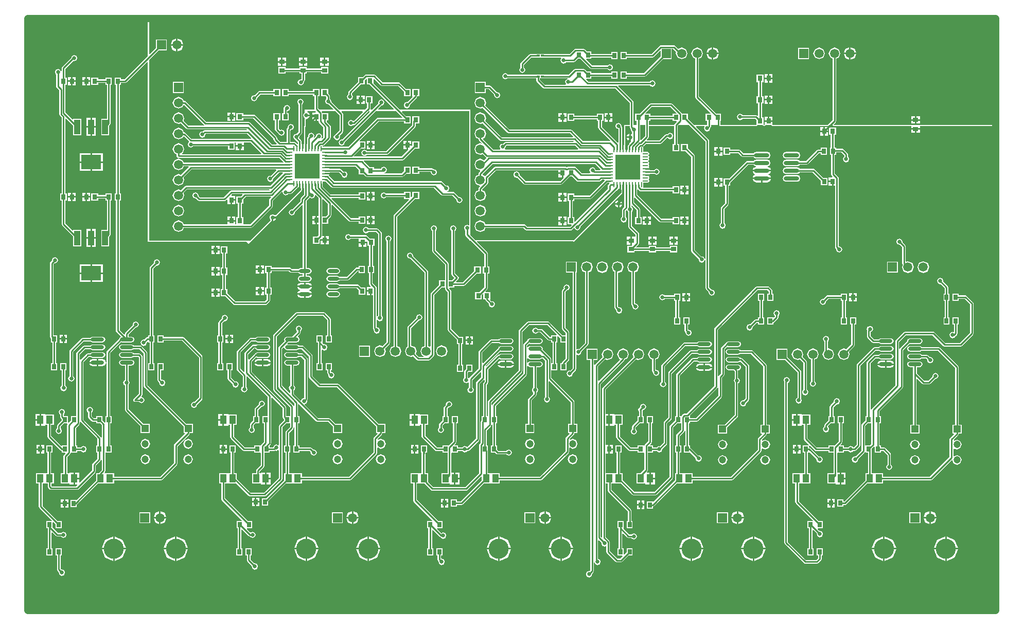
<source format=gtl>
%FSTAX23Y23*%
%MOIN*%
%SFA1B1*%

%IPPOS*%
%ADD10R,0.043310X0.055120*%
%ADD11R,0.027560X0.035430*%
%ADD12O,0.098430X0.027560*%
%ADD13O,0.086610X0.023620*%
%ADD14R,0.035430X0.027560*%
%ADD15R,0.031500X0.035430*%
%ADD16R,0.035430X0.031500*%
%ADD17R,0.019690X0.011810*%
%ADD18R,0.039370X0.094490*%
%ADD19R,0.129920X0.094490*%
%ADD20O,0.074800X0.023620*%
%ADD21R,0.161420X0.161420*%
%ADD22O,0.037400X0.009840*%
%ADD23O,0.009840X0.037400*%
%ADD24C,0.010000*%
%ADD25C,0.047240*%
%ADD26C,0.047240*%
%ADD27R,0.047240X0.047240*%
%ADD28R,0.059060X0.059060*%
%ADD29C,0.059060*%
%ADD30R,0.059060X0.059060*%
%ADD31C,0.129920*%
%ADD32C,0.025000*%
%LNhanc_analog-1*%
%LPD*%
G36*
X02865Y04232D02*
X02862Y04227D01*
X02841*
Y04205*
X02867*
Y042*
X02872*
Y04172*
X02882*
Y04168*
X02885Y04159*
X02913Y04132*
Y04066*
X02905Y04059*
X02901Y04062*
X02905Y04071*
X02899Y04085*
X02885Y04091*
X0287Y04085*
X02866Y04075*
X02856Y04064*
X02851Y04067*
X02855Y04075*
X02849Y04089*
X02835Y04095*
X0282Y04089*
X02814Y04075*
X02815Y04072*
X02811Y04068*
X02807Y04059*
Y04024*
X02805Y04022*
Y03993*
X02795*
Y04025*
X02794Y04026*
Y04045*
X02795Y04133*
X02797Y04137*
X02797Y04137*
X02799Y04142*
Y04182*
X02802Y04184*
X02819Y04191*
X02824Y04204*
X02802*
Y04214*
X02824*
X02819Y04226*
X0281Y0423*
X02811Y04235*
X02863*
X02865Y04232*
G37*
G36*
X04332Y04448D02*
X04494D01*
X04495Y04443*
X04485Y04439*
X04479Y04425*
X04485Y04411*
X04483Y04406*
X04349*
X04316Y04439*
Y04448*
X04332*
G37*
G36*
X04898Y04132D02*
X04901Y04123D01*
X04905Y04119*
X04904Y04117*
X0491Y04102*
X04913Y04101*
Y04089*
X04908Y04087*
X04906Y04088*
Y04066*
Y04039*
X04906Y04038*
X04886Y04018*
X04883Y04011*
X0488Y04012*
Y03985*
X0487*
Y04016*
X04869Y04017*
Y04138*
X04898*
Y04132*
G37*
G36*
X04566Y03991D02*
X04563Y03986D01*
X04091*
X04089Y03991*
X04095Y04005*
X04094Y04007*
X04099Y04013*
X04544*
X04566Y03991*
G37*
G36*
X04997Y04074D02*
X04971Y04048D01*
X04966Y0405*
Y04145*
X04997*
Y04074*
G37*
G36*
X03424Y04196D02*
X03422Y04191D01*
X03266*
X03258Y04188*
X03074Y04005*
X03065*
X03064Y04005*
X0291*
Y04006*
X02908Y04011*
X02917Y04014*
X02955Y04053*
X02956Y04054*
X02958Y04056*
X02961Y04065*
Y04135*
X02958Y04143*
X02934Y04167*
Y04176*
X02944*
Y04223*
X02905*
X02902Y0423*
X02904Y04235*
X02993*
X03018Y0421*
Y0411*
X0299Y04083*
X02987Y04082*
X02986Y04079*
X02983Y04076*
X0298Y04068*
X02983Y04059*
X02985Y04058*
X02987Y04053*
X03002Y04047*
X03016Y04053*
X03022Y04068*
X03018Y04077*
X03038Y04097*
X03041Y04106*
Y04215*
X03038Y04223*
X03031Y0423*
X03033Y04235*
X03165*
X03167Y0423*
X03111Y04174*
X03106Y04173*
X03092Y04179*
X03077Y04173*
X03071Y04159*
X03077Y04144*
X03092Y04138*
X03106Y04144*
X03107Y04147*
X03113*
X03121Y0415*
X03205Y04235*
X03211*
X03213Y0423*
X03034Y04051*
X03032Y04052*
X03017Y04046*
X03011Y04032*
X03017Y04017*
X03032Y04011*
X03046Y04017*
X03052Y04032*
X03051Y04034*
X03251Y04235*
X03385*
X03424Y04196*
G37*
G36*
X05201Y04223D02*
X05199Y04218D01*
X05175*
Y04206*
X05031*
Y04218*
X05001*
X04999Y04223*
X05039Y04263*
X05161*
X05201Y04223*
G37*
G36*
X04765Y03769D02*
X04766Y03766D01*
X04758Y03758*
X04755Y0375*
Y0373*
X04543Y03519*
X04539Y03521*
Y03548*
X04529*
Y03653*
X04539*
Y03665*
X04642*
X0465Y03669*
X04753Y03771*
X04764*
X04765Y03769*
G37*
G36*
X02575Y03677D02*
X02566Y03668D01*
X02563Y0366*
Y03624*
X0244Y03501*
X02394*
Y03548*
X02384*
Y03636*
X02394*
Y03664*
X02411Y03682*
X02573*
X02575Y03677*
G37*
G36*
X02943Y03635D02*
Y03567D01*
X02929Y03553*
X02906*
Y03664*
X02911Y03666*
X02943Y03635*
G37*
G36*
X0727Y04185D02*
Y04145D01*
X0723*
X0622*
X06218Y04149*
X06233Y04164*
X06236Y04172*
Y04576*
X06252Y04582*
X06263Y0461*
X06252Y04637*
X06225Y04648*
X06197Y04637*
X06186Y0461*
X06197Y04582*
X06213Y04576*
Y04177*
X0618Y04145*
X05823*
Y04167*
X05797*
X05771*
Y04147*
X05768Y04146*
X05764Y04149*
Y04195*
X05754*
Y04286*
X05764*
Y04333*
X05754*
Y04424*
X05764*
Y04471*
X0572*
Y04424*
X0573*
Y04333*
X0572*
Y04286*
X0573*
Y04207*
X05725Y04205*
X05724Y04206*
X05716Y04209*
X05628*
X05627Y04212*
X05613Y04218*
X05598Y04212*
X05592Y04198*
X05598Y04183*
X05613Y04177*
X05627Y04183*
X05628Y04186*
X05711*
X0572Y04176*
Y0415*
X05717Y04145*
X05484*
Y04171*
X05489*
Y04218*
X0546*
X05346Y04332*
Y04576*
X05362Y04582*
X05373Y0461*
X05362Y04637*
X05335Y04648*
X05307Y04637*
X05296Y0461*
X05307Y04582*
X05323Y04576*
Y04327*
X05326Y04319*
X05422Y04223*
X0542Y04218*
X0539*
Y04171*
X054*
Y04149*
X05395Y04145*
X05316*
X05274Y04187*
Y04218*
X05235*
X05232Y04225*
X05174Y04283*
X05166Y04286*
X05034*
X05025Y04283*
X04961Y04218*
X04932*
Y04171*
X04942*
Y04145*
X04921*
Y04295*
X04918Y04303*
X04823Y04398*
X04825Y04403*
X05029*
X0503Y044*
X05045Y04394*
X05059Y044*
X05065Y04415*
X05059Y04429*
X05045Y04435*
X0503Y04429*
X05029Y04426*
X0463*
X04615Y04441*
X04617Y04446*
X04649*
Y04458*
X0478*
Y04446*
X0482*
Y04493*
X0478*
Y04481*
X04649*
Y04493*
X04622*
X04609Y04507*
X046Y0451*
X04545*
X04537Y04507*
X04502Y04471*
X04332*
X04305*
X04107*
X04106Y04476*
X04092Y04482*
X04077Y04476*
X04071Y04462*
X04077Y04447*
X04092Y04441*
X04106Y04447*
X04106Y04448*
X04293*
Y04435*
X04296Y04426*
X04336Y04386*
X04345Y04383*
X04805*
X04898Y0429*
Y04145*
X04863*
Y04016*
X0486Y04015*
Y03985*
X0485*
Y04014*
X04848Y04016*
Y04128*
X04844Y04137*
X04844Y04137*
X04845Y0414*
X04839Y04154*
X04825Y0416*
X0481Y04154*
X04804Y0414*
X0481Y04125*
X04824Y0412*
Y04033*
X04819Y04032*
X04717Y04134*
Y04171*
X04727*
Y04218*
X04684*
Y04206*
X04539*
Y04218*
X04495*
Y04171*
X04539*
Y04183*
X04684*
Y04171*
X04693*
Y04129*
X04697Y0412*
X04771Y04046*
X0477Y04044*
X04769Y04041*
X04594*
X04523Y04113*
X04515Y04116*
X04119*
X03962Y04274*
X03968Y0429*
X03957Y04317*
X0393Y04328*
X03902Y04317*
X03891Y0429*
X03902Y04262*
X0393Y04251*
X03945Y04257*
X04106Y04096*
X04115Y04093*
X0451*
X04531Y04071*
X04529Y04066*
X04069*
X03962Y04174*
X03968Y0419*
X03957Y04217*
X0393Y04228*
X03902Y04217*
X03891Y0419*
X03902Y04162*
X0393Y04151*
X03945Y04157*
X04056Y04046*
X04065Y04043*
X04534*
X04535Y04041*
X04532Y04036*
X04095*
X04086Y04033*
X04077Y04024*
X04075Y04025*
X0406Y04019*
X04054Y04005*
X0406Y03991*
X04058Y03986*
X04014*
X03947Y04054*
X03948Y04059*
X03957Y04062*
X03968Y0409*
X03957Y04117*
X0393Y04128*
X03902Y04117*
X03891Y0409*
X03902Y04062*
X03918Y04056*
Y04055*
X03921Y04046*
X03937Y0403*
X03934Y04026*
X0393Y04028*
X03902Y04017*
X03891Y0399*
X03902Y03962*
X0393Y03951*
X03945Y03957*
X03964Y03938*
X03968Y03937*
X03969Y03931*
X03955Y03917*
X0393Y03928*
X03902Y03917*
X03891Y0389*
X03902Y03862*
X03928Y03852*
X0393Y03846*
X03921Y03838*
X03918Y0383*
Y03823*
X03902Y03817*
X03891Y0379*
X03902Y03762*
X03926Y03753*
X03927Y03747*
X03921Y03741*
X03918Y03732*
Y03723*
X03902Y03717*
X03891Y0369*
X03902Y03662*
X0393Y03651*
X03957Y03662*
X03968Y0369*
X03957Y03717*
X03942Y03723*
X03942Y03728*
X03978Y03764*
X03982Y03773*
Y038*
X04033Y03851*
X04436*
Y0384*
X04462*
Y03835*
X04467*
Y03804*
X04468Y03802*
X04447Y03781*
X04224*
X04184Y03822*
X04185Y03825*
X04179Y03839*
X04165Y03845*
X0415Y03839*
X04144Y03825*
X0415Y0381*
X04165Y03804*
X04167Y03805*
X04211Y03761*
X0422Y03758*
X04452*
X0446Y03761*
X0451Y03811*
X04524*
X04553Y03782*
X04561Y03779*
X047*
X04708Y03782*
X04717Y03791*
X04732*
X04734Y03786*
X04637Y03689*
X04539*
Y03701*
X04495*
Y03653*
X04505*
Y03548*
X04495*
Y03501*
X04519*
X04521Y03496*
X04511Y03486*
X04234*
X04223Y03498*
X04215Y03501*
X03963*
X03957Y03517*
X0393Y03528*
X03902Y03517*
X03891Y0349*
X03902Y03462*
X0393Y03451*
X03957Y03462*
X03963Y03478*
X0421*
X04221Y03466*
X0423Y03463*
X04516*
X04525Y03466*
X04536Y03478*
X04541Y03477*
X04544Y03468*
X04559Y03462*
X04573Y03468*
X04579Y03483*
X04577Y03486*
X0481Y0372*
X04811Y0372*
X04824Y03733*
X04824*
X04831Y0373*
Y03758*
X04841*
Y03729*
X04844Y03727*
Y03709*
X04535Y034*
X03896*
X03865Y03431*
Y03479*
X03865Y0348*
X03865Y0348*
Y04055*
Y04246*
X03408*
X03237Y04416*
Y04442*
X03242Y04444*
X03285Y04401*
X03293Y04398*
X03397*
X03435Y04359*
Y04331*
X03479*
Y04378*
X0345*
X0341Y04418*
X03402Y04421*
X03298*
X03251Y04469*
X03242Y04472*
X03189*
X03181Y04469*
X03167Y04456*
X03139*
Y04427*
X03077Y04365*
X03074Y04357*
Y04343*
X03071Y04342*
X03065Y04328*
X03071Y04313*
X03086Y04307*
X031Y04313*
X03106Y04328*
X031Y04342*
X03097Y04343*
Y04352*
X03154Y04408*
X03182*
Y04437*
X03189Y04444*
X03194Y04442*
Y04408*
X03211*
X03369Y0425*
X03368Y04246*
X03269*
X03267Y0425*
X03288Y04271*
X03289Y0427*
X03303Y04276*
X03309Y04291*
X03303Y04305*
X03289Y04311*
X03274Y04305*
X03268Y04291*
X0327Y04287*
X03229Y04246*
X0322*
X03217Y0425*
X03218Y04253*
Y04285*
X03232*
Y04332*
X03188*
Y04285*
X03195*
Y04257*
X03183Y04246*
X03015*
X02964Y04297*
X02965Y043*
X02959Y04314*
X02956Y04315*
Y04332*
X02953Y0434*
X02944Y0435*
Y04378*
X029*
Y04331*
X02929*
X02933Y04327*
Y04315*
X0293Y04314*
X02924Y043*
X0293Y04285*
X02945Y04279*
X02947Y0428*
X02977Y0425*
X02975Y04246*
X02887*
X02879Y04253*
Y04331*
X02889*
Y04378*
X02845*
Y04366*
X02689*
Y04378*
X02645*
Y04331*
X02689*
Y04343*
X02845*
Y04331*
X02855*
Y04249*
X02853Y04246*
X02793*
Y04225*
X02787Y04223*
X02781Y04209*
X02787Y04194*
X02793Y04192*
Y04142*
X02791Y04141*
X02788Y04132*
Y04024*
X02785Y04022*
Y03993*
X02775*
Y04022*
X02772Y04024*
Y04039*
X02769Y04047*
X02754Y04062*
X02758Y0407*
X02757Y04072*
X02773Y04088*
X02776Y04097*
Y0428*
X02779Y04281*
X02785Y04296*
X02779Y0431*
X02765Y04316*
X0275Y0431*
X02744Y04296*
X0275Y04281*
X02753Y0428*
Y04101*
X0274Y04089*
X02738Y0409*
X02723Y04084*
X02717Y0407*
X02723Y04055*
X02729Y04053*
X02748Y04034*
Y04025*
X02744Y04023*
X02734Y04032*
X02734Y04033*
X02734Y04033*
X02725Y04036*
X02699*
Y04108*
X02703Y04112*
X02717Y04118*
X02723Y04133*
X02717Y04147*
X02703Y04153*
X02688Y04147*
X02682Y04133*
X02683Y0413*
X02679Y04126*
X02676Y04118*
Y04036*
X02634*
X02614Y04057*
Y04062*
X0261Y0407*
X02473Y04208*
X02465Y04211*
X02394*
Y04223*
X0235*
Y04176*
X02394*
Y04188*
X0246*
X0259Y04057*
Y04052*
X02594Y04043*
X02612Y04025*
X0261Y0402*
X0258*
X02438Y04163*
X0243Y04166*
X02154*
X02023Y04298*
X02015Y04301*
X02008*
X02002Y04317*
X01975Y04328*
X01947Y04317*
X01936Y0429*
X01947Y04262*
X01975Y04251*
X02002Y04262*
X02006Y04274*
X02012Y04275*
X02141Y04146*
X02141Y04145*
X02139Y04141*
X02039*
X02007Y04174*
X02013Y0419*
X02002Y04217*
X01975Y04228*
X01947Y04217*
X01936Y0419*
X01947Y04162*
X01975Y04151*
X0199Y04157*
X02026Y04121*
X02035Y04118*
X02416*
X02417Y04116*
X02414Y04111*
X02145*
X02136Y04108*
X02132Y04104*
X0213Y04105*
X02115Y04099*
X02109Y04085*
X02115Y0407*
X0213Y04064*
X02144Y0407*
X0215Y04085*
X02154Y04088*
X0242*
X02446Y04061*
X02445Y04059*
X02444Y04056*
X02059*
X02021Y04094*
X02013Y04098*
X02009*
X02002Y04117*
X01975Y04128*
X01947Y04117*
X01936Y0409*
X01947Y04062*
X01975Y04051*
X02002Y04062*
X02005Y0407*
X02011Y04071*
X02042Y0404*
X02041Y04034*
X0204Y04034*
X02034Y0402*
X0204Y04005*
X02055Y03999*
X02069Y04005*
X0207Y04008*
X02295*
Y03986*
X02339*
Y04033*
X02346*
Y04015*
X02372*
X02398*
Y04033*
X0244*
X02511Y03961*
X02509Y03956*
X02*
X01999Y03961*
X02002Y03962*
X02013Y0399*
X02002Y04017*
X01975Y04028*
X01947Y04017*
X01936Y0399*
X01947Y03962*
X01963Y03956*
Y03945*
X01966Y03936*
X01975Y03933*
X02627*
X02654Y03906*
X02652Y03901*
X02008*
X02002Y03917*
X01975Y03928*
X01947Y03917*
X01936Y0389*
X01947Y03862*
X01975Y03851*
X02002Y03862*
X02008Y03878*
X02039*
X02041Y03873*
X0199Y03822*
X01975Y03828*
X01947Y03817*
X01936Y0379*
X01947Y03762*
X01975Y03751*
X02002Y03762*
X02013Y0379*
X02007Y03805*
X0206Y03858*
X02606*
X02608Y03853*
X02572Y03817*
X0257Y03818*
X02555Y03812*
X02549Y03798*
X02555Y03783*
X0257Y03777*
X02584Y03783*
X0259Y03798*
X02589Y038*
X02627Y03838*
X0265*
X02652Y03833*
X0257Y03751*
X02025*
X02016Y03748*
X0199Y03722*
X01975Y03728*
X01947Y03717*
X01936Y0369*
X01947Y03662*
X01975Y03651*
X02002Y03662*
X02013Y0369*
X02007Y03705*
X02029Y03728*
X02561*
X02564Y03723*
X02563Y03721*
X02318*
X02309Y03718*
X02268Y03676*
X02114*
X02104Y03687*
X02105Y0369*
X02099Y03704*
X02085Y0371*
X0207Y03704*
X02064Y0369*
X0207Y03675*
X02085Y03669*
X02087Y0367*
X02101Y03656*
X0211Y03653*
X02273*
X02281Y03656*
X02286Y03661*
X02291Y03659*
Y03632*
X02312*
Y0366*
X02317*
Y03665*
X02343*
Y03687*
X02319*
X02317Y03692*
X02323Y03698*
X02387*
X02389Y03693*
X02379Y03683*
X0235*
Y03636*
X0236*
Y03548*
X0235*
Y03501*
X02343*
Y0352*
X02317*
X02291*
Y03501*
X02008*
X02002Y03517*
X01975Y03528*
X01947Y03517*
X01936Y0349*
X01947Y03462*
X01975Y03451*
X02002Y03462*
X02008Y03478*
X02445*
X02453Y03481*
X02583Y03611*
X02586Y0362*
Y03655*
X02646Y03714*
X0265Y03712*
X02649Y0371*
X02655Y03695*
X0267Y03689*
X02684Y03695*
X02685Y03698*
X027*
X02709Y03701*
X02749Y03741*
X02749*
X02755Y03738*
Y03766*
X02765*
Y03737*
X02768Y03735*
Y03725*
X02604Y03561*
X02599Y03561*
X02585Y03567*
X0257Y03561*
X02564Y03547*
X0257Y03532*
X02571Y03528*
X02438Y03395*
X01785*
Y04568*
X01846Y04629*
X019*
Y047*
X01829*
Y04646*
X01789Y04606*
X01785Y04608*
Y04835*
X0727*
Y04185*
G37*
G36*
X05175Y04171D02*
X05199D01*
X05201Y04166*
X05189Y04154*
X05185Y04145*
Y04145*
X05021*
Y04171*
X05031*
Y04183*
X05175*
Y04171*
G37*
G36*
X04708Y03858D02*
X04706Y03854D01*
X04676*
X04671Y03867*
X04657Y03873*
X04642Y03867*
X04636Y03853*
X04642Y03839*
X0464Y03834*
X04587*
X04549Y03872*
X04541Y03875*
X04497*
X0449Y03872*
X04482Y03875*
X04028*
X0402Y03872*
X03963Y03815*
X03957Y03815*
X03957Y03817*
X03945Y03821*
X03944Y03827*
X04009Y03893*
X04674*
X04708Y03858*
G37*
G36*
X0101Y04835D02*
X01775D01*
Y04591*
X01625Y04441*
X01601*
Y04453*
X01562*
Y04406*
X0157*
Y03703*
X01562*
Y03656*
X0157*
Y02812*
X01573Y02803*
X01601Y02776*
X016Y02771*
X01594Y02768*
X01591Y02761*
X01513Y02682*
X01509Y02674*
Y02608*
X01504Y02607*
X01498Y02621*
X01482Y02628*
X01455*
Y02605*
Y02581*
X01482*
X01498Y02588*
X01504Y02602*
X01509Y02601*
Y02258*
X01501*
Y02219*
X01496Y02217*
X01482Y02232*
Y02258*
X01442*
Y02246*
X01426*
X01412Y0226*
Y02282*
X01415Y02283*
X01421Y02298*
X01415Y02312*
X01401Y02318*
X01386Y02312*
X0138Y02298*
X01386Y02283*
X01389Y02282*
Y02256*
X01392Y02247*
X01413Y02226*
X01422Y02223*
X01442*
Y02211*
X01469*
X01478Y02202*
Y02121*
X01473Y0212*
X0147Y02125*
X01358Y02237*
Y02609*
X01392Y02643*
X01404*
X01405Y02641*
X01419Y02635*
X01482*
X01495Y02641*
X01501Y02655*
X01495Y02668*
X01482Y02674*
X01419*
X01405Y02668*
X01404Y02666*
X01388*
X01379Y02663*
X01341Y02625*
X01336Y02627*
Y0266*
X01369Y02693*
X01404*
X01405Y02691*
X01419Y02685*
X01482*
X01495Y02691*
X01501Y02705*
X01495Y02718*
X01482Y02724*
X01419*
X01405Y02718*
X01404Y02716*
X01364*
X01355Y02713*
X01315Y02673*
X01312Y02665*
Y02258*
X01279*
Y02232*
X01264Y02217*
X0126Y02219*
Y02258*
X01233*
X01231Y0226*
Y02269*
X01234Y0227*
X0124Y02285*
X01234Y02299*
X0122Y02305*
X01205Y02299*
X01199Y02285*
X01205Y0227*
X01208Y02269*
Y02255*
X01211Y02247*
X0122Y02237*
Y02232*
X01192Y02203*
X01188Y02195*
Y02179*
X01186Y02178*
X0118Y02164*
X01186Y0215*
X012Y02144*
X01214Y0215*
X0122Y02164*
X01214Y02178*
X01212Y02179*
Y0219*
X01233Y02211*
X01252*
X01255Y02206*
X01253Y022*
Y02068*
X0122*
Y02067*
X01216Y02065*
X01149Y02132*
Y02201*
X01167*
Y02268*
X01112*
Y02272*
X01085*
Y02235*
Y02197*
X01112*
Y02201*
X01125*
Y02127*
X01129Y02119*
X01211Y02036*
X0122Y02033*
X0122*
Y02021*
X0124*
X01242Y02016*
X01234Y02008*
X0123Y01999*
Y01888*
X01212*
Y01821*
X01267*
Y01817*
X01294*
Y01855*
Y01892*
X01267*
Y01888*
X01254*
Y01994*
X01273Y02014*
X01275Y02019*
X01279Y02021*
X01319*
Y02033*
X01344*
X01345Y0203*
X0136Y02024*
X01374Y0203*
X0138Y02045*
X01374Y02059*
X0136Y02065*
X01345Y02059*
X01344Y02056*
X01319*
Y02068*
X01311*
Y02183*
X01332Y02204*
X01336Y02212*
Y02219*
X01341Y02221*
X0145Y02112*
Y02068*
X01442*
Y02021*
X0145*
Y01983*
X01418Y01951*
X01415Y01943*
Y01907*
X01335Y01828*
X01331Y0183*
Y0185*
X01304*
Y01817*
X01318*
X01319Y01812*
X01312Y01804*
X01153*
X01151Y01807*
Y01821*
X01167*
Y01888*
X01149*
Y02021*
X01159*
Y02068*
X01119*
Y02021*
X01125*
Y01888*
X01113*
X01111*
X01108*
X01106*
X01052*
Y01821*
X0107*
Y01672*
X01074Y01663*
X01154Y01583*
X01152Y01578*
X0112*
Y01531*
X01128*
Y01403*
X0112*
Y01356*
X0116*
Y01403*
X01152*
Y01504*
X01157Y01506*
X01181Y01481*
X0119Y01478*
X01214*
X01215Y01475*
X0123Y01469*
X01244Y01475*
X0125Y0149*
X01244Y01504*
X0123Y0151*
X01215Y01504*
X01214Y01501*
X01194*
X0116Y01536*
Y0157*
X01164Y01572*
X01179Y01557*
Y01531*
X01219*
Y01578*
X01192*
X01094Y01677*
Y01821*
X01106*
X01108*
X01111*
X01113*
X01127*
Y01802*
X01131Y01794*
X0114Y01784*
X01149Y01781*
X01317*
X01325Y01784*
X01435Y01894*
X01438Y01903*
Y01938*
X0147Y0197*
X01473Y01975*
X01478Y01974*
Y01909*
X01461Y01893*
X01459Y01888*
X01442*
Y01844*
X01315Y01716*
X01276*
Y01669*
X01316*
Y01684*
X01316Y01684*
X01453Y01821*
X01496*
X01498*
X01501*
X01503*
X01557*
Y01843*
X01861*
X01869Y01846*
X01966Y01943*
X01969Y01951*
Y02064*
X02045Y0214*
X02049Y02149*
Y0215*
X02067*
Y02209*
X02024*
X01773Y0246*
Y0267*
X0177Y02678*
X01735Y02713*
X01727Y02716*
X01685*
X01684Y02718*
X0167Y02724*
X01607*
X01594Y02718*
X01588Y02705*
X01594Y02691*
X01607Y02685*
X0167*
X01684Y02691*
X01685Y02693*
X01722*
X0175Y02665*
Y02455*
X01753Y02447*
X02007Y02192*
Y0215*
X02015*
X02017Y02145*
X01949Y02078*
X01946Y02069*
Y01956*
X01856Y01866*
X01557*
Y01888*
X01503*
X01501*
X01496*
X01495Y01893*
X01498Y01896*
X01501Y01905*
Y02021*
X01541*
Y02068*
X01533*
Y02211*
X01541*
Y02258*
X01533*
Y02669*
X01602Y02738*
X01607Y02735*
X0167*
X01684Y02741*
X0169Y02755*
X01684Y02768*
X0167Y02774*
X01651*
Y02789*
X01695Y02833*
X01698Y02832*
X01712Y02838*
X01718Y02853*
X01712Y02867*
X01698Y02873*
X01683Y02867*
X01677Y02853*
X01678Y0285*
X01631Y02802*
X01627Y02794*
Y0279*
X01622Y02788*
X01594Y02817*
Y03656*
X01601*
Y03703*
X01594*
Y04406*
X01601*
Y04418*
X0163*
X01638Y04421*
X0177Y04553*
X01775Y04551*
Y0339*
X01781*
X01785Y03388*
X02416*
X02428Y03376*
X02442Y0339*
X02442Y0339*
X02576Y03524*
X02576Y03524*
X02577Y03525*
X02577Y03525*
X0258Y03524*
Y03547*
X02585*
Y03552*
X02607*
X02606Y03554*
X02608Y03556*
X02609Y03556*
X02773Y0372*
X02773Y03721*
X02775Y03723*
Y03725*
X02775Y03725*
Y03733*
X02775Y03734*
Y03766*
X02785*
Y03737*
X02788Y03735*
Y03695*
X02768Y03674*
X02764Y03666*
Y03651*
X02712Y03599*
X0271Y036*
X02695Y03594*
X02689Y0358*
X02695Y03565*
X0271Y03559*
X02724Y03565*
X0273Y0358*
X02729Y03582*
X02775Y03629*
X0278Y03627*
Y03219*
X02766*
X02753Y03213*
X02752Y03211*
X02709*
X02703Y03218*
X02695Y03221*
X02579*
Y03233*
X02535*
Y03186*
X02545*
Y03093*
X02535*
Y03046*
X02545*
Y03015*
X02534Y03003*
X02343*
X02292Y03055*
Y03083*
X02282*
Y03174*
X02292*
Y03221*
X02282*
Y03312*
X02292*
Y03359*
X02248*
Y03312*
X02258*
Y03221*
X02248*
Y03174*
X02258*
Y03083*
X02248*
Y03036*
X02277*
X0233Y02983*
X02338Y0298*
X02539*
X02547Y02983*
X02565Y03002*
X02569Y0301*
Y03046*
X02579*
Y03093*
X02569*
Y03186*
X02579*
Y03198*
X0269*
X02696Y03191*
X02705Y03188*
X02752*
X02753Y03186*
X02766Y0318*
X0278*
Y03169*
X02766*
X02753Y03163*
X02747Y0315*
X02753Y03136*
X02766Y0313*
X02818*
X02831Y03136*
X02837Y0315*
X02831Y03163*
X02818Y03169*
X02804*
Y0318*
X02818*
X02831Y03186*
X02837Y032*
X02831Y03213*
X02818Y03219*
X02804*
Y03654*
X02825Y03675*
X02825Y03675*
X0284Y03669*
X02854Y03675*
X02859Y03689*
X02864Y03691*
X02883Y03672*
Y03557*
X02872*
Y0353*
Y03502*
X02883*
Y03432*
X02874Y03423*
X02845*
Y03376*
X02889*
Y03404*
X02892Y03406*
X02896Y03405*
X02917*
Y03427*
X02906*
Y03506*
X02944*
Y03534*
X02963Y03554*
X02966Y03562*
Y03627*
X02971Y03629*
X03079Y03521*
X03087Y03518*
X03143*
Y03506*
X03186*
Y03553*
X03143*
Y03541*
X03092*
X02966Y03668*
X02968Y03673*
X03143*
Y03661*
X03186*
Y03708*
X03143*
Y03696*
X0296*
X0291Y03746*
Y03766*
X0291Y03767*
Y03779*
X02922*
X02923Y03779*
X02928*
X02966Y03741*
X02975Y03738*
X0363*
X03676Y03691*
X03685Y03688*
X0375*
X03775Y03662*
X03774Y0366*
X0378Y03645*
X03795Y03639*
X03809Y03645*
X03815Y0366*
X03809Y03674*
X03795Y0368*
X03792Y03679*
X03763Y03708*
X03755Y03711*
X03715*
X03714Y03716*
X03724Y0372*
X0373Y03735*
X03724Y03749*
X0371Y03755*
X03707Y03754*
X03683Y03778*
X03675Y03781*
X02985*
X02948Y03819*
Y03819*
X02951Y03825*
X02923*
Y03835*
X02952*
X02954Y03838*
X03014*
X03031Y03821*
X03035Y0381*
X0305Y03804*
X03064Y0381*
X0307Y03825*
X03064Y03839*
X0305Y03845*
X03044Y03842*
X03027Y03858*
X03019Y03862*
X02954*
X02952Y03865*
X02923*
Y03875*
X02952*
X02954Y03877*
X0312*
X03143Y03855*
Y03827*
X03171*
X03187Y03811*
X03195Y03808*
X03424*
X03432Y03811*
X0345Y03829*
X03479*
Y03877*
X03435*
Y03848*
X03419Y03831*
X0331*
X03309Y03836*
X03319Y0384*
X03325Y03855*
X03319Y03869*
X03305Y03875*
X0329Y03869*
X03288Y03862*
X03241*
Y03874*
X03213*
X03174Y03912*
X03176Y03917*
X03425*
X03433Y0392*
X03505Y03992*
X03534*
Y0404*
X0349*
Y04012*
X03487Y04009*
X03483Y04011*
X03462*
Y03986*
X03463Y03984*
X0342Y03941*
X03183*
X03182Y03946*
X03194Y0395*
X03195Y03953*
X03325*
X03333Y03956*
X03508Y04131*
X03511Y0414*
Y04156*
X03534*
Y04203*
X0349*
Y0418*
X03488Y04173*
Y04144*
X0332Y03976*
X03195*
X03194Y03979*
X0318Y03985*
X03165Y03979*
X03159Y03965*
X03165Y0395*
X03177Y03946*
X03176Y03941*
X03112*
X0311Y03945*
X03158Y03992*
X03186*
Y0404*
X0315*
X03148Y04045*
X03271Y04168*
X03435*
Y04156*
X03479*
Y04203*
X0345*
X03423Y0423*
X03425Y04235*
X03831*
X03858*
Y04055*
Y03498*
X03854Y03496*
X03845Y035*
X0383Y03494*
X03824Y0348*
X0383Y03465*
X03833Y03464*
Y03435*
X03836Y03426*
X0386Y03403*
Y03395*
X03868*
X03955Y03307*
Y03228*
X03945*
Y03181*
X03955*
Y03095*
X03924Y03063*
X03895*
Y03016*
X03939*
Y03044*
X03946Y03051*
X0395Y0305*
Y03016*
X03961*
X03964Y03009*
X03985Y02987*
X03984Y02985*
X0399Y0297*
X04005Y02964*
X04019Y0297*
X04025Y02985*
X04019Y02999*
X04005Y03005*
X04002Y03004*
X03993Y03013*
X03994Y03016*
Y03063*
X03964*
X03962Y03068*
X03975Y03081*
X03979Y0309*
Y03181*
X03989*
Y03228*
X03979*
Y03312*
X03975Y0332*
X03907Y03388*
X03909Y03393*
X04531*
X04535Y0339*
X04598Y03454*
X04848Y03704*
X0485Y03709*
Y03725*
X0485Y03725*
Y03758*
X0486*
Y03729*
X04863Y03727*
Y03615*
X04851Y03603*
X04848Y03595*
Y0355*
X04845Y03549*
X04839Y03535*
X04845Y0352*
X0486Y03514*
X04874Y0352*
X0488Y03535*
X04874Y03549*
X04871Y0355*
Y0359*
X04877Y03595*
X04882Y03594*
X04885Y03585*
X04888Y03584*
Y03487*
X04891Y03478*
X04934Y03436*
Y03422*
X04912*
Y03396*
Y0337*
X04913Y03366*
X04911Y03363*
X04883*
Y03319*
X0493*
Y03329*
X05021*
Y03319*
X05068*
Y03329*
X05159*
Y03319*
X05206*
Y03363*
X05159*
Y03353*
X05068*
Y03363*
X05021*
Y03353*
X04942*
X0494Y03357*
X04954Y03372*
X04957Y0338*
Y03441*
X04954Y03449*
X04911Y03491*
Y03584*
X04914Y03585*
X0492Y036*
X04914Y03614*
X04907Y03617*
Y03624*
X04911Y03626*
X04942Y03595*
Y0355*
X04932*
Y03503*
X04976*
Y0355*
X04966*
Y036*
X04962Y03609*
X04926Y03644*
Y03674*
X04931Y03676*
X05089Y03518*
X05098Y03515*
X05175*
Y03503*
X05219*
Y0355*
X05175*
Y03538*
X05103*
X04946Y03695*
Y03726*
X04951Y03728*
X04959Y0372*
X04967Y03717*
X05175*
Y03701*
X05219*
Y03748*
X05175*
Y0374*
X04988*
X04985Y03744*
Y03771*
X05012*
X0502Y03774*
X05024Y03783*
X05021Y03789*
X05021Y03793*
X05021Y03796*
X05024Y03802*
X05021Y0381*
X05023Y03811*
X05026Y03817*
X04998*
Y03827*
X05028*
X05029Y0383*
X05057*
X05058Y03828*
X05072Y03822*
X05086Y03828*
X05092Y03842*
X05086Y03856*
X05072Y03862*
X05058Y03856*
X05057Y03854*
X05029*
X05028Y03856*
X04998*
Y03866*
X05026*
X05023Y03873*
X05021Y03874*
X05024Y03881*
X05021Y03887*
X05021Y03891*
X05021Y03895*
X05024Y03901*
X0502Y03909*
Y03912*
X05024Y03921*
X05021Y03927*
X05021Y0393*
X05021Y03934*
X05024Y0394*
X0502Y03949*
Y03952*
X05024Y0396*
X0502Y03968*
X05012Y03972*
X04985*
Y03998*
X04983Y04005*
X04985Y04006*
X05002Y04023*
X05095*
X05103Y04026*
X05139Y04063*
X05144*
X05145Y0406*
X0516Y04054*
X05174Y0406*
X0518Y04075*
X05174Y04089*
X0516Y04095*
X05145Y04089*
X05144Y04086*
X05135*
X05126Y04083*
X0509Y04046*
X0501*
X05008Y04051*
X05017Y04061*
X05021Y04069*
Y04138*
X05185*
Y04023*
X05175*
Y03976*
X05219*
Y04023*
X05209*
Y04141*
X05213Y04145*
X05283*
X05388Y0404*
Y0328*
X05383Y03279*
X05379Y03289*
X05365Y03295*
X05362Y03294*
X05319Y03337*
Y03945*
X05315Y03953*
X05274Y03995*
Y04023*
X0523*
Y03976*
X05259*
X05295Y0394*
Y03332*
X05299Y03324*
X05345Y03277*
X05344Y03275*
X0535Y0326*
X05365Y03254*
X05379Y0326*
X05383Y0327*
X05388Y03269*
Y0309*
X05391Y03081*
X0541Y03062*
X05409Y0306*
X05415Y03045*
X0543Y03039*
X05444Y03045*
X0545Y0306*
X05444Y03074*
X0543Y0308*
X05427Y03079*
X05411Y03094*
Y04045*
X05408Y04053*
X05327Y04133*
X05329Y04138*
X05381*
X05383Y04134*
X05379Y04125*
X05385Y0411*
X054Y04104*
X05414Y0411*
X0542Y04125*
X05419Y04127*
X0542Y04129*
X05424Y04137*
Y04145*
X05472*
X05477*
X05479Y0414*
X05484Y04138*
X05717*
X05717Y04138*
X05718Y04138*
X05719Y04139*
X05721Y0414*
X05721Y0414*
X05722Y04141*
X05725Y04145*
X05759*
X05759Y04144*
X0576Y04144*
X05764Y04141*
X05764Y04141*
X05765Y0414*
X05767Y0414*
X05769Y04139*
X05769Y0414*
X0577Y0414*
X05773Y04141*
X05774Y04142*
X05776Y04142*
X05776Y04143*
X05777Y04144*
X05777Y04145*
X05811*
X05816*
X05818Y0414*
X05823Y04138*
X0618Y04138*
X06185Y0414*
X06189Y04145*
X06213*
X06214Y04142*
X06215Y04141*
X06216Y0414*
X06217Y04139*
X06218Y04139*
X06219*
X0622Y04138*
X06722*
Y04125*
X06777*
Y04138*
X0723*
X0727Y04138*
Y041*
Y0101*
X0727Y01009*
X07268Y01005*
X01005*
Y0483*
X01002Y04832*
X01005Y04836*
X0101Y04835*
G37*
%LNhanc_analog-2*%
%LPC*%
G36*
X02862Y04195D02*
X02841D01*
Y04172*
X02862*
Y04195*
G37*
G36*
X04896Y04088D02*
X04883Y04083D01*
X04878Y04071*
X04896*
Y04088*
G37*
G36*
Y04061D02*
X04878D01*
X04883Y04048*
X04896Y04043*
Y04061*
G37*
G36*
X06745Y04174D02*
X06722D01*
Y04155*
X06745*
Y04174*
G37*
G36*
X02634Y04223D02*
X0259D01*
Y04176*
X026*
Y04116*
X02604Y04108*
X02624Y04087*
X02626Y04086*
X02628Y04081*
X02643Y04075*
X02657Y04081*
X02663Y04096*
X02657Y0411*
X02643Y04116*
X02633Y04112*
X02624Y04121*
Y04176*
X02634*
Y04223*
G37*
G36*
X06777Y04174D02*
X06755D01*
Y04155*
X06777*
Y04174*
G37*
G36*
X05823Y04199D02*
X05802D01*
Y04177*
X05823*
Y04199*
G37*
G36*
X05792D02*
X05771D01*
Y04177*
X05792*
Y04199*
G37*
G36*
X02678Y04275D02*
X02663Y04269D01*
X02662Y04265*
X02659Y04263*
X02655Y04255*
Y04223*
X02645*
Y04176*
X02689*
Y04223*
X02679*
Y04235*
X02692Y0424*
X02698Y04255*
X02692Y04269*
X02678Y04275*
G37*
G36*
X06745Y04203D02*
X06722D01*
Y04184*
X06745*
Y04203*
G37*
G36*
X04488Y04222D02*
X04467D01*
Y042*
X04488*
Y04222*
G37*
G36*
X04457D02*
X04436D01*
Y042*
X04457*
Y04222*
G37*
G36*
X06777Y04203D02*
X06755D01*
Y04184*
X06777*
Y04203*
G37*
G36*
X04755Y0419D02*
X04735D01*
Y04167*
X04755*
Y0419*
G37*
G36*
X04488D02*
X04467D01*
Y04167*
X04488*
Y0419*
G37*
G36*
X04457D02*
X04436D01*
Y04167*
X04457*
Y0419*
G37*
G36*
X04786D02*
X04765D01*
Y04167*
X04786*
Y0419*
G37*
G36*
X02343Y04195D02*
X02322D01*
Y04172*
X02343*
Y04195*
G37*
G36*
X02312D02*
X02291D01*
Y04172*
X02312*
Y04195*
G37*
G36*
X04457Y0383D02*
X04436D01*
Y03807*
X04457*
Y0383*
G37*
G36*
X02398Y04005D02*
X02377D01*
Y03982*
X02398*
Y04005*
G37*
G36*
X02367D02*
X02346D01*
Y03982*
X02367*
Y04005*
G37*
G36*
X04755Y04222D02*
X04735D01*
Y042*
X04755*
Y04222*
G37*
G36*
X0264Y04581D02*
X02617D01*
Y0456*
X0264*
Y04581*
G37*
G36*
X02778D02*
X02755D01*
Y0456*
X02778*
Y04581*
G37*
G36*
X02916D02*
X02893D01*
Y0456*
X02916*
Y04581*
G37*
G36*
X02948D02*
X02926D01*
Y0456*
X02948*
Y04581*
G37*
G36*
X0543Y04605D02*
X05394D01*
X05404Y04579*
X0543Y04569*
Y04605*
G37*
G36*
X02672Y04581D02*
X0265D01*
Y0456*
X02672*
Y04581*
G37*
G36*
X0281D02*
X02788D01*
Y0456*
X0281*
Y04581*
G37*
G36*
X02778Y0455D02*
X02755D01*
Y04529*
X02778*
Y0455*
G37*
G36*
X02672D02*
X0265D01*
Y04529*
X02672*
Y0455*
G37*
G36*
X0264D02*
X02617D01*
Y04529*
X0264*
Y0455*
G37*
G36*
X0281D02*
X02788D01*
Y04529*
X0281*
Y0455*
G37*
G36*
X02948D02*
X02926D01*
Y04529*
X02948*
Y0455*
G37*
G36*
X02916D02*
X02893D01*
Y04529*
X02916*
Y0455*
G37*
G36*
X05475Y04605D02*
X0544D01*
Y04569*
X05465Y04579*
X05475Y04605*
G37*
G36*
X0633Y0465D02*
Y04615D01*
X06365*
X06355Y0464*
X0633Y0465*
G37*
G36*
X0632D02*
X06294Y0464D01*
X06284Y04615*
X0632*
Y0465*
G37*
G36*
X0544D02*
Y04615D01*
X05475*
X05465Y0464*
X0544Y0465*
G37*
G36*
X0196Y0466D02*
X01924D01*
X01934Y04634*
X0196Y04624*
Y0466*
G37*
G36*
X0197Y04705D02*
Y0467D01*
X02005*
X01995Y04695*
X0197Y04705*
G37*
G36*
X0196D02*
X01934Y04695D01*
X01924Y0467*
X0196*
Y04705*
G37*
G36*
X02005Y0466D02*
X0197D01*
Y04624*
X01995Y04634*
X02005Y0466*
G37*
G36*
X05185Y04662D02*
X051D01*
X05092Y04658*
X0504Y04606*
X04879*
Y04618*
X04839*
Y04571*
X04879*
Y04583*
X05045*
X05053Y04586*
X05094Y04627*
X05099Y04625*
Y04591*
X0499Y04481*
X04879*
Y04493*
X04839*
Y04446*
X04879*
Y04458*
X04995*
X05003Y04461*
X05116Y04574*
X0517*
Y04638*
X0518*
X052Y04618*
X05196Y0461*
X05207Y04582*
X05235Y04571*
X05262Y04582*
X05273Y0461*
X05262Y04637*
X05235Y04648*
X05213Y04639*
X05193Y04658*
X05185Y04662*
G37*
G36*
X06365Y04605D02*
X0633D01*
Y04569*
X06355Y04579*
X06365Y04605*
G37*
G36*
X0632D02*
X06284D01*
X06294Y04579*
X0632Y04569*
Y04605*
G37*
G36*
X06125Y04648D02*
X06097Y04637D01*
X06086Y0461*
X06097Y04582*
X06125Y04571*
X06152Y04582*
X06163Y0461*
X06152Y04637*
X06125Y04648*
G37*
G36*
X0543Y0465D02*
X05404Y0464D01*
X05394Y04615*
X0543*
Y0465*
G37*
G36*
X046Y0464D02*
X04545D01*
X04537Y04637*
X04507Y04606*
X04333*
Y04606*
X04306*
Y04606*
X04256*
X04247Y04603*
X04193Y04549*
X0419Y04541*
Y04518*
X04187Y04517*
X04181Y04503*
X04187Y04488*
X04202Y04482*
X04216Y04488*
X04222Y04503*
X04216Y04517*
X04213Y04518*
Y04536*
X0426Y04583*
X04306*
X04333*
X04453*
X04455Y04578*
X04449Y04565*
X04455Y0455*
X0447Y04544*
X04484Y0455*
X04485Y04553*
X04535*
X04543Y04556*
X04563Y04576*
X04577*
X04642Y04511*
X0465Y04508*
X04754*
X04755Y04505*
X0477Y04499*
X04784Y04505*
X0479Y0452*
X04784Y04534*
X0477Y0454*
X04755Y04534*
X04754Y04531*
X04655*
X04615Y04571*
X04617Y04576*
X04649*
Y04583*
X0478*
Y04571*
X0482*
Y04618*
X0478*
Y04606*
X04649*
Y04623*
X04622*
X04609Y04637*
X046Y0464*
G37*
G36*
X0606Y04645D02*
X05989D01*
Y04574*
X0606*
Y04645*
G37*
G36*
X05792Y04337D02*
X05771D01*
Y04315*
X05792*
Y04337*
G37*
G36*
X03181Y04336D02*
X0316D01*
Y04314*
X03181*
Y04336*
G37*
G36*
X0315D02*
X03129D01*
Y04314*
X0315*
Y04336*
G37*
G36*
X05823Y04337D02*
X05802D01*
Y04315*
X05823*
Y04337*
G37*
G36*
X03534Y04378D02*
X0349D01*
Y04331*
X03491Y04328*
X03457Y04294*
X03455Y04295*
X0344Y04289*
X03434Y04275*
X0344Y0426*
X03455Y04254*
X03469Y0426*
X03475Y04275*
X03474Y04277*
X0352Y04324*
X03523Y04331*
X03534*
Y04378*
G37*
G36*
X02634D02*
X0259D01*
Y04366*
X025*
X02491Y04363*
X02467Y04339*
X02465Y0434*
X0245Y04334*
X02444Y0432*
X0245Y04305*
X02465Y04299*
X02479Y04305*
X02485Y0432*
X02484Y04322*
X02504Y04343*
X0259*
Y04331*
X02634*
Y04378*
G37*
G36*
X03965Y04425D02*
X03894D01*
Y04354*
X03965*
Y04378*
X03985*
X0402Y04342*
X04019Y0434*
X04025Y04325*
X0404Y04319*
X04054Y04325*
X0406Y0434*
X04054Y04354*
X0404Y0436*
X04037Y04359*
X03998Y04398*
X0399Y04401*
X03965*
Y04425*
G37*
G36*
X02343Y04227D02*
X02322D01*
Y04205*
X02343*
Y04227*
G37*
G36*
X02312D02*
X02291D01*
Y04205*
X02312*
Y04227*
G37*
G36*
X04786Y04222D02*
X04765D01*
Y042*
X04786*
Y04222*
G37*
G36*
X0315Y04304D02*
X03129D01*
Y04281*
X0315*
Y04304*
G37*
G36*
X05823Y04305D02*
X05802D01*
Y04282*
X05823*
Y04305*
G37*
G36*
X05792D02*
X05771D01*
Y04282*
X05792*
Y04305*
G37*
G36*
X03181Y04304D02*
X0316D01*
Y04281*
X03181*
Y04304*
G37*
G36*
X0201Y04425D02*
X01939D01*
Y04354*
X0201*
Y04425*
G37*
G36*
X02944Y04522D02*
X02897D01*
Y04512*
X02806*
Y04522*
X02759*
Y04512*
X02668*
Y04522*
X02621*
Y04478*
X02668*
Y04488*
X02759*
Y04478*
X02771*
Y04446*
X02767Y04443*
X02752Y04437*
X02746Y04423*
X02752Y04408*
X02767Y04402*
X02781Y04408*
X02787Y04423*
X02786Y04425*
X02791Y0443*
X02794Y04439*
Y04478*
X02806*
Y04488*
X02897*
Y04478*
X02944*
Y04522*
G37*
G36*
X05823Y04475D02*
X05802D01*
Y04453*
X05823*
Y04475*
G37*
G36*
X05792D02*
X05771D01*
Y04453*
X05792*
Y04475*
G37*
G36*
X05823Y04443D02*
X05802D01*
Y0442*
X05823*
Y04443*
G37*
G36*
X05792D02*
X05771D01*
Y0442*
X05792*
Y04443*
G37*
G36*
X04457Y0352D02*
X04436D01*
Y03497*
X04457*
Y0352*
G37*
G36*
X04488D02*
X04467D01*
Y03497*
X04488*
Y0352*
G37*
G36*
Y03705D02*
X04467D01*
Y03682*
X04488*
Y03705*
G37*
G36*
X04457D02*
X04436D01*
Y03682*
X04457*
Y03705*
G37*
G36*
X02343Y03552D02*
X02322D01*
Y0353*
X02343*
Y03552*
G37*
G36*
X04488D02*
X04467D01*
Y0353*
X04488*
Y03552*
G37*
G36*
X04457D02*
X04436D01*
Y0353*
X04457*
Y03552*
G37*
G36*
X02312D02*
X02291D01*
Y0353*
X02312*
Y03552*
G37*
G36*
X02343Y03655D02*
X02322D01*
Y03632*
X02343*
Y03655*
G37*
G36*
X0393Y03628D02*
X03902Y03617D01*
X03891Y0359*
X03902Y03562*
X0393Y03551*
X03957Y03562*
X03968Y0359*
X03957Y03617*
X0393Y03628*
G37*
G36*
X04457Y03672D02*
X04436D01*
Y03649*
X04457*
Y03672*
G37*
G36*
X04488D02*
X04467D01*
Y03649*
X04488*
Y03672*
G37*
G36*
X01975Y03628D02*
X01947Y03617D01*
X01936Y0359*
X01947Y03562*
X01975Y03551*
X02002Y03562*
X02013Y0359*
X02002Y03617*
X01975Y03628*
G37*
G36*
X02969Y02603D02*
X02929D01*
Y02556*
X02937*
Y0254*
X02941Y02532*
X02945Y02527*
X02944Y02525*
X0295Y0251*
X02965Y02504*
X02979Y0251*
X02985Y02525*
X02979Y02539*
X02965Y02545*
X02961Y02548*
Y02556*
X02969*
Y02603*
G37*
G36*
X06777Y02614D02*
X06714D01*
X067Y02608*
X06695Y02595*
X067Y02581*
X06714Y02575*
X06733*
Y02204*
X06715*
Y02145*
X06774*
Y02204*
X06756*
Y02498*
X06761Y025*
X06793Y02468*
X06801Y02465*
X06836*
X06844Y02468*
X06876Y025*
X06879Y02499*
X06893Y02505*
X06899Y0252*
X06893Y02534*
X06879Y0254*
X06864Y02534*
X06858Y0252*
X06859Y02517*
X06831Y02488*
X06806*
X06757Y02537*
Y02575*
X06777*
X0679Y02581*
X06796Y02595*
X0679Y02608*
X06777Y02614*
G37*
G36*
X0176Y02112D02*
X01737Y02102D01*
X01727Y0208*
X01737Y02057*
X0176Y02047*
X01782Y02057*
X01792Y0208*
X01782Y02102*
X0176Y02112*
G37*
G36*
X02037D02*
X02014Y02102D01*
X02005Y0208*
X02014Y02057*
X02037Y02047*
X0206Y02057*
X02069Y0208*
X0206Y02102*
X02037Y02112*
G37*
G36*
X05055Y02698D02*
X05027Y02687D01*
X05016Y0266*
X05027Y02632*
X05043Y02626*
Y02555*
X05046Y02546*
X0505Y02542*
X05049Y0254*
X05055Y02525*
X0507Y02519*
X05084Y02525*
X0509Y0254*
X05084Y02554*
X0507Y0256*
X05066Y02564*
Y02626*
X05082Y02632*
X05093Y0266*
X05082Y02687*
X05055Y02698*
G37*
G36*
X01879Y02603D02*
X01839D01*
Y02574*
X01838Y0257*
Y02494*
X01841Y02485*
X0185Y02476*
X01849Y02475*
X01855Y0246*
X0187Y02454*
X01884Y0246*
X0189Y02475*
X01884Y02489*
X0187Y02495*
X01867Y02493*
X01861Y02498*
Y02556*
X01879*
Y02603*
G37*
G36*
X02324D02*
X02284D01*
Y02556*
X02292*
Y02504*
X02296Y02496*
X02324Y02467*
X02324Y02465*
X02329Y0245*
X02344Y02444*
X02358Y0245*
X02364Y02465*
X02358Y02479*
X02344Y02485*
X02341Y02484*
X02316Y02509*
Y02556*
X02324*
Y02603*
G37*
G36*
X035Y02072D02*
X03481D01*
Y0205*
X035*
Y02072*
G37*
G36*
X0226D02*
X02241D01*
Y0205*
X0226*
Y02072*
G37*
G36*
X06085Y02698D02*
X06057Y02687D01*
X06046Y0266*
X06057Y02632*
X06073Y02626*
Y02485*
X0607Y02484*
X06064Y0247*
X0607Y02455*
X06085Y02449*
X06099Y02455*
X06105Y0247*
X06099Y02484*
X06096Y02485*
Y02626*
X06112Y02632*
X06123Y0266*
X06112Y02687*
X06085Y02698*
G37*
G36*
X01075Y02072D02*
X01056D01*
Y0205*
X01075*
Y02072*
G37*
G36*
X05375Y0257D02*
X05327D01*
X05332Y02558*
X05349Y02551*
X05375*
Y0257*
G37*
G36*
X01445Y026D02*
X01397D01*
X01402Y02588*
X01419Y02581*
X01445*
Y026*
G37*
G36*
X05412Y02598D02*
X05385D01*
Y0258*
X05433*
X05428Y02591*
X05412Y02598*
G37*
G36*
X05375D02*
X05349D01*
X05332Y02591*
X05327Y0258*
X05375*
Y02598*
G37*
G36*
X02573Y026D02*
X02525D01*
Y02581*
X02551*
X02568Y02588*
X02573Y026*
G37*
G36*
X02515D02*
X02467D01*
X02471Y02588*
X02488Y02581*
X02515*
Y026*
G37*
G36*
X055Y02107D02*
X05477Y02097D01*
X05467Y02075*
X05477Y02052*
X055Y02042*
X05522Y02052*
X05532Y02075*
X05522Y02097*
X055Y02107*
G37*
G36*
X04148Y0259D02*
X041D01*
Y02571*
X04127*
X04143Y02578*
X04148Y0259*
G37*
G36*
X0409D02*
X04042D01*
X04047Y02578*
X04064Y02571*
X0409*
Y0259*
G37*
G36*
X05433Y0257D02*
X05385D01*
Y02551*
X05412*
X05428Y02558*
X05433Y0257*
G37*
G36*
X06745Y02107D02*
X06722Y02097D01*
X06712Y02075*
X06722Y02052*
X06745Y02042*
X06767Y02052*
X06777Y02075*
X06767Y02097*
X06745Y02107*
G37*
G36*
X06609Y0259D02*
X06561D01*
Y02571*
X06588*
X06605Y02578*
X06609Y0259*
G37*
G36*
X06551D02*
X06503D01*
X06508Y02578*
X06525Y02571*
X06551*
Y0259*
G37*
G36*
X01249Y02603D02*
X01209D01*
Y02556*
X01217*
Y02455*
X01216Y02455*
X0121Y02441*
X01216Y02426*
X01231Y0242*
X01245Y02426*
X01251Y02441*
X01245Y02455*
X01241Y02456*
Y02556*
X01249*
Y02603*
G37*
G36*
X035Y0223D02*
X03473D01*
Y02197*
X035*
Y0223*
G37*
G36*
X0226D02*
X02233D01*
Y02197*
X0226*
Y0223*
G37*
G36*
X01075D02*
X01048D01*
Y02197*
X01075*
Y0223*
G37*
G36*
Y02272D02*
X01048D01*
Y0224*
X01075*
Y02272*
G37*
G36*
X02289Y02072D02*
X0227D01*
Y0205*
X02289*
Y02072*
G37*
G36*
X05975Y0223D02*
X05948D01*
Y02197*
X05975*
Y0223*
G37*
G36*
X06004Y02072D02*
X05985D01*
Y0205*
X06004*
Y02072*
G37*
G36*
X04789D02*
X0477D01*
Y0205*
X04789*
Y02072*
G37*
G36*
X03529D02*
X0351D01*
Y0205*
X03529*
Y02072*
G37*
G36*
X0167Y02624D02*
X01607D01*
X01594Y02618*
X01588Y02605*
X01594Y02591*
X01607Y02585*
X01627*
Y02491*
X01622Y02489*
X01616Y02475*
X01622Y0246*
X01627Y02458*
Y023*
X01631Y02292*
X0173Y02192*
Y0215*
X01789*
Y02209*
X01747*
X01651Y02305*
Y02461*
X01657Y02475*
X01651Y02488*
Y02585*
X0167*
X01684Y02591*
X0169Y02605*
X01684Y02618*
X0167Y02624*
G37*
G36*
X056Y02594D02*
X05537D01*
X05524Y02588*
X05518Y02575*
X05524Y02561*
X05537Y02555*
X05571*
X05577Y0255*
Y02501*
X05571Y02489*
X05577Y02476*
Y02268*
X05512Y02204*
X0547*
Y02145*
X05529*
Y02187*
X05597Y02255*
X056Y02264*
Y02472*
X05606Y02474*
X05612Y02489*
X05606Y02503*
X056Y02505*
Y02555*
X05605Y02557*
X05614Y02561*
X0562Y02575*
X05614Y02588*
X056Y02594*
G37*
G36*
X04985Y0234D02*
X0497Y02334D01*
X04964Y0232*
X04965Y02317*
X04956Y02308*
X04953Y023*
X04956Y02291*
X04958Y0229*
Y02258*
X0495*
Y02232*
X04916Y02197*
X04913Y02189*
Y02175*
X0491Y02174*
X04904Y0216*
X0491Y02145*
X04925Y02139*
X04939Y02145*
X04945Y0216*
X04939Y02174*
X04936Y02175*
Y02184*
X04963Y02211*
X0499*
Y02258*
X04982*
Y02295*
X04985Y02299*
X04987Y023*
X04999Y02305*
X05005Y0232*
X04999Y02334*
X04985Y0234*
G37*
G36*
X05975Y02272D02*
X05948D01*
Y0224*
X05975*
Y02272*
G37*
G36*
X0167Y02674D02*
X01607D01*
X01594Y02668*
X01588Y02655*
X01594Y02641*
X01607Y02635*
X0167*
X01684Y02641*
X01685Y02643*
X01715*
X01718Y0264*
Y02404*
X01684Y02371*
X01681Y02363*
X01684Y02354*
X01693Y02351*
X0172*
X01721Y02348*
X01736Y02342*
X0175Y02348*
X01756Y02363*
X0175Y02377*
X01736Y02382*
X01734Y02387*
X01738Y02391*
X01741Y024*
Y02645*
X01738Y02653*
X01728Y02663*
X0172Y02666*
X01685*
X01684Y02668*
X0167Y02674*
G37*
G36*
X05975Y02072D02*
X05956D01*
Y0205*
X05975*
Y02072*
G37*
G36*
X01104D02*
X01085D01*
Y0205*
X01104*
Y02072*
G37*
G36*
X05985Y02698D02*
X05957Y02687D01*
X05946Y0266*
X05957Y02632*
X05985Y02621*
X06Y02627*
X06023Y02605*
Y0243*
X0602Y02429*
X06014Y02415*
X0602Y024*
X06035Y02394*
X06049Y024*
X06055Y02415*
X06049Y02429*
X06046Y0243*
Y0261*
X06043Y02618*
X06017Y02644*
X06023Y0266*
X06012Y02687*
X05985Y02698*
G37*
G36*
X056Y02644D02*
X05537D01*
X05524Y02638*
X05518Y02625*
X05524Y02611*
X05537Y02605*
X056*
X05614Y02611*
X05616Y02611*
X05648Y0258*
Y02373*
X05635Y02361*
X05633Y02362*
X05618Y02356*
X05612Y02342*
X05618Y02327*
X05633Y02321*
X05647Y02327*
X05653Y02342*
X05652Y02344*
X05668Y0236*
X05671Y02369*
Y02585*
X05668Y02593*
X05628Y02633*
X0562Y02636*
X05615*
X05614Y02638*
X056Y02644*
G37*
G36*
X01879Y02783D02*
X01839D01*
Y02736*
X01879*
Y02748*
X01997*
X02107Y02638*
Y02379*
X02078Y02351*
X02076Y02352*
X02061Y02346*
X02055Y02332*
X02061Y02317*
X02076Y02311*
X0209Y02317*
X02096Y02332*
X02095Y02334*
X02127Y02366*
X0213Y02375*
Y02643*
X02127Y02651*
X0201Y02768*
X02002Y02771*
X01879*
Y02783*
G37*
G36*
X03727Y02356D02*
X03712Y0235D01*
X03706Y02336*
X03707Y02334*
X03697Y02323*
X03693Y02315*
Y02258*
X03685*
Y02232*
X03666Y02212*
X03663Y02204*
Y02185*
X0366Y02184*
X03654Y0217*
X0366Y02155*
X03675Y02149*
X03689Y02155*
X03695Y0217*
X03689Y02184*
X03686Y02185*
Y02199*
X03698Y02211*
X03725*
Y02258*
X03717*
Y0231*
X03724Y02317*
X03727Y02315*
X03741Y02321*
X03747Y02336*
X03741Y0235*
X03727Y02356*
G37*
G36*
X035Y02272D02*
X03473D01*
Y0224*
X035*
Y02272*
G37*
G36*
X0226D02*
X02233D01*
Y0224*
X0226*
Y02272*
G37*
G36*
X0592Y02695D02*
X05849D01*
Y02624*
X05903*
X05984Y02544*
Y02377*
X05978Y02375*
X05972Y02361*
X05978Y02346*
X05993Y0234*
X06007Y02346*
X06013Y02361*
X06007Y02373*
Y02549*
X06004Y02557*
X0592Y02641*
Y02695*
G37*
G36*
X0624Y02375D02*
X06225Y02369D01*
X06219Y02355*
X0622Y02352*
X06197Y02328*
X06193Y0232*
Y02258*
X06185*
Y02232*
X06161Y02207*
X06158Y02199*
Y0219*
X06155Y02189*
X06149Y02175*
X06155Y0216*
X0617Y02154*
X06184Y0216*
X0619Y02175*
X06184Y02189*
X06182Y02189*
X06182Y02194*
X06198Y02211*
X06225*
Y02258*
X06217*
Y02315*
X06237Y02335*
X0624Y02334*
X06254Y0234*
X0626Y02355*
X06254Y02369*
X0624Y02375*
G37*
G36*
X02515Y0236D02*
X025Y02354D01*
X02494Y0234*
X02495Y02337*
X02472Y02313*
X02468Y02305*
Y02258*
X0246*
Y02232*
X02441Y02212*
X02438Y02204*
Y02185*
X02435Y02184*
X02429Y0217*
X02435Y02155*
X0245Y02149*
X02464Y02155*
X0247Y0217*
X02464Y02184*
X02461Y02185*
Y02199*
X02473Y02211*
X025*
Y02258*
X02492*
Y023*
X02512Y0232*
X02515Y02319*
X02529Y02325*
X02535Y0234*
X02529Y02354*
X02515Y0236*
G37*
G36*
X0409Y02618D02*
X04064D01*
X04047Y02611*
X04042Y026*
X0409*
Y02618*
G37*
G36*
X0482Y03263D02*
X04792Y03252D01*
X04781Y03225*
X04792Y03197*
X04798Y03195*
Y02965*
X04801Y02956*
X0481Y02947*
X04809Y02945*
X04815Y0293*
X0483Y02924*
X04844Y0293*
X0485Y02945*
X04844Y02959*
X0483Y02965*
X04827Y02964*
X04821Y02969*
Y03187*
X04847Y03197*
X04858Y03225*
X04847Y03252*
X0482Y03263*
G37*
G36*
X0319Y03485D02*
X03175Y03479D01*
X03169Y03465*
X03175Y0345*
X0319Y03444*
X03204Y0345*
X03205Y03453*
X03255*
X03268Y0344*
Y0291*
X03265Y02909*
X03263Y02903*
X03258Y02904*
Y03092*
X03255Y031*
X03233Y03121*
Y03186*
X03241*
Y03233*
X03234*
Y03361*
X03244*
Y03408*
X03215*
X03195Y03428*
X03187Y03431*
X0309*
X03089Y03434*
X03075Y0344*
X0306Y03434*
X03054Y0342*
X0306Y03405*
X03075Y03399*
X03089Y03405*
X0309Y03408*
X03141*
Y0339*
X03167*
X03193*
X03197Y03391*
X032Y03389*
Y03361*
X0321*
Y03233*
X03202*
Y03186*
X0321*
Y03117*
X03213Y03108*
X03219Y03102*
X03217Y03097*
X03194*
Y03075*
X0322*
Y0307*
X03225*
Y03042*
X03234*
Y02828*
X03238Y02819*
X0324Y02817*
X03239Y02815*
X03245Y028*
X0326Y02794*
X03274Y028*
X0328Y02815*
X03274Y02829*
X0326Y02835*
X03258Y02835*
Y02885*
X03263Y02886*
X03265Y0288*
X0328Y02874*
X03294Y0288*
X033Y02895*
X03294Y02909*
X03291Y0291*
Y03445*
X03288Y03453*
X03268Y03473*
X0326Y03476*
X03205*
X03204Y03479*
X0319Y03485*
G37*
G36*
X02275Y02915D02*
X0226Y02909D01*
X02254Y02895*
X02255Y02892*
X02237Y02873*
X02233Y02865*
Y02783*
X02225*
Y02736*
X02233*
Y02603*
X02225*
Y02556*
X02265*
Y02603*
X02257*
Y02736*
X02265*
Y02783*
X02257*
Y0286*
X02272Y02875*
X02275Y02874*
X02289Y0288*
X02295Y02895*
X02289Y02909*
X02275Y02915*
G37*
G36*
X0492Y03263D02*
X04892Y03252D01*
X04881Y03225*
X04892Y03197*
X04908Y03191*
Y02985*
X04911Y02976*
X04915Y02972*
X04914Y0297*
X0492Y02955*
X04935Y02949*
X04949Y02955*
X04955Y0297*
X04949Y02984*
X04935Y0299*
X04931Y02994*
Y03191*
X04947Y03197*
X04958Y03225*
X04947Y03252*
X0492Y03263*
G37*
G36*
X06339Y03025D02*
X0632D01*
Y03002*
X06339*
Y03025*
G37*
G36*
X05288D02*
X05269D01*
Y03002*
X05288*
Y03025*
G37*
G36*
X05259D02*
X0524D01*
Y03002*
X05259*
Y03025*
G37*
G36*
X0691Y03155D02*
X06895Y03149D01*
X06889Y03135*
X06895Y0312*
X0691Y03114*
X06912Y03115*
X06939Y03089*
Y03053*
X06931*
Y03006*
X06939*
Y02898*
X06931*
Y02851*
X0697*
Y02898*
X06962*
Y03006*
X0697*
Y03053*
X06962*
Y03094*
X06959Y03102*
X06929Y03132*
X0693Y03135*
X06924Y03149*
X0691Y03155*
G37*
G36*
X02328Y02787D02*
X02309D01*
Y02765*
X02328*
Y02787*
G37*
G36*
X01253D02*
X01234D01*
Y02765*
X01253*
Y02787*
G37*
G36*
X02299D02*
X0228D01*
Y02765*
X02299*
Y02787*
G37*
G36*
X05284Y02898D02*
X05244D01*
Y02851*
X05252*
Y02815*
X05256Y02807*
X0526Y02802*
X05259Y028*
X05265Y02785*
X0528Y02779*
X05294Y02785*
X053Y028*
X05294Y02814*
X0528Y0282*
X05276Y02823*
Y02851*
X05284*
Y02898*
G37*
G36*
X0585Y02945D02*
X05835Y02939D01*
X05829Y02925*
X05835Y0291*
X05838Y02909*
Y02904*
X05833Y029*
X05829Y02898*
X05789*
Y02851*
X05829*
Y02864*
X05833Y02866*
X05858Y02891*
X05861Y029*
Y02909*
X05864Y0291*
X0587Y02925*
X05864Y02939*
X0585Y02945*
G37*
G36*
X0577Y03053D02*
X0573D01*
Y03006*
X05738*
Y02898*
X0573*
Y02886*
X05715*
X05706Y02883*
X05677Y02854*
X05675Y02855*
X0566Y02849*
X05654Y02835*
X0566Y0282*
X05675Y02814*
X05689Y0282*
X05695Y02835*
X05694Y02837*
X05719Y02863*
X0573*
Y02851*
X0577*
Y02898*
X05762*
Y03006*
X0577*
Y03053*
G37*
G36*
X07029Y02898D02*
X0699D01*
Y02851*
X06998*
Y02806*
X06993Y02803*
X0699Y02805*
X06975Y02799*
X06969Y02785*
X06975Y0277*
X0699Y02764*
X07004Y0277*
X07006Y02775*
X07008Y02776*
X07018Y02786*
X07021Y02795*
Y02851*
X07029*
Y02898*
G37*
G36*
X05288Y03057D02*
X05269D01*
Y03035*
X05288*
Y03057*
G37*
G36*
X06339D02*
X0632D01*
Y03035*
X06339*
Y03057*
G37*
G36*
X05259D02*
X0524D01*
Y03035*
X05259*
Y03057*
G37*
G36*
X06368D02*
X06349D01*
Y03035*
X06368*
Y03057*
G37*
G36*
X02528Y03065D02*
X02507D01*
Y03042*
X02528*
Y03065*
G37*
G36*
X02497D02*
X02476D01*
Y03042*
X02497*
Y03065*
G37*
G36*
X05225Y03053D02*
X05185D01*
Y03041*
X05125*
X05124Y03044*
X0511Y0305*
X05095Y03044*
X05089Y0303*
X05095Y03015*
X0511Y03009*
X05124Y03015*
X05125Y03018*
X05185*
Y03006*
X05193*
Y02898*
X05185*
Y02851*
X05225*
Y02898*
X05217*
Y03006*
X05225*
Y03053*
G37*
G36*
X02241Y03055D02*
X0222D01*
Y03032*
X02241*
Y03055*
G37*
G36*
X06305Y03053D02*
X06265D01*
Y03041*
X0618*
X06171Y03038*
X06152Y03019*
X0615Y0302*
X06135Y03014*
X06129Y03*
X06135Y02985*
X0615Y02979*
X06164Y02985*
X0617Y03*
X06169Y03002*
X06184Y03018*
X06265*
Y03006*
X06273*
Y02898*
X06265*
Y02851*
X06305*
Y02898*
X06297*
Y03006*
X06305*
Y03053*
G37*
G36*
X05794Y03099D02*
X05722D01*
X05713Y03096*
X05449Y02832*
X05446Y02824*
Y02454*
X05266Y02275*
X05252*
X05243Y02272*
X05234Y02262*
X05234Y02262*
X05231Y02258*
X05223*
Y02522*
X05313Y02613*
X05334*
X05335Y02611*
X05349Y02605*
X05412*
X05425Y02611*
X05431Y02625*
X05425Y02638*
X05412Y02644*
X05349*
X05335Y02638*
X05334Y02636*
X05309*
X053Y02633*
X05203Y02536*
X05199Y02527*
Y02258*
X05191*
Y02232*
X05158Y02198*
X05155Y0219*
Y01865*
X05058Y01768*
X04927*
X04852Y01844*
Y01888*
X04836*
Y02021*
X04844*
Y02068*
X04804*
Y02021*
X04812*
Y01888*
X04798*
X04796*
X04793*
X04791*
X04742*
Y02017*
X0476*
Y02045*
Y02072*
X04742*
Y02197*
X0476*
Y02235*
Y02272*
X04742*
Y02431*
X04939Y02627*
X04955Y02621*
X04982Y02632*
X04993Y0266*
X04982Y02687*
X04955Y02698*
X04927Y02687*
X04916Y0266*
X04922Y02644*
X04722Y02444*
X04719Y02436*
Y01474*
X04714Y01472*
X04708Y01477*
Y02465*
X04863Y0262*
X04865Y02626*
X04882Y02632*
X04893Y0266*
X04882Y02687*
X04855Y02698*
X04827Y02687*
X04816Y0266*
X04827Y02632*
X04833Y0263*
X04834Y02625*
X04697Y02487*
X04692Y02489*
Y02581*
X04739Y02627*
X04755Y02621*
X04782Y02632*
X04793Y0266*
X04782Y02687*
X04755Y02698*
X04727Y02687*
X04716Y0266*
X04722Y02644*
X04672Y02594*
X04671Y02592*
X04666Y02593*
Y02624*
X0469*
Y02695*
X04619*
Y02624*
X04643*
Y01259*
X04637Y01254*
X04635Y01255*
X0462Y01249*
X04614Y01235*
X0462Y0122*
X04635Y01214*
X04649Y0122*
X04655Y01235*
X04654Y01237*
X04663Y01246*
X04666Y01255*
Y01309*
X04671Y0131*
X04675Y013*
X0469Y01294*
X04704Y013*
X0471Y01315*
X04704Y01329*
X04692Y01333*
Y01453*
X04697Y01455*
X04715Y01437*
X04714Y01435*
X0472Y0142*
X04735Y01414*
X04742Y01418*
X04746Y01415*
Y01379*
X0475Y01371*
X04805Y01315*
X04814Y01312*
X04841*
X04849Y01315*
X0489Y01356*
X04916*
Y01403*
X04877*
Y01377*
X04862Y01362*
X04857Y01364*
Y01403*
X04849*
Y01496*
X04854Y01498*
X04881Y01471*
X0489Y01468*
X04909*
X0491Y01465*
X04925Y01459*
X04939Y01465*
X04945Y0148*
X04939Y01494*
X04925Y015*
X0491Y01494*
X04909Y01491*
X04894*
X04859Y01527*
X04857Y01531*
Y01578*
X04818*
Y01531*
X04826*
Y01403*
X04818*
Y01356*
X04849*
X04851Y01351*
X04836Y01335*
X04818*
X0477Y01384*
Y01444*
X04766Y01453*
X04742Y01477*
Y01821*
X04755*
Y01777*
X04759Y01769*
X04885Y01643*
Y01578*
X04877*
Y01531*
X04916*
Y01578*
X04908*
Y01647*
X04905Y01656*
X04779Y01782*
Y01821*
X04791*
X04793*
X04796*
X04798*
X04841*
X04914Y01748*
X04922Y01745*
X05063*
X05071Y01748*
X05175Y01852*
X05178Y01861*
Y02185*
X05204Y02211*
X05231*
Y0217*
X05203Y02143*
X05199Y02134*
Y02068*
X05191*
Y02021*
X05199*
Y01888*
X05191*
Y01844*
X05052Y01705*
X05048Y01707*
Y01707*
X05008*
Y0166*
X05048*
Y01672*
X05048*
X05056Y01675*
X05202Y01821*
X05245*
X05247*
X0525*
X05252*
X05306*
Y01843*
X05558*
X05566Y01846*
X05748Y02028*
X05752Y02037*
Y02046*
X05757Y0205*
X05775Y02042*
X05797Y02052*
X05807Y02075*
X05797Y02097*
X05775Y02107*
X0576Y021*
X05755Y02104*
X05754Y02107*
X05783Y02135*
X05786Y02144*
Y02145*
X05804*
Y02204*
X05786*
Y02587*
X05783Y02595*
X05695Y02683*
X05687Y02686*
X05615*
X05614Y02688*
X056Y02694*
X05537*
X05524Y02688*
X05518Y02675*
X05524Y02661*
X05537Y02655*
X056*
X05614Y02661*
X05615Y02663*
X05682*
X05763Y02582*
Y02204*
X05745*
Y02145*
X05752*
X05754Y0214*
X05731Y02118*
X05728Y02109*
Y02042*
X05553Y01866*
X05306*
Y01888*
X05252*
X0525*
X05247*
X05245*
X05223*
Y02021*
X05231*
Y02068*
X05223*
Y02129*
X05251Y02157*
X05253Y02163*
X05258Y02162*
Y02068*
X0525*
Y02021*
X0529*
X05293Y02018*
X05324Y01987*
X05323Y01985*
X05329Y0197*
X05344Y01964*
X05358Y0197*
X05364Y01985*
X05358Y01999*
X05344Y02005*
X05341Y02004*
X05292Y02053*
X0529Y02054*
Y02068*
X05282*
Y02211*
X0529*
Y02223*
X05331*
X05339Y02226*
X05492Y02379*
X05495Y02388*
Y02507*
X0551Y02521*
X05513Y0253*
Y02692*
X0553Y02708*
X05537Y02705*
X056*
X05614Y02711*
X0562Y02725*
X05614Y02738*
X056Y02744*
X05537*
X05524Y02738*
X05522Y02733*
X05521Y02733*
X05493Y02705*
X0549Y02697*
Y02535*
X05475Y0252*
X05474Y02518*
X05469Y02519*
Y02819*
X05726Y03076*
X05789*
X05797Y03067*
Y03053*
X05789*
Y03006*
X05829*
Y03053*
X05821*
Y03072*
X05817Y0308*
X05802Y03096*
X05794Y03099*
G37*
G36*
X06368Y03025D02*
X06349D01*
Y03002*
X06368*
Y03025*
G37*
G36*
X02787Y03045D02*
X02745D01*
X0275Y03033*
X02766Y03026*
X02787*
Y03045*
G37*
G36*
X0221Y03055D02*
X02189D01*
Y03032*
X0221*
Y03055*
G37*
G36*
X03003Y03069D02*
X02951D01*
X02938Y03063*
X02932Y0305*
X02938Y03036*
X02951Y0303*
X03003*
X03016Y03036*
X03022Y0305*
X03016Y03063*
X03003Y03069*
G37*
G36*
X02839Y03045D02*
X02797D01*
Y03026*
X02818*
X02834Y03033*
X02839Y03045*
G37*
G36*
X05412Y02694D02*
X05349D01*
X05335Y02688*
X05334Y02686*
X05295*
X05286Y02683*
X0515Y02547*
X05147Y02539*
Y0225*
X0512Y02224*
X05117Y02216*
Y02088*
X05092Y02064*
X0509Y02065*
X05075Y02059*
X05074Y02056*
X05049*
Y02068*
X05029*
X05027Y02073*
X05037Y02083*
X05041Y02092*
Y02211*
X05049*
Y02258*
X05009*
Y02211*
X05017*
Y02096*
X04996Y02075*
X04994Y0207*
X0499Y02068*
X04988*
X0495*
Y02056*
X04904*
X04834Y02127*
Y02201*
X04852*
Y02268*
X04797*
Y02272*
X0477*
Y02235*
Y02197*
X04797*
Y02201*
X0481*
Y02122*
X04814Y02114*
X04891Y02036*
X049Y02033*
X0495*
Y02021*
X04987*
X0499*
X04992Y02017*
Y01914*
X04966Y01888*
X04942*
Y01821*
X04997*
Y01817*
X05024*
Y01855*
Y01892*
X0501*
X05008Y01897*
X05013Y01901*
X05016Y0191*
Y02021*
X05049*
Y02033*
X05074*
X05075Y0203*
X0509Y02024*
X05104Y0203*
X0511Y02045*
X05109Y02047*
X05137Y02075*
X0514Y02084*
Y02211*
X05167Y02237*
X0517Y02246*
Y02534*
X05299Y02663*
X05334*
X05335Y02661*
X05349Y02655*
X05412*
X05425Y02661*
X05431Y02675*
X05425Y02688*
X05412Y02694*
G37*
G36*
X03215Y02715D02*
X03144D01*
Y02644*
X03215*
Y02715*
G37*
G36*
X0368Y02718D02*
X03652Y02707D01*
X03641Y0268*
X03652Y02652*
X0368Y02641*
X03707Y02652*
X03718Y0268*
X03707Y02707*
X0368Y02718*
G37*
G36*
X06588Y02714D02*
X06525D01*
X06511Y02708*
X0651Y02706*
X06485*
X06476Y02703*
X06371Y02598*
X06368Y0259*
Y02074*
X0635Y02056*
X06345*
X06344Y02059*
X0633Y02065*
X06315Y02059*
X06314Y02056*
X06284*
Y02068*
X06264*
X06262Y02073*
X06272Y02083*
X06276Y02092*
Y02211*
X06284*
Y02258*
X06244*
Y02211*
X06252*
Y02096*
X06224Y02068*
X06185*
Y02056*
X06109*
X06049Y02117*
Y02201*
X06067*
Y02268*
X06012*
Y02272*
X05985*
Y02235*
Y02197*
X06012*
Y02201*
X06025*
Y02112*
X06029Y02104*
X06059Y02073*
X06057Y02068*
X06055*
X06019*
Y02021*
X06027*
Y01888*
X06013*
X06011*
X06008*
X06006*
X05952*
Y01821*
X0597*
Y01702*
X05974Y01693*
X06084Y01583*
X06082Y01578*
X0605*
Y01531*
X06058*
Y01403*
X0605*
Y01356*
X0609*
Y01403*
X06082*
Y01519*
X06087Y01521*
X06111Y01497*
X0611Y01495*
X06116Y0148*
X0613Y01474*
X06144Y0148*
X0615Y01495*
X06144Y01509*
X0613Y01515*
X06128Y01514*
X06115Y01526*
X06117Y01531*
X06149*
Y01578*
X06122*
X05994Y01707*
Y01821*
X06006*
X06008*
X06011*
X06013*
X06067*
Y01888*
X06051*
Y02021*
X06059*
Y02022*
X06063Y02024*
X06107Y0198*
X06106Y01978*
X06112Y01963*
X06127Y01957*
X06141Y01963*
X06147Y01978*
X06141Y01992*
X06127Y01998*
X06124Y01997*
X06068Y02053*
X0606Y02056*
X06059*
Y02064*
Y02066*
X06064Y02068*
X06096Y02036*
X06105Y02033*
X06185*
Y02021*
X06218*
Y01888*
X06177*
Y01821*
X06232*
Y01817*
X06259*
Y01855*
Y01892*
X06242*
Y02017*
X06244Y02021*
X06284*
Y02033*
X06314*
X06315Y0203*
X0633Y02024*
X06344Y0203*
X06345Y02033*
X06355*
X06363Y02036*
X06388Y02061*
X06391Y0207*
Y02585*
X06489Y02683*
X0651*
X06511Y02681*
X06525Y02675*
X06588*
X06601Y02681*
X06607Y02695*
X06601Y02708*
X06588Y02714*
G37*
G36*
X0462Y03263D02*
X04592Y03252D01*
X04581Y03225*
X04592Y03197*
X04608Y03191*
Y02734*
X04567Y02694*
X04565Y02695*
X04556Y02691*
X04551Y02694*
Y03189*
X04555*
Y0326*
X04484*
Y03189*
X04528*
Y02569*
X04512Y02554*
X0451Y02555*
X04495Y02549*
X04489Y02535*
X04495Y0252*
X0451Y02514*
X04524Y0252*
X0453Y02535*
X04529Y02537*
X04548Y02556*
X04551Y02565*
Y02655*
X04556Y02658*
X04565Y02654*
X04579Y0266*
X04585Y02675*
X04584Y02677*
X04628Y02721*
X04631Y0273*
Y03191*
X04647Y03197*
X04658Y03225*
X04647Y03252*
X0462Y03263*
G37*
G36*
X06364Y02898D02*
X06324D01*
Y02851*
X06332*
Y02724*
X063Y02692*
X06285Y02698*
X06257Y02687*
X06246Y0266*
X06257Y02632*
X06285Y02621*
X06312Y02632*
X06323Y0266*
X06317Y02675*
X06352Y02711*
X06356Y02719*
Y02851*
X06364*
Y02898*
G37*
G36*
X0291Y02783D02*
X0287D01*
Y02736*
X02878*
Y02603*
X0287*
Y02556*
X0291*
Y02603*
X02902*
Y02687*
X02907Y0269*
X0292Y02684*
X02934Y0269*
X0294Y02705*
X02934Y02719*
X0292Y02725*
X02917Y02724*
X02908Y02732*
X0291Y02736*
Y02783*
G37*
G36*
X0617Y0278D02*
X06155Y02774D01*
X06149Y0276*
X06155Y02745*
X06158Y02744*
Y02687*
X06157Y02687*
X06146Y0266*
X06157Y02632*
X06185Y02621*
X06212Y02632*
X06223Y0266*
X06212Y02687*
X06185Y02698*
X06181Y027*
Y02744*
X06184Y02745*
X0619Y0276*
X06184Y02774*
X0617Y0278*
G37*
G36*
X06588Y02618D02*
X06561D01*
Y026*
X06609*
X06605Y02611*
X06588Y02618*
G37*
G36*
X04127D02*
X041D01*
Y026*
X04148*
X04143Y02611*
X04127Y02618*
G37*
G36*
X06551D02*
X06525D01*
X06508Y02611*
X06503Y026*
X06551*
Y02618*
G37*
G36*
X06777Y02664D02*
X06714D01*
X067Y02658*
X06695Y02645*
X067Y02631*
X06714Y02625*
X06777*
X0679Y02631*
X06791Y02633*
X06817*
X06825Y02624*
X06824Y02622*
X0683Y02607*
X06845Y02601*
X06859Y02607*
X06865Y02622*
X06859Y02636*
X06845Y02642*
X06842Y02641*
X0683Y02653*
X06822Y02656*
X06791*
X0679Y02658*
X06777Y02664*
G37*
G36*
X02551Y02628D02*
X02525D01*
Y0261*
X02573*
X02568Y02621*
X02551Y02628*
G37*
G36*
X02515D02*
X02488D01*
X02471Y02621*
X02467Y0261*
X02515*
Y02628*
G37*
G36*
X01445D02*
X01419D01*
X01402Y02621*
X01397Y0261*
X01445*
Y02628*
G37*
G36*
X01482Y02774D02*
X01419D01*
X01405Y02768*
X01404Y02766*
X01356*
X01347Y02763*
X01272Y02688*
X01269Y0268*
Y02518*
X01266Y02517*
X0126Y02503*
X01266Y02488*
X01281Y02482*
X01295Y02488*
X01301Y02503*
X01295Y02517*
X01292Y02518*
Y02675*
X0136Y02743*
X01404*
X01405Y02741*
X01419Y02735*
X01482*
X01495Y02741*
X01501Y02755*
X01495Y02768*
X01482Y02774*
G37*
G36*
X07029Y03053D02*
X0699D01*
Y03006*
X07029*
Y03018*
X07067*
X07102Y02983*
Y02799*
X07036Y02734*
X06942*
X06873Y02803*
X06864Y02806*
X06681*
X06672Y02803*
X06622Y02753*
X06619Y02745*
Y02459*
X06466Y02307*
X06463Y02299*
Y02258*
X06457*
Y02601*
X06488Y02633*
X0651*
X06511Y02631*
X06525Y02625*
X06588*
X06601Y02631*
X06607Y02645*
X06601Y02658*
X06588Y02664*
X06525*
X06511Y02658*
X0651Y02656*
X06484*
X06475Y02653*
X06437Y02615*
X06433Y02606*
Y02258*
X06425*
Y02232*
X06402Y02208*
X06399Y022*
Y02036*
X06359Y01997*
X06357Y01998*
X06342Y01992*
X06336Y01978*
X06342Y01963*
X06357Y01957*
X06371Y01963*
X06377Y01978*
X06376Y0198*
X06419Y02023*
X0642Y02026*
X06425Y02025*
Y02021*
X06441*
Y01888*
X06425*
Y01844*
X06288Y01706*
X06281*
Y01718*
X06241*
Y01671*
X06281*
Y01683*
X06293*
X06301Y01686*
X06436Y01821*
X06479*
X06481*
X06484*
X06486*
X0654*
Y01843*
X06847*
X06855Y01846*
X06981Y01972*
X06987Y01971*
X06994Y01952*
X07017Y01942*
X0704Y01952*
X07049Y01975*
X0704Y01997*
X07017Y02007*
X06999Y01999*
X06994Y02003*
Y02046*
X06999Y0205*
X07017Y02042*
X0704Y02052*
X07049Y02075*
X0704Y02097*
X07017Y02107*
X07002Y021*
X06997Y02104*
X06997Y02107*
X07025Y02135*
X07029Y02144*
Y02145*
X07047*
Y02204*
X07029*
Y02576*
X07025Y02584*
X06907Y02703*
X06899Y02706*
X06791*
X0679Y02708*
X06777Y02714*
X06714*
X067Y02708*
X06695Y02695*
X067Y02681*
X06714Y02675*
X06777*
X0679Y02681*
X06791Y02683*
X06894*
X07005Y02571*
Y02204*
X06987*
Y02145*
X06995*
X06997Y0214*
X06974Y02118*
X0697Y02109*
Y01995*
X06842Y01866*
X0654*
Y01888*
X06486*
X06484*
X06481*
X06479*
X06465*
Y02037*
Y02047*
X06479Y02062*
X06484Y0206*
Y02021*
X06524*
Y02033*
X06539*
X06567Y02005*
Y01945*
X06564Y01944*
X06558Y0193*
X06564Y01915*
X06579Y01909*
X06593Y01915*
X06599Y0193*
X06593Y01944*
X0659Y01945*
Y0201*
X06587Y02018*
X06552Y02053*
X06544Y02056*
X06524*
Y02068*
X06516*
Y02211*
X06524*
Y02258*
X06516*
Y02291*
X06666Y02441*
X06669Y0245*
Y02687*
X0671Y02727*
X06714Y02725*
X06777*
X0679Y02731*
X06796Y02745*
X0679Y02758*
X06777Y02764*
X06714*
X067Y02758*
X06695Y02746*
X06649Y027*
X06647Y02696*
X06642Y02697*
Y0274*
X06685Y02783*
X06859*
X06929Y02713*
X06937Y0271*
X07041*
X07049Y02713*
X07122Y02786*
X07125Y02795*
Y02988*
X07122Y02996*
X0708Y03038*
X07072Y03041*
X07029*
Y03053*
G37*
G36*
X02328Y02755D02*
X02309D01*
Y02732*
X02328*
Y02755*
G37*
G36*
X02915Y02933D02*
X02742D01*
X02733Y0293*
X02591Y02788*
X02588Y0278*
Y02432*
X02591Y02423*
X02698Y02317*
Y02258*
X02672*
Y02317*
X02669Y02325*
X02448Y02545*
Y02611*
X02477Y0264*
X02488Y02635*
X02551*
X02565Y02641*
X0257Y02655*
X02565Y02668*
X02551Y02674*
X02488*
X02475Y02668*
X02473Y02666*
X02467Y02663*
X02431Y02627*
X02426Y02629*
Y0266*
X02464Y02698*
X02472*
X02475Y02691*
X02488Y02685*
X02551*
X02565Y02691*
X0257Y02705*
X02565Y02718*
X02551Y02724*
X02488*
X02482Y02721*
X0246*
X02451Y02718*
X02406Y02673*
X02403Y02665*
Y02547*
X02398Y02545*
X02375Y02567*
Y02671*
X02447Y02743*
X02474*
X02475Y02741*
X02488Y02735*
X02551*
X02565Y02741*
X0257Y02755*
X02565Y02768*
X02551Y02774*
X02488*
X02475Y02768*
X02474Y02766*
X02443*
X02434Y02763*
X02355Y02684*
X02352Y02676*
Y02563*
X02355Y02554*
X02391Y02519*
Y02449*
X02386Y02448*
X0238Y02434*
X02386Y02419*
X02401Y02413*
X02415Y02419*
X02421Y02434*
X02415Y02448*
X02414Y02448*
Y02516*
X02419Y02518*
X02553Y02385*
Y02258*
X02519*
Y02211*
X02527*
Y02091*
X02511Y02075*
X02509Y0207*
X02505Y02068*
X02503*
X02465*
Y02056*
X02404*
X02334Y02127*
Y02201*
X02352*
Y02268*
X02297*
Y02272*
X0227*
Y02235*
Y02197*
X02297*
Y02201*
X0231*
Y02122*
X02314Y02114*
X02391Y02036*
X024Y02033*
X02465*
Y02021*
X02502*
X02505*
X02507Y02017*
Y0194*
X0248Y01913*
X02477Y01905*
Y01888*
X02452*
Y01821*
X02507*
Y01817*
X02534*
Y01855*
Y01892*
X02507*
Y01888*
X025*
Y019*
X02528Y01927*
X02531Y01936*
Y02021*
X02564*
Y02033*
X02595*
X02603Y02036*
X02604Y02037*
X0261Y02034*
X02619Y02039*
X02624Y02036*
Y01858*
X02528Y01762*
X02442*
X02352Y01853*
Y01888*
X02336*
Y02021*
X02344*
Y02068*
X02304*
Y02021*
X02312*
Y01888*
X02298*
X02296*
X02293*
X02291*
X02237*
Y01821*
X02253*
Y01722*
X02256Y01713*
X02386Y01583*
X02384Y01578*
X02353*
Y01531*
X02358*
Y01403*
X0235*
Y01356*
X0239*
Y01403*
X02382*
Y01522*
X02387Y01524*
X02429Y01481*
X02437Y01478*
X02439*
X0244Y01475*
X02455Y01469*
X02469Y01475*
X02475Y0149*
X02469Y01504*
X02455Y0151*
X0244Y01504*
X0244Y01504*
X02418Y01526*
X0242Y01531*
X02451*
Y01578*
X02425*
X02276Y01726*
Y01821*
X02291*
X02293*
X02296*
X02298*
X0235*
X02429Y01742*
X02438Y01739*
X02533*
X02541Y01742*
X02644Y01845*
X02647Y01854*
Y02186*
X02672Y02211*
X02698*
Y0219*
X02671Y02163*
X02667Y02155*
Y02068*
X02659*
Y02021*
X02667*
Y01888*
X02659*
Y01844*
X02542Y01726*
X02514*
Y01679*
X02554*
Y01705*
X0267Y01821*
X02715*
X02718*
X02774*
Y01843*
X03085*
X03093Y01846*
X03258Y02011*
X03262Y0202*
Y02051*
X03267Y02055*
X03285Y02047*
X03307Y02057*
X03317Y0208*
X03307Y02102*
X03285Y02112*
X0327Y02105*
X03265Y02109*
X03264Y02112*
X03293Y0214*
X03296Y02149*
Y0215*
X03314*
Y02209*
X03272*
X03014Y02467*
X03006Y0247*
X02893*
X02843Y0252*
Y02651*
X0284Y02659*
X02786Y02713*
X02778Y02716*
X02754*
X02754Y02718*
X0274Y02724*
X02681*
X02679Y02729*
X02685Y02735*
X0274*
X02754Y02741*
X02759Y02755*
X02754Y02768*
X02748Y02771*
X02747Y02776*
X02763Y02792*
X02766Y028*
Y0281*
X02769Y02811*
X02775Y02826*
X02769Y0284*
X02755Y02846*
X0274Y0284*
X02734Y02826*
X0274Y02811*
X02743Y0281*
Y02805*
X02711Y02774*
X02677*
X02664Y02768*
X02658Y02755*
X02662Y02745*
X02626Y0271*
X02623Y02702*
Y02451*
X02626Y02442*
X02726Y02342*
Y02322*
X02721Y02322*
X02718Y0233*
X02611Y02436*
Y02775*
X02746Y0291*
X0291*
X02937Y02882*
Y02783*
X02929*
Y02736*
X02969*
Y02783*
X02961*
Y02887*
X02957Y02895*
X02923Y0293*
X02915Y02933*
G37*
G36*
X01224Y02787D02*
X01205D01*
Y02765*
X01224*
Y02787*
G37*
G36*
X03883Y02777D02*
X03864D01*
Y02755*
X03883*
Y02777*
G37*
G36*
X03854D02*
X03835D01*
Y02755*
X03854*
Y02777*
G37*
G36*
X02299Y02755D02*
X0228D01*
Y02732*
X02299*
Y02755*
G37*
G36*
X03854Y02745D02*
X03835D01*
Y02722*
X03854*
Y02745*
G37*
G36*
X03335Y0343D02*
X0332Y03424D01*
X03314Y0341*
X0332Y03395*
X03323Y03394*
Y02739*
X03295Y02712*
X0328Y02718*
X03252Y02707*
X03241Y0268*
X03252Y02652*
X0328Y02641*
X03307Y02652*
X03318Y0268*
X03312Y02695*
X03343Y02726*
X03346Y02735*
Y03394*
X03349Y03395*
X03355Y0341*
X03349Y03424*
X03335Y0343*
G37*
G36*
X05412Y02744D02*
X05349D01*
X05335Y02738*
X05334Y02736*
X05253*
X05244Y02733*
X05105Y02594*
X05102Y02586*
Y02481*
X05099Y0248*
X05093Y02466*
X05099Y02451*
X05114Y02445*
X05128Y02451*
X05134Y02466*
X05128Y0248*
X05125Y02481*
Y02581*
X05257Y02713*
X05334*
X05335Y02711*
X05349Y02705*
X05412*
X05425Y02711*
X05431Y02725*
X05425Y02738*
X05412Y02744*
G37*
G36*
X03883Y02745D02*
X03864D01*
Y02722*
X03883*
Y02745*
G37*
G36*
X01253Y02755D02*
X01234D01*
Y02732*
X01253*
Y02755*
G37*
G36*
X01224D02*
X01205D01*
Y02732*
X01224*
Y02755*
G37*
G36*
X06454Y02844D02*
X06439Y02838D01*
X06433Y02824*
X06435Y02819*
X06434Y02816*
Y02775*
X06437Y02766*
X06467Y02736*
X06476Y02733*
X0651*
X06511Y02731*
X06525Y02725*
X06588*
X06601Y02731*
X06607Y02745*
X06601Y02758*
X06588Y02764*
X06525*
X06511Y02758*
X0651Y02756*
X0648*
X06457Y02779*
Y02805*
X06468Y02809*
X06474Y02824*
X06468Y02838*
X06454Y02844*
G37*
G36*
X04055Y01479D02*
Y01405D01*
X04129*
X04107Y01457*
X04055Y01479*
G37*
G36*
X03209D02*
Y01405D01*
X03283*
X03262Y01457*
X03209Y01479*
G37*
G36*
X02808D02*
Y01405D01*
X02882*
X0286Y01457*
X02808Y01479*
G37*
G36*
X04457D02*
Y01405D01*
X04531*
X04509Y01457*
X04457Y01479*
G37*
G36*
X0655D02*
Y01405D01*
X06624*
X06602Y01457*
X0655Y01479*
G37*
G36*
X05704D02*
Y01405D01*
X05778*
X05756Y01457*
X05704Y01479*
G37*
G36*
X05302D02*
Y01405D01*
X05376*
X05355Y01457*
X05302Y01479*
G37*
G36*
X05292D02*
X0524Y01457D01*
X05218Y01405*
X05292*
Y01479*
G37*
G36*
X04447D02*
X04394Y01457D01*
X04373Y01405*
X04447*
Y01479*
G37*
G36*
X04045D02*
X03993Y01457D01*
X03971Y01405*
X04045*
Y01479*
G37*
G36*
X05694D02*
X05641Y01457D01*
X0562Y01405*
X05694*
Y01479*
G37*
G36*
X01962D02*
Y01405D01*
X02036*
X02015Y01457*
X01962Y01479*
G37*
G36*
X01551D02*
X01498Y01457D01*
X01477Y01405*
X01551*
Y01479*
G37*
G36*
X0654D02*
X06487Y01457D01*
X06465Y01405*
X0654*
Y01479*
G37*
G36*
X05637Y01595D02*
X05601D01*
Y0156*
X05627Y0157*
X05637Y01595*
G37*
G36*
X0439D02*
X04354D01*
Y0156*
X0438Y0157*
X0439Y01595*
G37*
G36*
X03143D02*
X03107D01*
Y0156*
X03132Y0157*
X03143Y01595*
G37*
G36*
X06884D02*
X06849D01*
Y0156*
X06874Y0157*
X06884Y01595*
G37*
G36*
X04286Y01636D02*
X04215D01*
Y01565*
X04286*
Y01636*
G37*
G36*
X03039D02*
X02968D01*
Y01565*
X03039*
Y01636*
G37*
G36*
X01792D02*
X01721D01*
Y01565*
X01792*
Y01636*
G37*
G36*
X05591Y01595D02*
X05556D01*
X05566Y0157*
X05591Y0156*
Y01595*
G37*
G36*
X04344D02*
X04309D01*
X04319Y0157*
X04344Y0156*
Y01595*
G37*
G36*
X01561Y01479D02*
Y01405D01*
X01635*
X01613Y01457*
X01561Y01479*
G37*
G36*
X0185Y01595D02*
X01814D01*
X01825Y0157*
X0185Y0156*
Y01595*
G37*
G36*
X01896D02*
X0186D01*
Y0156*
X01885Y0157*
X01896Y01595*
G37*
G36*
X06839D02*
X06803D01*
X06813Y0157*
X06839Y0156*
Y01595*
G37*
G36*
X03097D02*
X03061D01*
X03072Y0157*
X03097Y0156*
Y01595*
G37*
G36*
X03199Y01479D02*
X03147Y01457D01*
X03125Y01405*
X03199*
Y01479*
G37*
G36*
Y01395D02*
X03125D01*
X03147Y01342*
X03199Y0132*
Y01395*
G37*
G36*
X02798D02*
X02724D01*
X02745Y01342*
X02798Y0132*
Y01395*
G37*
G36*
X01952D02*
X01878D01*
X019Y01342*
X01952Y0132*
Y01395*
G37*
G36*
X04045D02*
X03971D01*
X03993Y01342*
X04045Y0132*
Y01395*
G37*
G36*
X0654D02*
X06465D01*
X06487Y01342*
X0654Y0132*
Y01395*
G37*
G36*
X05292D02*
X05218D01*
X0524Y01342*
X05292Y0132*
Y01395*
G37*
G36*
X04447D02*
X04373D01*
X04394Y01342*
X04447Y0132*
Y01395*
G37*
G36*
X03684Y01403D02*
X03644D01*
Y01356*
X03652*
Y0133*
X03656Y01322*
X0366Y01317*
X03659Y01315*
X03665Y013*
X0368Y01294*
X03694Y013*
X037Y01315*
X03694Y01329*
X0368Y01335*
X03676Y01338*
Y01356*
X03684*
Y01403*
G37*
G36*
X02449D02*
X02409D01*
Y01356*
X02417*
Y01325*
X02421Y01317*
X0245Y01287*
X02449Y01285*
X02455Y0127*
X0247Y01264*
X02484Y0127*
X0249Y01285*
X02484Y01299*
X0247Y01305*
X02467Y01304*
X02441Y0133*
Y01356*
X02449*
Y01403*
G37*
G36*
X01219D02*
X01179D01*
Y01356*
X01187*
Y01265*
X01191Y01257*
X012Y01247*
X01199Y01245*
X01205Y0123*
X0122Y01224*
X01234Y0123*
X0124Y01245*
X01234Y01259*
X0122Y01265*
X01217Y01264*
X01211Y0127*
Y01356*
X01219*
Y01403*
G37*
G36*
X05915Y02511D02*
X059Y02505D01*
X05894Y02491*
X05898Y02483*
Y0144*
X05901Y01431*
X06026Y01306*
X06035Y01303*
X0611*
X06118Y01306*
X06137Y01326*
X06141Y01334*
Y01356*
X06149*
Y01403*
X06109*
Y01356*
X06117*
Y01339*
X06105Y01326*
X06039*
X05921Y01444*
Y02473*
X05929Y02476*
X05935Y02491*
X05929Y02505*
X05915Y02511*
G37*
G36*
X01551Y01395D02*
X01477D01*
X01498Y01342*
X01551Y0132*
Y01395*
G37*
G36*
X05694D02*
X0562D01*
X05641Y01342*
X05694Y0132*
Y01395*
G37*
G36*
X06941D02*
X06867D01*
X06889Y01342*
X06941Y0132*
Y01395*
G37*
G36*
X07025D02*
X06951D01*
Y0132*
X07003Y01342*
X07025Y01395*
G37*
G36*
X05778D02*
X05704D01*
Y0132*
X05756Y01342*
X05778Y01395*
G37*
G36*
X03283D02*
X03209D01*
Y0132*
X03262Y01342*
X03283Y01395*
G37*
G36*
X06941Y01479D02*
X06889Y01457D01*
X06867Y01405*
X06941*
Y01479*
G37*
G36*
X02798D02*
X02745Y01457D01*
X02724Y01405*
X02798*
Y01479*
G37*
G36*
X01952D02*
X019Y01457D01*
X01878Y01405*
X01952*
Y01479*
G37*
G36*
X06951D02*
Y01405D01*
X07025*
X07003Y01457*
X06951Y01479*
G37*
G36*
X04129Y01395D02*
X04055D01*
Y0132*
X04107Y01342*
X04129Y01395*
G37*
G36*
X02036D02*
X01962D01*
Y0132*
X02015Y01342*
X02036Y01395*
G37*
G36*
X06624D02*
X0655D01*
Y0132*
X06602Y01342*
X06624Y01395*
G37*
G36*
X04531D02*
X04457D01*
Y0132*
X04509Y01342*
X04531Y01395*
G37*
G36*
X02882D02*
X02808D01*
Y0132*
X0286Y01342*
X02882Y01395*
G37*
G36*
X01635D02*
X01561D01*
Y0132*
X01613Y01342*
X01635Y01395*
G37*
G36*
X05376D02*
X05302D01*
Y0132*
X05355Y01342*
X05376Y01395*
G37*
G36*
X01331Y01892D02*
X01304D01*
Y0186*
X01331*
Y01892*
G37*
G36*
X06296D02*
X06269D01*
Y0186*
X06296*
Y01892*
G37*
G36*
X05061D02*
X05034D01*
Y0186*
X05061*
Y01892*
G37*
G36*
X02571D02*
X02544D01*
Y0186*
X02571*
Y01892*
G37*
G36*
X05775Y02007D02*
X05752Y01997D01*
X05742Y01975*
X05752Y01952*
X05775Y01942*
X05797Y01952*
X05807Y01975*
X05797Y01997*
X05775Y02007*
G37*
G36*
X055D02*
X05477Y01997D01*
X05467Y01975*
X05477Y01952*
X055Y01942*
X05522Y01952*
X05532Y01975*
X05522Y01997*
X055Y02007*
G37*
G36*
X03796Y01892D02*
X03769D01*
Y0186*
X03796*
Y01892*
G37*
G36*
X02499Y0173D02*
X0248D01*
Y01708*
X02499*
Y0173*
G37*
G36*
X0247D02*
X02451D01*
Y01708*
X0247*
Y0173*
G37*
G36*
X06226Y01722D02*
X06207D01*
Y017*
X06226*
Y01722*
G37*
G36*
X05061Y0185D02*
X05034D01*
Y01817*
X05061*
Y0185*
G37*
G36*
X03796D02*
X03769D01*
Y01817*
X03796*
Y0185*
G37*
G36*
X02571D02*
X02544D01*
Y01817*
X02571*
Y0185*
G37*
G36*
X06296D02*
X06269D01*
Y01817*
X06296*
Y0185*
G37*
G36*
X035Y0204D02*
X03481D01*
Y02017*
X035*
Y0204*
G37*
G36*
X02289D02*
X0227D01*
Y02017*
X02289*
Y0204*
G37*
G36*
X0226D02*
X02241D01*
Y02017*
X0226*
Y0204*
G37*
G36*
X03529D02*
X0351D01*
Y02017*
X03529*
Y0204*
G37*
G36*
X06004D02*
X05985D01*
Y02017*
X06004*
Y0204*
G37*
G36*
X05975D02*
X05956D01*
Y02017*
X05975*
Y0204*
G37*
G36*
X04789D02*
X0477D01*
Y02017*
X04789*
Y0204*
G37*
G36*
X02037Y02012D02*
X02014Y02002D01*
X02005Y0198*
X02014Y01957*
X02037Y01947*
X0206Y01957*
X02069Y0198*
X0206Y02002*
X02037Y02012*
G37*
G36*
X0176D02*
X01737Y02002D01*
X01727Y0198*
X01737Y01957*
X0176Y01947*
X01782Y01957*
X01792Y0198*
X01782Y02002*
X0176Y02012*
G37*
G36*
X06745Y02007D02*
X06722Y01997D01*
X06712Y01975*
X06722Y01952*
X06745Y01942*
X06767Y01952*
X06777Y01975*
X06767Y01997*
X06745Y02007*
G37*
G36*
X03285Y02012D02*
X03262Y02002D01*
X03252Y0198*
X03262Y01957*
X03285Y01947*
X03307Y01957*
X03317Y0198*
X03307Y02002*
X03285Y02012*
G37*
G36*
X01104Y0204D02*
X01085D01*
Y02017*
X01104*
Y0204*
G37*
G36*
X01075D02*
X01056D01*
Y02017*
X01075*
Y0204*
G37*
G36*
X04528Y02012D02*
X04506Y02002D01*
X04496Y0198*
X04506Y01957*
X04528Y01947*
X04551Y01957*
X0456Y0198*
X04551Y02002*
X04528Y02012*
G37*
G36*
X03722Y01722D02*
X03703D01*
Y017*
X03722*
Y01722*
G37*
G36*
X06849Y01641D02*
Y01605D01*
X06884*
X06874Y01631*
X06849Y01641*
G37*
G36*
X05601D02*
Y01605D01*
X05637*
X05627Y01631*
X05601Y01641*
G37*
G36*
X04354D02*
Y01605D01*
X0439*
X0438Y01631*
X04354Y01641*
G37*
G36*
X0186D02*
Y01605D01*
X01896*
X01885Y01631*
X0186Y01641*
G37*
G36*
X04993Y01679D02*
X04974D01*
Y01656*
X04993*
Y01679*
G37*
G36*
X04964D02*
X04945D01*
Y01656*
X04964*
Y01679*
G37*
G36*
X03107Y01641D02*
Y01605D01*
X03143*
X03132Y01631*
X03107Y01641*
G37*
G36*
X04344D02*
X04319Y01631D01*
X04309Y01605*
X04344*
Y01641*
G37*
G36*
X06781Y01636D02*
X0671D01*
Y01565*
X06781*
Y01636*
G37*
G36*
X05534D02*
X05463D01*
Y01565*
X05534*
Y01636*
G37*
G36*
X05591Y01641D02*
X05566Y01631D01*
X05556Y01605*
X05591*
Y01641*
G37*
G36*
X03097D02*
X03072Y01631D01*
X03061Y01605*
X03097*
Y01641*
G37*
G36*
X0185D02*
X01825Y01631D01*
X01814Y01605*
X0185*
Y01641*
G37*
G36*
X06839D02*
X06813Y01631D01*
X06803Y01605*
X06839*
Y01641*
G37*
G36*
X04993Y01711D02*
X04974D01*
Y01689*
X04993*
Y01711*
G37*
G36*
X04964D02*
X04945D01*
Y01689*
X04964*
Y01711*
G37*
G36*
X02499Y01698D02*
X0248D01*
Y01675*
X02499*
Y01698*
G37*
G36*
X01232Y0172D02*
X01213D01*
Y01698*
X01232*
Y0172*
G37*
G36*
X06197Y01722D02*
X06178D01*
Y017*
X06197*
Y01722*
G37*
G36*
X03693D02*
X03674D01*
Y017*
X03693*
Y01722*
G37*
G36*
X01261Y0172D02*
X01242D01*
Y01698*
X01261*
Y0172*
G37*
G36*
X03693Y0169D02*
X03674D01*
Y01667*
X03693*
Y0169*
G37*
G36*
X01261Y01688D02*
X01242D01*
Y01665*
X01261*
Y01688*
G37*
G36*
X01232D02*
X01213D01*
Y01665*
X01232*
Y01688*
G37*
G36*
X03722Y0169D02*
X03703D01*
Y01667*
X03722*
Y0169*
G37*
G36*
X0247Y01698D02*
X02451D01*
Y01675*
X0247*
Y01698*
G37*
G36*
X06226Y0169D02*
X06207D01*
Y01667*
X06226*
Y0169*
G37*
G36*
X06197D02*
X06178D01*
Y01667*
X06197*
Y0169*
G37*
G36*
X06152Y04132D02*
X06131D01*
Y0411*
X06152*
Y04132*
G37*
G36*
X06777Y04115D02*
X06755D01*
Y04096*
X06777*
Y04115*
G37*
G36*
X06745D02*
X06722D01*
Y04096*
X06745*
Y04115*
G37*
G36*
X06183Y04132D02*
X06162D01*
Y0411*
X06183*
Y04132*
G37*
G36*
X01439Y04191D02*
X01415D01*
Y04139*
X01439*
Y04191*
G37*
G36*
X01405D02*
X0138D01*
Y04139*
X01405*
Y04191*
G37*
G36*
Y04129D02*
X0138D01*
Y04076*
X01405*
Y04129*
G37*
G36*
X06183Y041D02*
X06162D01*
Y04077*
X06183*
Y041*
G37*
G36*
X06152D02*
X06131D01*
Y04077*
X06152*
Y041*
G37*
G36*
X01439Y04129D02*
X01415D01*
Y04076*
X01439*
Y04129*
G37*
G36*
X05788Y03921D02*
X05718D01*
X05702Y03915*
X05701Y03911*
X0566*
X05651Y03908*
X05541Y03798*
X05505*
Y03751*
X05515*
Y03639*
X05491Y03615*
X05488Y03607*
Y0351*
X05485Y03509*
X05479Y03495*
X05485Y0348*
X055Y03474*
X05514Y0348*
X0552Y03495*
X05514Y03509*
X05511Y0351*
Y03602*
X05535Y03626*
X05539Y03635*
Y03751*
X05549*
Y03772*
X05664Y03888*
X05701*
X05702Y03884*
X05715Y03879*
Y03874*
X05699Y03868*
X05694Y03855*
X05753*
X05812*
X05807Y03868*
X05792Y03874*
Y03879*
X05804Y03884*
X0581Y039*
X05804Y03915*
X05788Y03921*
G37*
G36*
X01484Y039D02*
X01415D01*
Y03848*
X01484*
Y039*
G37*
G36*
X01405D02*
X01335D01*
Y03848*
X01405*
Y039*
G37*
G36*
X06234Y04128D02*
X0619D01*
Y04081*
X062*
Y03998*
X06194*
Y03951*
X06202*
Y03827*
X06206Y03818*
X06212Y03812*
X0621Y03807*
X06186*
Y03785*
X06212*
Y0378*
X06217*
Y03752*
X06227*
Y03355*
X0623Y03347*
X06235Y03342*
X06234Y0334*
X0624Y03325*
X06255Y03319*
X06269Y03325*
X06275Y0334*
X06269Y03354*
X06255Y0336*
X06251Y03363*
Y03802*
X06247Y0381*
X06226Y03831*
Y03951*
X06234*
Y03968*
X0627*
X06288Y0395*
Y0394*
X06285Y03939*
X06279Y03925*
X06285Y0391*
X063Y03904*
X06314Y0391*
X0632Y03925*
X06314Y03939*
X06311Y0394*
Y03955*
X06308Y03963*
X06283Y03988*
X06275Y03991*
X06234*
Y03998*
X06224*
Y04081*
X06234*
Y04128*
G37*
G36*
X05549Y03998D02*
X05505D01*
Y03951*
X05549*
Y03963*
X056*
X05621Y03941*
X0563Y03938*
X05701*
X05702Y03934*
X05718Y03928*
X05788*
X05804Y03934*
X0581Y0395*
X05804Y03965*
X05788Y03971*
X05718*
X05702Y03965*
X05701Y03961*
X05634*
X05613Y03983*
X05605Y03986*
X05549*
Y03998*
G37*
G36*
X01484Y03963D02*
X01415D01*
Y0391*
X01484*
Y03963*
G37*
G36*
X01405D02*
X01335D01*
Y0391*
X01405*
Y03963*
G37*
G36*
X05467Y03802D02*
X05446D01*
Y0378*
X05467*
Y03802*
G37*
G36*
X05981Y03821D02*
X05911D01*
X05895Y03815*
X05889Y038*
X05895Y03784*
X05911Y03778*
X05981*
X05997Y03784*
X06003Y038*
X05997Y03815*
X05981Y03821*
G37*
G36*
X05812Y03795D02*
X05758D01*
Y03774*
X05788*
X05807Y03781*
X05812Y03795*
G37*
G36*
X05498Y03802D02*
X05477D01*
Y0378*
X05498*
Y03802*
G37*
G36*
X03534Y03877D02*
X0349D01*
Y03829*
X03534*
Y03841*
X03609*
X03609Y0384*
X03615Y03825*
X0363Y03819*
X03644Y03825*
X0365Y0384*
X03644Y03854*
X0363Y0386*
X03627Y03859*
X03625Y03861*
X03616Y03865*
X03534*
Y03877*
G37*
G36*
X05812Y03845D02*
X05753D01*
X05694*
X05699Y03831*
X0571Y03827*
Y03822*
X05699Y03818*
X05694Y03805*
X05753*
X05812*
X05807Y03818*
X05796Y03822*
Y03827*
X05807Y03831*
X05812Y03845*
G37*
G36*
X05981Y03971D02*
X05911D01*
X05895Y03965*
X05889Y0395*
X05895Y03934*
X05911Y03928*
X05981*
X05997Y03934*
X06003Y0395*
X05997Y03965*
X05981Y03971*
G37*
G36*
X03452Y04011D02*
X03431D01*
Y03988*
X03452*
Y04011*
G37*
G36*
X03245D02*
X03225D01*
Y03988*
X03245*
Y04011*
G37*
G36*
X03215D02*
X03194D01*
Y03988*
X03215*
Y04011*
G37*
G36*
X03452Y04044D02*
X03431D01*
Y04021*
X03452*
Y04044*
G37*
G36*
X03483D02*
X03462D01*
Y04021*
X03483*
Y04044*
G37*
G36*
X03245D02*
X03225D01*
Y04021*
X03245*
Y04044*
G37*
G36*
X03215D02*
X03194D01*
Y04021*
X03215*
Y04044*
G37*
G36*
X06175Y03998D02*
X06135D01*
Y03986*
X0612*
X06111Y03983*
X0604Y03911*
X05998*
X05997Y03915*
X05981Y03921*
X05911*
X05895Y03915*
X05889Y039*
X05895Y03884*
X05911Y03878*
X05981*
X05997Y03884*
X05998Y03888*
X06045*
X06053Y03891*
X06124Y03963*
X06135*
Y03951*
X06175*
Y03998*
G37*
G36*
X05498Y0397D02*
X05477D01*
Y03947*
X05498*
Y0397*
G37*
G36*
X05467D02*
X05446D01*
Y03947*
X05467*
Y0397*
G37*
G36*
Y04002D02*
X05446D01*
Y0398*
X05467*
Y04002*
G37*
G36*
X05498D02*
X05477D01*
Y0398*
X05498*
Y04002*
G37*
G36*
X013Y046D02*
X01285Y04594D01*
X01281Y04583*
X01221Y04523*
X01218Y04515*
Y04495*
X01213Y04494*
X01209Y04504*
X01195Y0451*
X0118Y04504*
X01174Y0449*
X0118Y04475*
X01183Y04474*
Y04395*
X01186Y04386*
X01202Y04371*
Y04216*
X01205Y04208*
X01218Y04196*
Y03703*
X01208*
Y03656*
X01218*
Y03503*
X01221Y03495*
X01293Y03423*
Y0336*
X01345*
Y03467*
X01293*
Y03463*
X01289Y03461*
X01241Y03508*
Y03656*
X01251*
Y03703*
X01241*
Y04188*
X01246Y0419*
X01293Y04143*
Y0408*
X01345*
Y04187*
X01293*
Y04183*
X01289Y04181*
X01241Y04228*
Y04406*
X01251*
Y04453*
X01241*
Y0451*
X01294Y04562*
X013Y04559*
X01314Y04565*
X0132Y0458*
X01314Y04594*
X013Y046*
G37*
G36*
X01403Y04457D02*
X01382D01*
Y04435*
X01403*
Y04457*
G37*
G36*
X0131D02*
X0129D01*
Y04435*
X0131*
Y04457*
G37*
G36*
X0128D02*
X01259D01*
Y04435*
X0128*
Y04457*
G37*
G36*
X01542Y04453D02*
X01503D01*
Y04441*
X01454*
Y04453*
X0141*
Y04406*
X01454*
Y04418*
X01503*
Y04406*
X01511*
Y04187*
X01474*
Y0408*
X01526*
Y04143*
X01531Y04148*
X01535Y04156*
Y04406*
X01542*
Y04453*
G37*
G36*
X01372Y04425D02*
X01351D01*
Y04402*
X01372*
Y04425*
G37*
G36*
X0131D02*
X0129D01*
Y04402*
X0131*
Y04425*
G37*
G36*
X0128D02*
X01259D01*
Y04402*
X0128*
Y04425*
G37*
G36*
X01403D02*
X01382D01*
Y04402*
X01403*
Y04425*
G37*
G36*
X01372Y04457D02*
X01351D01*
Y04435*
X01372*
Y04457*
G37*
G36*
X05178Y03391D02*
X05155D01*
Y0337*
X05178*
Y03391*
G37*
G36*
X03193Y0338D02*
X03172D01*
Y03357*
X03193*
Y0338*
G37*
G36*
X03162D02*
X03141D01*
Y03357*
X03162*
Y0338*
G37*
G36*
X0521Y03391D02*
X05188D01*
Y0337*
X0521*
Y03391*
G37*
G36*
X05072D02*
X0505D01*
Y0337*
X05072*
Y03391*
G37*
G36*
X0504D02*
X05017D01*
Y0337*
X0504*
Y03391*
G37*
G36*
X04902D02*
X04879D01*
Y0337*
X04902*
Y03391*
G37*
G36*
X02241Y03331D02*
X0222D01*
Y03308*
X02241*
Y03331*
G37*
G36*
X0221D02*
X02189D01*
Y03308*
X0221*
Y03331*
G37*
G36*
X01175Y0329D02*
X0116Y03284D01*
X01154Y0327*
X01155Y03267*
X01146Y03258*
X01143Y0325*
Y02775*
X01146Y02767*
X0115Y02762*
Y02736*
X01158*
Y02603*
X0115*
Y02556*
X0119*
Y02603*
X01182*
Y02736*
X0119*
Y02783*
X01166*
Y03245*
X01172Y0325*
X01175Y03249*
X01189Y03255*
X01195Y0327*
X01189Y03284*
X01175Y0329*
G37*
G36*
X0221Y03363D02*
X02189D01*
Y03341*
X0221*
Y03363*
G37*
G36*
X01439Y03409D02*
X01415D01*
Y03356*
X01439*
Y03409*
G37*
G36*
X01405D02*
X0138D01*
Y03356*
X01405*
Y03409*
G37*
G36*
X02241Y03363D02*
X0222D01*
Y03341*
X02241*
Y03363*
G37*
G36*
X02917Y03395D02*
X02896D01*
Y03372*
X02917*
Y03395*
G37*
G36*
X01439Y03471D02*
X01415D01*
Y03419*
X01439*
Y03471*
G37*
G36*
X01405D02*
X0138D01*
Y03419*
X01405*
Y03471*
G37*
G36*
X05247Y03521D02*
X05226D01*
Y03499*
X05247*
Y03521*
G37*
G36*
X05035D02*
X05014D01*
Y03499*
X05035*
Y03521*
G37*
G36*
X05004D02*
X04983D01*
Y03499*
X05004*
Y03521*
G37*
G36*
X0521Y03422D02*
X05188D01*
Y03401*
X0521*
Y03422*
G37*
G36*
X05178D02*
X05155D01*
Y03401*
X05178*
Y03422*
G37*
G36*
X02948Y03395D02*
X02927D01*
Y03372*
X02948*
Y03395*
G37*
G36*
X0504Y03422D02*
X05017D01*
Y03401*
X0504*
Y03422*
G37*
G36*
X02948Y03427D02*
X02927D01*
Y03405*
X02948*
Y03427*
G37*
G36*
X05072Y03422D02*
X0505D01*
Y03401*
X05072*
Y03422*
G37*
G36*
X04902D02*
X04879D01*
Y03401*
X04902*
Y03422*
G37*
G36*
X01835Y03275D02*
X0182Y03269D01*
X01814Y03255*
X01815Y03252*
X01792Y03228*
X01788Y0322*
Y02783*
X0178*
Y02771*
X01775*
X01766Y02768*
X01752Y02754*
X0175Y02755*
X01735Y02749*
X01729Y02735*
X01735Y0272*
X0175Y02714*
X01764Y0272*
X0177Y02735*
X01769Y02737*
X01775Y02743*
X0178Y02741*
Y02736*
X01788*
Y02603*
X0178*
Y02556*
X0182*
Y02603*
X01812*
Y02736*
X0182*
Y02783*
X01812*
Y03215*
X01832Y03235*
X01835Y03234*
X01849Y0324*
X01855Y03255*
X01849Y03269*
X01835Y03275*
G37*
G36*
X02818Y03123D02*
X02797D01*
Y03105*
X02839*
X02834Y03116*
X02818Y03123*
G37*
G36*
X02787D02*
X02766D01*
X0275Y03116*
X02745Y03105*
X02787*
Y03123*
G37*
G36*
X02528Y03097D02*
X02507D01*
Y03075*
X02528*
Y03097*
G37*
G36*
X01405Y0318D02*
X01335D01*
Y03128*
X01405*
Y0318*
G37*
G36*
X0221Y03193D02*
X02189D01*
Y0317*
X0221*
Y03193*
G37*
G36*
X03755Y03495D02*
X0374Y03489D01*
X03734Y03475*
X0374Y0346*
X03743Y03459*
Y0318*
X03746Y03171*
X03763Y03155*
X03746Y03138*
X03725*
Y03246*
X03721Y03255*
X03641Y03334*
Y03459*
X03644Y0346*
X0365Y03475*
X03644Y03489*
X0363Y03495*
X03615Y03489*
X03609Y03475*
X03615Y0346*
X03618Y03459*
Y0333*
X03621Y03321*
X03701Y03241*
Y03138*
X03663*
Y03115*
X03663Y03115*
X03663Y03114*
Y0311*
X03612Y03059*
X03608Y0305*
Y02712*
X03603Y02708*
X03591Y02713*
Y03195*
X03588Y03203*
X03494Y03297*
X03495Y033*
X03489Y03314*
X03475Y0332*
X0346Y03314*
X03454Y033*
X0346Y03285*
X03475Y03279*
X03477Y0328*
X03568Y0319*
Y02713*
X03552Y02707*
X03541Y0268*
X03552Y02652*
X03563Y02648*
X03562Y02643*
X03533*
X03512Y02664*
X03518Y0268*
X03507Y02707*
X03481Y02717*
Y0283*
X03532Y0288*
X03535Y02879*
X03549Y02885*
X03555Y029*
X03549Y02914*
X03535Y0292*
X0352Y02914*
X03514Y029*
X03515Y02897*
X03461Y02843*
X03458Y02835*
Y02709*
X03452Y02707*
X03441Y0268*
X03452Y02652*
X0348Y02641*
X03495Y02647*
X0352Y02623*
X03528Y02619*
X03594*
X03602Y02623*
X03628Y02649*
X03632Y02657*
Y03045*
X03678Y03091*
X03701*
Y03086*
X03704Y03077*
X03718Y03064*
Y0282*
X03721Y02812*
X0378Y02752*
Y02726*
X03788*
Y02593*
X0378*
Y02546*
X0382*
Y02593*
X03812*
Y02726*
X0382*
Y02773*
X03793*
X03741Y02825*
Y03069*
X03738Y03077*
X0373Y03086*
X03732Y03091*
X03761*
Y03103*
X03822*
X0383Y03106*
X03905Y03181*
X03934*
Y03228*
X0389*
Y032*
X03817Y03126*
X03775*
X03773Y03131*
X03788Y03146*
X03791Y03155*
X03788Y03163*
X03766Y03184*
Y03459*
X03769Y0346*
X03775Y03475*
X03769Y03489*
X03755Y03495*
G37*
G36*
X01484Y0318D02*
X01415D01*
Y03128*
X01484*
Y0318*
G37*
G36*
X02839Y03095D02*
X02792D01*
X02745*
X0275Y03083*
X02763Y03077*
Y03072*
X0275Y03066*
X02745Y03055*
X02792*
X02839*
X02834Y03066*
X02821Y03072*
Y03077*
X02834Y03083*
X02839Y03095*
G37*
G36*
X03003Y03119D02*
X02951D01*
X02938Y03113*
X02932Y031*
X02938Y03086*
X02951Y0308*
X03003*
X03016Y03086*
X03017Y03088*
X03129*
X03143Y03074*
Y03046*
X03186*
Y03093*
X03158*
X03143Y03108*
X03134Y03111*
X03017*
X03016Y03113*
X03003Y03119*
G37*
G36*
X03215Y03065D02*
X03194D01*
Y03042*
X03215*
Y03065*
G37*
G36*
X0221Y03087D02*
X02189D01*
Y03065*
X0221*
Y03087*
G37*
G36*
X02497Y03097D02*
X02476D01*
Y03075*
X02497*
Y03097*
G37*
G36*
X0449Y03113D02*
X04475Y03107D01*
X04469Y03093*
X04471Y03088*
X04461Y03077*
X04457Y03069*
Y02828*
X04461Y02819*
X04482Y02798*
Y02783*
X04462*
X04375Y0287*
X04367Y02873*
X04242*
X04233Y0287*
X04183Y0282*
X0418Y02812*
Y02557*
X03982Y0236*
X03979Y02352*
Y02258*
X03972*
Y02463*
X03978Y02469*
X03981Y02478*
Y02561*
X04051Y0263*
X04064Y02625*
X04127*
X0414Y02631*
X04146Y02645*
X0414Y02658*
X04127Y02664*
X04064*
X0405Y02658*
X04049Y02656*
X04049*
X0404Y02653*
X03968Y02581*
X03963Y02582*
X03962Y02584*
X04057Y02678*
X04064Y02675*
X04127*
X0414Y02681*
X04146Y02695*
X0414Y02708*
X04127Y02714*
X04064*
X0405Y02708*
X04047Y02702*
X03948Y02603*
X03943Y02605*
Y02671*
X04005Y02733*
X04049*
X0405Y02731*
X04064Y02725*
X04127*
X0414Y02731*
X04146Y02745*
X0414Y02758*
X04127Y02764*
X04064*
X0405Y02758*
X04049Y02756*
X04001*
X03992Y02753*
X03923Y02684*
X0392Y02676*
Y02568*
X03858Y02507*
X03857Y02505*
X03852*
X03852Y02507*
X03849Y02508*
Y02543*
X03852Y02546*
X03879*
Y02593*
X03839*
Y02567*
X03829Y02556*
X03826Y02548*
Y02508*
X03823Y02507*
X03817Y02493*
X03823Y02478*
X03838Y02472*
X0385Y02477*
X03855Y02475*
Y02444*
X03852Y02443*
X03846Y02429*
X03852Y02414*
X03867Y02408*
X03881Y02414*
X03887Y02429*
X03881Y02443*
X03878Y02444*
Y02494*
X03931Y02546*
X03936Y02544*
Y02511*
X03905Y02481*
X03902Y02473*
Y02113*
X03846Y02058*
X03844Y02059*
X0383Y02065*
X03815Y02059*
X03814Y02056*
X03784*
Y02068*
X03764*
X03762Y02073*
X03772Y02083*
X03776Y02092*
Y02211*
X03784*
Y02258*
X03744*
Y02211*
X03752*
Y02096*
X03724Y02068*
X03685*
Y02056*
X03649*
X03574Y02132*
Y02201*
X03592*
Y02268*
X03537*
Y02272*
X0351*
Y02235*
Y02197*
X03537*
Y02201*
X0355*
Y02127*
X03554Y02119*
X03636Y02036*
X03645Y02033*
X03685*
Y02021*
X03718*
Y01888*
X03677*
Y01821*
X03732*
Y01817*
X03759*
Y01855*
Y01892*
X03742*
Y02017*
X03744Y02021*
X03784*
Y02033*
X03814*
X03815Y0203*
X0383Y02024*
X03844Y0203*
X03845Y02033*
X0385*
X03858Y02036*
X03922Y021*
X03925Y02109*
Y02468*
X03953Y02495*
X03958Y02493*
Y02482*
X03952Y02477*
X03948Y02468*
Y02258*
X0394*
Y02232*
X03935Y02226*
X03932Y02218*
Y02086*
X03927Y02082*
X03923Y02073*
Y0189*
X03834Y018*
X03623*
X03592Y01832*
Y01888*
X03574*
Y02012*
X03576Y02017*
Y02021*
X03584*
Y02068*
X03544*
Y02021*
X0355*
Y01888*
X03538*
X03536*
X03533*
X03531*
X03477*
Y01821*
X03495*
Y01712*
X03499Y01703*
X03619Y01583*
X03617Y01578*
X03585*
Y01531*
X03593*
Y01403*
X03585*
Y01356*
X03625*
Y01403*
X03617*
Y01519*
X03622Y01521*
X03667Y01476*
X03674Y01473*
X03675Y0147*
X0369Y01464*
X03704Y0147*
X0371Y01485*
X03704Y01499*
X0369Y01505*
X03677Y01499*
X0365Y01526*
X03652Y01531*
X03684*
Y01578*
X03657*
X03519Y01717*
Y01821*
X03531*
X03533*
X03536*
X03538*
X03569*
X0361Y0178*
X03619Y01777*
X03839*
X03847Y0178*
X03936Y01869*
X0394Y01867*
Y01844*
X03803Y01706*
X03777*
Y01718*
X03737*
Y01671*
X03777*
Y01683*
X03808*
X03816Y01686*
X03951Y01821*
X03994*
X03996*
X03999*
X04001*
X04055*
Y01843*
X0432*
X04328Y01846*
X04502Y0202*
X04506Y02029*
Y02051*
X04511Y02055*
X04528Y02047*
X04551Y02057*
X0456Y0208*
X04551Y02102*
X04528Y02112*
X04514Y02105*
X04508Y02109*
X04508Y02112*
X04537Y0214*
X0454Y02149*
Y0215*
X04558*
Y02209*
X0454*
Y02352*
X04537Y0236*
X04389Y02507*
Y02551*
X0439Y02556*
X04394*
X0443*
Y02603*
X04422*
Y02736*
X0443*
Y02775*
X04434Y02777*
X04449Y02762*
Y02736*
X04482*
Y02634*
X04461Y02612*
X04459Y02609*
X04457Y02604*
X04453Y02603*
X04449*
Y02556*
X04489*
Y02603*
X04488Y02606*
X04502Y0262*
X04504Y02624*
X04506Y02629*
Y02803*
X04502Y02811*
X04481Y02833*
Y03064*
X04489Y03073*
X0449Y03072*
X04504Y03078*
X0451Y03093*
X04504Y03107*
X0449Y03113*
G37*
G36*
X02241Y03087D02*
X0222D01*
Y03065*
X02241*
Y03087*
G37*
G36*
Y03193D02*
X0222D01*
Y0317*
X02241*
Y03193*
G37*
G36*
X01484Y03243D02*
X01415D01*
Y0319*
X01484*
Y03243*
G37*
G36*
X01405D02*
X01335D01*
Y0319*
X01405*
Y03243*
G37*
G36*
X06635Y0326D02*
X06564D01*
Y03189*
X06635*
Y0326*
G37*
G36*
X0221Y03225D02*
X02189D01*
Y03203*
X0221*
Y03225*
G37*
G36*
X02528Y03237D02*
X02507D01*
Y03215*
X02528*
Y03237*
G37*
G36*
X02497D02*
X02476D01*
Y03215*
X02497*
Y03237*
G37*
G36*
X02241Y03225D02*
X0222D01*
Y03203*
X02241*
Y03225*
G37*
G36*
X02528Y03205D02*
X02507D01*
Y03182*
X02528*
Y03205*
G37*
G36*
X02497D02*
X02476D01*
Y03182*
X02497*
Y03205*
G37*
G36*
X03003Y03219D02*
X02951D01*
X02938Y03213*
X02932Y032*
X02938Y03186*
X02951Y0318*
X03003*
X03016Y03186*
X03022Y032*
X03016Y03213*
X03003Y03219*
G37*
G36*
X03182Y03233D02*
X03143D01*
Y03221*
X0313*
X03121Y03218*
X03065Y03161*
X03017*
X03016Y03163*
X03003Y03169*
X02951*
X02938Y03163*
X02932Y0315*
X02938Y03136*
X02951Y0313*
X03003*
X03016Y03136*
X03017Y03138*
X0307*
X03078Y03141*
X03134Y03198*
X03143*
Y03186*
X03182*
Y03233*
G37*
G36*
X068Y03263D02*
X06772Y03252D01*
X06761Y03225*
X06772Y03197*
X068Y03186*
X06827Y03197*
X06838Y03225*
X06827Y03252*
X068Y03263*
G37*
G36*
X06645Y0341D02*
X0663Y03404D01*
X06624Y0339*
X0663Y03375*
X06645Y03369*
X06647Y0337*
X06663Y03355*
Y0325*
X06666Y03241*
X06667Y0324*
X06661Y03225*
X06672Y03197*
X067Y03186*
X06727Y03197*
X06738Y03225*
X06727Y03252*
X067Y03263*
X06691Y03259*
X06686Y03262*
Y0336*
X06683Y03368*
X06664Y03387*
X06665Y0339*
X06659Y03404*
X06645Y0341*
G37*
G36*
X0472Y03263D02*
X04692Y03252D01*
X04681Y03225*
X04692Y03197*
X0472Y03186*
X04747Y03197*
X04758Y03225*
X04747Y03252*
X0472Y03263*
G37*
G36*
X03534Y03713D02*
X0349D01*
Y03685*
X03483Y03678*
X03479Y0368*
Y03713*
X03435*
Y03701*
X0332*
X03319Y03704*
X03305Y0371*
X0329Y03704*
X03284Y0369*
X0329Y03675*
X03305Y03669*
X03319Y03675*
X0332Y03678*
X03435*
Y03666*
X03465*
X03467Y03661*
X03371Y03565*
X03368Y03557*
Y02713*
X03352Y02707*
X03341Y0268*
X03352Y02652*
X0338Y02641*
X03407Y02652*
X03418Y0268*
X03407Y02707*
X03391Y02713*
Y03552*
X03505Y03666*
X03534*
Y03713*
G37*
G36*
X0131Y03707D02*
X0129D01*
Y03685*
X0131*
Y03707*
G37*
G36*
X0128D02*
X01259D01*
Y03685*
X0128*
Y03707*
G37*
G36*
X01372D02*
X01351D01*
Y03685*
X01372*
Y03707*
G37*
G36*
Y03675D02*
X01351D01*
Y03652*
X01372*
Y03675*
G37*
G36*
X0131D02*
X0129D01*
Y03652*
X0131*
Y03675*
G37*
G36*
X0128D02*
X01259D01*
Y03652*
X0128*
Y03675*
G37*
G36*
X03245Y0368D02*
X03225D01*
Y03657*
X03245*
Y0368*
G37*
G36*
X03215D02*
X03194D01*
Y03657*
X03215*
Y0368*
G37*
G36*
X01403Y03675D02*
X01382D01*
Y03652*
X01403*
Y03675*
G37*
G36*
Y03707D02*
X01382D01*
Y03685*
X01403*
Y03707*
G37*
G36*
X05498Y0377D02*
X05477D01*
Y03747*
X05498*
Y0377*
G37*
G36*
X05467D02*
X05446D01*
Y03747*
X05467*
Y0377*
G37*
G36*
X05278Y03752D02*
X05257D01*
Y0373*
X05278*
Y03752*
G37*
G36*
X05748Y03795D02*
X05694D01*
X05699Y03781*
X05718Y03774*
X05748*
Y03795*
G37*
G36*
X05981Y03871D02*
X05911D01*
X05895Y03865*
X05889Y0385*
X05895Y03834*
X05911Y03828*
X05981*
X05997Y03834*
X05998Y03838*
X06082*
X06135Y03784*
Y03756*
X06179*
Y03803*
X0615*
X06095Y03858*
X06087Y03861*
X05998*
X05997Y03865*
X05981Y03871*
G37*
G36*
X06207Y03775D02*
X06186D01*
Y03752*
X06207*
Y03775*
G37*
G36*
X01542Y03703D02*
X01503D01*
Y03691*
X01454*
Y03703*
X0141*
Y03656*
X01454*
Y03668*
X01503*
Y03656*
X01511*
Y03467*
X01474*
Y0336*
X01526*
Y03423*
X01531Y03428*
X01535Y03436*
Y03656*
X01542*
Y03703*
G37*
G36*
X03245Y03712D02*
X03225D01*
Y0369*
X03245*
Y03712*
G37*
G36*
X03215D02*
X03194D01*
Y0369*
X03215*
Y03712*
G37*
G36*
X05247Y03752D02*
X05226D01*
Y0373*
X05247*
Y03752*
G37*
G36*
X05278Y0372D02*
X05257D01*
Y03697*
X05278*
Y0372*
G37*
G36*
X05247D02*
X05226D01*
Y03697*
X05247*
Y0372*
G37*
G36*
Y03554D02*
X05226D01*
Y03531*
X05247*
Y03554*
G37*
G36*
X05004D02*
X04983D01*
Y03531*
X05004*
Y03554*
G37*
G36*
X02862Y03557D02*
X02841D01*
Y03535*
X02862*
Y03557*
G37*
G36*
X05278Y03554D02*
X05257D01*
Y03531*
X05278*
Y03554*
G37*
G36*
X05035D02*
X05014D01*
Y03531*
X05035*
Y03554*
G37*
G36*
X03215Y03525D02*
X03194D01*
Y03502*
X03215*
Y03525*
G37*
G36*
X02862D02*
X02841D01*
Y03502*
X02862*
Y03525*
G37*
G36*
X05278Y03521D02*
X05257D01*
Y03499*
X05278*
Y03521*
G37*
G36*
X03245Y03525D02*
X03225D01*
Y03502*
X03245*
Y03525*
G37*
G36*
X02607Y03542D02*
X0259D01*
Y03524*
X02602Y03529*
X02607Y03542*
G37*
G36*
X04848Y0363D02*
X04831D01*
Y03612*
X04843Y03617*
X04848Y0363*
G37*
G36*
X04821D02*
X04803D01*
X04808Y03617*
X04821Y03612*
Y0363*
G37*
G36*
Y03657D02*
X04808Y03652D01*
X04803Y0364*
X04821*
Y03657*
G37*
G36*
X04831D02*
Y0364D01*
X04848*
X04843Y03652*
X04831Y03657*
G37*
G36*
X03245Y03557D02*
X03225D01*
Y03535*
X03245*
Y03557*
G37*
G36*
X03215D02*
X03194D01*
Y03535*
X03215*
Y03557*
G37*
%LNhanc_analog-3*%
%LPD*%
G36*
X05472Y02442D02*
Y02392D01*
X05326Y02246*
X0529*
Y02258*
X0529*
X05288Y02263*
X05466Y02441*
X05467Y02443*
X05472Y02442*
G37*
G36*
X06463Y02079D02*
X06452Y02068D01*
X06425*
X06422Y02072*
Y02195*
X06438Y02211*
X06463*
Y02079*
G37*
G36*
X02659Y02702D02*
X02664Y02691D01*
X02677Y02685*
X0274*
X02754Y02691*
X02754Y02693*
X02773*
X0282Y02646*
Y02516*
X02823Y02507*
X0288Y0245*
X02889Y02447*
X03001*
X03255Y02192*
Y0215*
X03262*
X03264Y02145*
X03241Y02123*
X03238Y02114*
Y02025*
X0308Y01866*
X02774*
Y01888*
X02718*
X02715*
X02691*
Y02021*
X02699*
Y02068*
X02691*
Y0215*
X02718Y02177*
X02721Y02186*
X02726Y02185*
Y02068*
X02718*
Y02021*
X02758*
Y02033*
X02824*
X02831Y02025*
X0283Y02023*
X02836Y02008*
X02851Y02002*
X02865Y02008*
X02871Y02023*
X02865Y02037*
X02851Y02043*
X02848Y02042*
X02837Y02053*
X02829Y02056*
X02758*
Y02068*
X0275*
Y02211*
X02758*
Y02258*
X0275*
Y02335*
X02755Y02337*
X02865Y02226*
X02874Y02223*
X02945*
X02975Y02192*
Y0215*
X03034*
Y02209*
X02992*
X02958Y02243*
X0295Y02246*
X02878*
X02793Y02332*
X02794Y02338*
X02804Y02342*
X0281Y02357*
X02809Y02359*
X02809Y02359*
X02812Y02368*
Y02629*
X02809Y02637*
X02783Y02663*
X02775Y02666*
X02754*
X02754Y02668*
X0274Y02674*
X02677*
X02664Y02668*
X02658Y02655*
X02664Y02641*
X02677Y02635*
X0274*
X02754Y02641*
X02754Y02643*
X0277*
X02789Y02624*
Y02376*
X02775Y02371*
X02771Y02361*
X02765Y0236*
X02722Y02402*
Y02425*
X02725Y02426*
X02731Y02441*
X02725Y02455*
X02722Y02456*
Y02585*
X0274*
X02754Y02591*
X02759Y02605*
X02754Y02618*
X0274Y02624*
X02677*
X02664Y02618*
X02658Y02605*
X02664Y02591*
X02677Y02585*
X02699*
Y02456*
X02696Y02455*
X0269Y02441*
X02696Y02426*
X02699Y02425*
Y0241*
X02694Y02408*
X02646Y02456*
Y02697*
X02653Y02703*
X02659Y02702*
G37*
G36*
X02649Y02312D02*
Y02253D01*
X02652Y02245*
X02659Y02237*
Y02232*
X02627Y02199*
X02624Y02191*
Y02073*
X02619Y0207*
X0261Y02075*
X02595Y02069*
X0259Y02057*
X0259Y02056*
X02564*
Y02067*
X02573Y02076*
X02576Y02085*
Y02377*
X02581Y02379*
X02649Y02312*
G37*
G36*
X04239Y02631D02*
X04252Y02625D01*
X04315*
X04329Y02631*
X0433Y02633*
X04335*
X0435Y02618*
Y02383*
X04347Y02382*
X04341Y02368*
X04347Y02353*
X04362Y02347*
X04376Y02353*
X04382Y02368*
X04376Y02382*
X04373Y02383*
Y02483*
X04378Y02485*
X04516Y02347*
Y02209*
X04499*
Y0215*
X04506*
X04508Y02145*
X04485Y02123*
X04482Y02114*
Y02034*
X04315Y01866*
X04055*
Y01888*
X04001*
X03999*
X03996*
X03994*
X0398*
Y02037*
Y02068*
X03972*
Y02167*
X03999Y02194*
X04002Y02203*
X04007Y02202*
Y02068*
X03999*
Y02021*
X04026*
X04033Y02014*
X04041Y02011*
X04098*
X04099Y02008*
X04114Y02002*
X04128Y02008*
X04134Y02023*
X04128Y02037*
X04114Y02043*
X04099Y02037*
X04098Y02034*
X04046*
X04039Y02042*
Y02068*
X04031*
Y02211*
X04039*
Y02258*
X04031*
Y02325*
X04229Y02523*
X04232Y02532*
Y02583*
X04237Y02584*
X04239Y02581*
X04252Y02575*
X04272*
Y02442*
X0427Y02442*
X04264Y02428*
X0427Y02413*
X04272Y02413*
Y02404*
X04242Y02374*
X04239Y02366*
Y02209*
X04221*
Y0215*
X0428*
Y02209*
X04263*
Y02361*
X04292Y02391*
X04296Y02399*
Y02412*
X04299Y02413*
X04305Y02428*
X04299Y02442*
X04296Y02443*
Y02575*
X04315*
X04329Y02581*
X04335Y02595*
X04329Y02608*
X04315Y02614*
X04252*
X04239Y02608*
X04237Y02605*
X04232Y02606*
Y02633*
X04237Y02634*
X04239Y02631*
G37*
G36*
X04424Y02788D02*
X04422Y02783D01*
X0439*
Y02771*
X0438*
X04331Y02821*
X04323Y02824*
X04302*
X04301Y02827*
X04287Y02833*
X04272Y02827*
X04266Y02813*
X04272Y02798*
X04287Y02792*
X04301Y02798*
X04302Y02801*
X04318*
X04367Y02751*
X04376Y02748*
X0439*
Y02736*
X04398*
Y02607*
X04395Y02604*
X0439Y02604*
X04389Y02608*
Y02629*
X04386Y02638*
X04333Y0269*
X04335Y02695*
X04329Y02708*
X04315Y02714*
X04252*
X04239Y02708*
X04237Y02705*
X04232Y02706*
Y02715*
X04246Y02728*
X04252Y02725*
X04315*
X04329Y02731*
X04335Y02745*
X04329Y02758*
X04315Y02764*
X04252*
X04239Y02758*
X04236Y02752*
X04212Y02728*
X04209Y0272*
Y02536*
X04011Y02339*
X04007Y0233*
X04002Y02331*
Y02347*
X042Y02544*
X04203Y02553*
Y02807*
X04246Y0285*
X04362*
X04424Y02788*
G37*
%LNhanc_analog-4*%
%LPC*%
G36*
X03005Y02012D02*
X02982Y02002D01*
X02972Y0198*
X02982Y01957*
X03005Y01947*
X03027Y01957*
X03037Y0198*
X03027Y02002*
X03005Y02012*
G37*
G36*
Y02112D02*
X02982Y02102D01*
X02972Y0208*
X02982Y02057*
X03005Y02047*
X03027Y02057*
X03037Y0208*
X03027Y02102*
X03005Y02112*
G37*
G36*
X04251Y02012D02*
X04228Y02002D01*
X04219Y0198*
X04228Y01957*
X04251Y01947*
X04274Y01957*
X04283Y0198*
X04274Y02002*
X04251Y02012*
G37*
G36*
Y02112D02*
X04228Y02102D01*
X04219Y0208*
X04228Y02057*
X04251Y02047*
X04274Y02057*
X04283Y0208*
X04274Y02102*
X04251Y02112*
G37*
%LNhanc_analog-5*%
%LPD*%
G54D10*
X05029Y01855D03*
X0497D03*
X03505Y02235D03*
X03564D03*
X02539Y01855D03*
X0248D03*
X0108D03*
X01139D03*
X0108Y02235D03*
X01139D03*
X01299Y01855D03*
X0124D03*
X02265D03*
X02324D03*
X02265Y02235D03*
X02324D03*
X03505Y01855D03*
X03564D03*
X03764D03*
X03705D03*
X04765D03*
X04824D03*
X04765Y02235D03*
X04824D03*
X0598Y01855D03*
X06039D03*
X0598Y02235D03*
X06039D03*
X06264Y01855D03*
X06205D03*
X05278D03*
X05219D03*
X04027D03*
X03968D03*
X02746D03*
X02687D03*
X01529D03*
X0147D03*
X06512D03*
X06453D03*
G54D11*
X03764Y02235D03*
X03705D03*
X02539D03*
X0248D03*
X01299D03*
X0124D03*
X02265Y02045D03*
X02324D03*
X02485D03*
X02544D03*
X0124D03*
X01299D03*
X0108D03*
X01139D03*
X04629Y0447D03*
X0457D03*
X048D03*
X04859D03*
X04629Y046D03*
X0457D03*
X048Y04595D03*
X04859D03*
X02304Y0276D03*
X02245D03*
X02304Y0258D03*
X02245D03*
X06344Y02875D03*
X06285D03*
X06344Y0303D03*
X06285D03*
X01229Y0276D03*
X0117D03*
X01229Y0258D03*
X0117D03*
X03859Y0275D03*
X038D03*
X03859Y0257D03*
X038D03*
X05264Y0303D03*
X05205D03*
X05264Y02875D03*
X05205D03*
X018Y0276D03*
X01859D03*
Y0258D03*
X018D03*
X01199Y01555D03*
X0114D03*
Y0138D03*
X01199D03*
X0289Y0276D03*
X02949D03*
Y0258D03*
X0289D03*
X02432Y01555D03*
X02372D03*
X0237Y0138D03*
X02429D03*
X06129Y01555D03*
X0607D03*
Y0138D03*
X06129D03*
X0695Y0303D03*
X0701D03*
Y02875D03*
X0695D03*
X0441Y0276D03*
X04469D03*
Y0258D03*
X0441D03*
X03664Y01555D03*
X03605D03*
Y0138D03*
X03664D03*
X0575Y0303D03*
X05809D03*
Y02875D03*
X0575D03*
X04897Y01555D03*
X04837D03*
Y0138D03*
X04897D03*
X03221Y0321D03*
X03162D03*
X03705Y02045D03*
X03764D03*
X03505D03*
X03564D03*
X0497D03*
X05029D03*
X04765D03*
X04824D03*
X06205D03*
X06264D03*
Y02235D03*
X06205D03*
X0598Y02045D03*
X06039D03*
X01582Y0368D03*
X01523D03*
Y0443D03*
X01582D03*
X06214Y03975D03*
X06155D03*
X05028Y01684D03*
X04969D03*
X0527Y02235D03*
X05211D03*
X0527Y02045D03*
X05211D03*
X03757Y01695D03*
X03698D03*
X04019Y02235D03*
X0396D03*
X04019Y02045D03*
X0396D03*
X02738Y02235D03*
X02679D03*
X02738Y02045D03*
X02679D03*
X01521D03*
X01462D03*
X01521Y02235D03*
X01462D03*
X06261Y01695D03*
X06202D03*
X06504Y02235D03*
X06445D03*
X06504Y02045D03*
X06445D03*
X01296Y01693D03*
X01237D03*
X02534Y01703D03*
X02475D03*
X05029Y02235D03*
X0497D03*
G54D12*
X05946Y038D03*
Y0385D03*
Y039D03*
Y0395D03*
X05753Y038D03*
Y0385D03*
Y039D03*
Y0395D03*
G54D13*
X02709Y02605D03*
Y02655D03*
Y02705D03*
Y02755D03*
X0252Y02605D03*
Y02655D03*
Y02705D03*
Y02755D03*
X04284Y02595D03*
Y02645D03*
Y02695D03*
Y02745D03*
X04095Y02595D03*
Y02645D03*
Y02695D03*
Y02745D03*
X05569Y02575D03*
Y02625D03*
Y02675D03*
Y02725D03*
X0538Y02575D03*
Y02625D03*
Y02675D03*
Y02725D03*
X01639Y02605D03*
Y02655D03*
Y02705D03*
Y02755D03*
X0145Y02605D03*
Y02655D03*
Y02705D03*
Y02755D03*
X06745Y02595D03*
Y02645D03*
Y02695D03*
Y02745D03*
X06556Y02595D03*
Y02645D03*
Y02695D03*
Y02745D03*
G54D14*
X0675Y04179D03*
Y0412D03*
G54D15*
X01285Y0368D03*
X0123D03*
X01377D03*
X01432D03*
X04462Y03677D03*
X04517D03*
X02612Y04355D03*
X02667D03*
X02922D03*
X02867D03*
X02612Y042D03*
X02667D03*
X05742Y04448D03*
X05797D03*
X05742Y0431D03*
X05797D03*
X05742Y04172D03*
X05797D03*
X03512Y0418D03*
X03457D03*
X0316Y04432D03*
X03216D03*
X03512Y04355D03*
X03457D03*
X03164Y0307D03*
X0322D03*
X02557D03*
X02502D03*
X02557Y0321D03*
X02502D03*
X0321Y04309D03*
X03155D03*
X02372Y042D03*
X02317D03*
X03512Y03853D03*
X03457D03*
X0322Y0385D03*
X03164D03*
X03512Y0369D03*
X03457D03*
X02922Y034D03*
X02867D03*
X02922Y0353D03*
X02867D03*
X0322D03*
X03164D03*
X03222Y03385D03*
X03167D03*
X03972Y0304D03*
X03917D03*
X03912Y03205D03*
X03967D03*
X03684Y03115D03*
X0374D03*
X0227Y0306D03*
X02215D03*
X0227Y03198D03*
X02215D03*
X0227Y03336D03*
X02215D03*
X05252Y04195D03*
X05197D03*
X04954D03*
X05009D03*
X05252Y04D03*
X05197D03*
X05527Y03775D03*
X05472D03*
X06157Y0378D03*
X06212D03*
X04705Y04195D03*
X0476D03*
X04517D03*
X04462D03*
X05009Y03526D03*
X04954D03*
X05197D03*
X05252D03*
Y03725D03*
X05197D03*
X06212Y04105D03*
X06157D03*
X02867Y042D03*
X02922D03*
X05467Y04195D03*
X05412D03*
X0322Y04016D03*
X03164D03*
X03457D03*
X03512D03*
X0322Y03685D03*
X03164D03*
X0123Y0443D03*
X01285D03*
X01432D03*
X01377D03*
X02317Y0366D03*
X02372D03*
Y0401D03*
X02317D03*
X04462Y03525D03*
X04517D03*
X04462Y03835D03*
X04517D03*
X05527Y03975D03*
X05472D03*
X02317Y03525D03*
X02372D03*
G54D16*
X04907Y03341D03*
Y03396D03*
X05183Y03341D03*
Y03396D03*
X02645Y045D03*
Y04555D03*
X02783Y045D03*
Y04555D03*
X02921Y045D03*
Y04555D03*
X05045Y03341D03*
Y03396D03*
G54D17*
X04332Y0446D03*
X04305D03*
X04333Y04595D03*
X04306D03*
G54D18*
X015Y03414D03*
X0141D03*
X01319D03*
Y04134D03*
X0141D03*
X015D03*
G54D19*
X0141Y03185D03*
Y03905D03*
G54D20*
X02977Y0305D03*
Y031D03*
Y0315D03*
Y032D03*
X02792Y0305D03*
Y031D03*
Y0315D03*
Y032D03*
G54D21*
X04885Y03871D03*
X0281Y0388D03*
G54D22*
X04998Y0396D03*
Y0394D03*
Y03921D03*
Y03901D03*
Y03881D03*
Y03861D03*
Y03842D03*
Y03822D03*
Y03802D03*
Y03783D03*
X04772D03*
Y03802D03*
Y03822D03*
Y03842D03*
Y03861D03*
Y03881D03*
Y03901D03*
Y03921D03*
Y0394D03*
Y0396D03*
X02696Y03968D03*
Y03948D03*
Y03929D03*
Y03909D03*
Y03889D03*
Y0387D03*
Y0385D03*
Y0383D03*
Y03811D03*
Y03791D03*
X02923D03*
Y03811D03*
Y0383D03*
Y0385D03*
Y0387D03*
Y03889D03*
Y03909D03*
Y03929D03*
Y03948D03*
Y03968D03*
G54D23*
X04974Y03758D03*
X04954D03*
X04934D03*
X04915D03*
X04895D03*
X04875D03*
X04855D03*
X04836D03*
X04816D03*
X04796D03*
Y03985D03*
X04816D03*
X04836D03*
X04855D03*
X04875D03*
X04895D03*
X04915D03*
X04934D03*
X04954D03*
X04974D03*
X02898Y03993D03*
X02878D03*
X02859D03*
X02839D03*
X02819D03*
X028D03*
X0278D03*
X0276D03*
X02741D03*
X02721D03*
Y03766D03*
X02741D03*
X0276D03*
X0278D03*
X028D03*
X02819D03*
X02839D03*
X02859D03*
X02878D03*
X02898D03*
G54D24*
X04855Y03671D02*
Y03775D01*
X02856Y04209D02*
X02866Y04199D01*
X028Y03976D02*
Y04132D01*
X026Y0278D02*
X02742Y02922D01*
X026Y02432D02*
Y0278D01*
Y02432D02*
X0271Y02322D01*
X02635Y02702D02*
X02688Y02755D01*
X02635Y02451D02*
Y02702D01*
Y02451D02*
X02738Y02347D01*
X03161Y03909D02*
X0322Y0385D01*
X02923Y03909D02*
X03161D01*
X02688Y04118D02*
X02703Y04133D01*
X02688Y04026D02*
Y04118D01*
X02689Y04025D02*
X02725D01*
X02688Y04026D02*
X02689Y04025D01*
X04667Y03842D02*
X04772D01*
X04657Y03853D02*
X04667Y03842D01*
X03113Y04159D02*
X03207Y04253D01*
X03086Y04328D02*
Y04357D01*
X02839Y04031D02*
X02879Y04071D01*
X02839Y03993D02*
Y04031D01*
X02859Y04012D02*
X02885Y04038D01*
X02859Y03993D02*
Y04012D01*
X02878Y04009D02*
X02891Y04022D01*
X02878Y03993D02*
Y04009D01*
X02819Y03993D02*
Y04059D01*
X02835Y04075*
X02992Y04068D02*
X03002D01*
X02945Y043D02*
X0303Y04215D01*
Y04106D02*
Y04215D01*
X03092Y04159D02*
X03113D01*
X03086Y04357D02*
X0316Y04432D01*
X02879Y04071D02*
X02885D01*
X0295Y04065D02*
Y04135D01*
X02947Y04062D02*
X0295Y04065D01*
X02947Y04061D02*
Y04062D01*
X02908Y04022D02*
X02947Y04061D01*
X0316Y04432D02*
X03189Y04461D01*
X03242*
X03293Y0441*
X03402*
X03216Y04421D02*
X03457Y0418D01*
X03216Y04421D02*
Y04432D01*
X0278Y03703D02*
Y03766D01*
X02624Y03547D02*
X0278Y03703D01*
X02585Y03547D02*
X02624D01*
X0257Y03798D02*
X02622Y0385D01*
X02696*
X02025Y0374D02*
X02575D01*
X02665Y0383D02*
X02696D01*
X02575Y0374D02*
X02665Y0383D01*
X01975Y0379D02*
X02055Y0387D01*
X04901Y04056D02*
Y04066D01*
X04887Y04042D02*
X04901Y04056D01*
X04887Y04024D02*
Y04042D01*
X04879Y04017D02*
X04887Y04024D01*
X04879Y03988D02*
Y04017D01*
X04875Y03985D02*
X04879Y03988D01*
X047Y03791D02*
X04712Y03802D01*
X04772*
X04582Y03822D02*
X04772D01*
X04541Y03863D02*
X04582Y03822D01*
X04497Y03863D02*
X04541D01*
X04561Y03791D02*
X047D01*
X04517Y03835D02*
X04561Y03791D01*
X04721Y03861D02*
X04772D01*
X04678Y03905D02*
X04721Y03861D01*
X04005Y03905D02*
X04678D01*
X04028Y03863D02*
X04482D01*
X04493Y0386D02*
X04497Y03863D01*
X04486Y0386D02*
X04493D01*
X04482Y03863D02*
X04486Y0386D01*
X04895Y03985D02*
Y0401D01*
X04954Y04001D02*
X04967Y04014D01*
X04954Y03985D02*
Y04001D01*
X04934Y04004D02*
X0496Y0403D01*
X04934Y03985D02*
Y04004D01*
X04915Y03985D02*
Y04007D01*
X04516Y03475D02*
X04767Y03725D01*
Y0375*
X04775Y03758*
X0423Y03475D02*
X04516D01*
X04775Y03758D02*
X04796D01*
X03475Y033D02*
X0358Y03195D01*
Y0268D02*
Y03195D01*
X03675Y03115D02*
X03684D01*
X0373Y0282D02*
X038Y0275D01*
X0373Y0282D02*
Y03069D01*
X03713Y03086D02*
X0373Y03069D01*
X0511Y0303D02*
X05205D01*
X03972Y03017D02*
Y0304D01*
X0695Y0303D02*
Y03094D01*
X0691Y03135D02*
X0695Y03094D01*
X0422Y0377D02*
X04452D01*
X04165Y03825D02*
X0422Y0377D01*
X04452D02*
X04517Y03835D01*
X0393Y0369D02*
Y03732D01*
Y0383D02*
X04005Y03905D01*
X0393Y0379D02*
Y0383D01*
X03986Y03931D02*
X04693D01*
X03945Y0389D02*
X03986Y03931D01*
X0393Y0389D02*
X03945D01*
X04743Y03881D02*
X04772D01*
X04693Y03931D02*
X04743Y03881D01*
X04758Y0396D02*
X04772D01*
X04705Y04014D02*
X04758Y0396D01*
X04583Y04014D02*
X04705D01*
X04752Y03921D02*
X04772D01*
X04698Y03975D02*
X04752Y03921D01*
X0393Y0399D02*
X03972Y03947D01*
X04703*
X04749Y03901*
X0401Y03975D02*
X04698D01*
X0393Y04055D02*
X0401Y03975D01*
X04095Y04025D02*
X04549D01*
X04075Y04005D02*
X04095Y04025D01*
X04549D02*
X04576Y03998D01*
X04698D02*
X04755Y0394D01*
X04576Y03998D02*
X04698D01*
X04542Y04055D02*
X04583Y04014D01*
X04065Y04055D02*
X04542D01*
X0393Y0419D02*
X04065Y04055D01*
X0393D02*
Y0409D01*
X04755Y0394D02*
X04772D01*
X054Y0309D02*
Y04045D01*
Y0309D02*
X0543Y0306D01*
X0618Y0303D02*
X06285D01*
X0615Y03D02*
X0618Y0303D01*
X05307Y03332D02*
X05365Y03275D01*
X05307Y03332D02*
Y03945D01*
X05252Y04D02*
X05307Y03945D01*
X06275Y0398D02*
X063Y03955D01*
Y03925D02*
Y03955D01*
X06214Y03975D02*
X06219Y0398D01*
X06275*
X04998Y03842D02*
X05072D01*
X04954Y04195D02*
X05034Y04275D01*
X05166*
X05224Y04217*
Y04172D02*
Y04217D01*
X05197Y04145D02*
X05224Y04172D01*
X05197Y04D02*
Y04145D01*
Y04195D02*
D01*
X05009D02*
X05197D01*
X04934Y0369D02*
Y03758D01*
Y0369D02*
X05098Y03526D01*
X05197*
X04967Y03728D02*
X05193D01*
X05197Y03725*
X04915Y03639D02*
Y03758D01*
Y03639D02*
X04954Y036D01*
Y03526D02*
Y036D01*
X04705Y04195D02*
D01*
X04517D02*
X04705D01*
X06645Y0339D02*
X06675Y0336D01*
Y0325D02*
Y0336D01*
Y0325D02*
X067Y03225D01*
X04705Y04129D02*
Y04195D01*
X04515Y04105D02*
X0459Y0403D01*
X04115Y04105D02*
X04515D01*
X0393Y0429D02*
X04115Y04105D01*
X04748Y03783D02*
X04772D01*
X04642Y03677D02*
X04748Y03783D01*
X04517Y03677D02*
X04642D01*
X0459Y0403D02*
X0477D01*
X0399Y0439D02*
X0404Y0434D01*
X0393Y0439D02*
X0399D01*
X0393Y0349D02*
X04215D01*
X06239Y03355D02*
X06255Y0334D01*
X06239Y03355D02*
Y03802D01*
X06214Y03827D02*
X06239Y03802D01*
X06214Y03827D02*
Y03975D01*
X04907Y03341D02*
X05045D01*
X05183*
X03917Y0304D02*
X03967Y0309D01*
Y03205*
X03616Y03853D02*
X0363Y0384D01*
X03512Y03853D02*
X03616D01*
X01155Y0325D02*
X01175Y0327D01*
X01155Y02775D02*
Y0325D01*
Y02775D02*
X0117Y0276D01*
X025Y04355D02*
X02612D01*
X03325Y03965D02*
X035Y0414D01*
X0318Y03965D02*
X03325D01*
X02792Y0315D02*
Y032D01*
X03246Y02828D02*
X0326Y02815D01*
X03246Y02828D02*
Y03092D01*
X03221Y03117D02*
X03246Y03092D01*
X03221Y03117D02*
Y0321D01*
X0338Y0268D02*
Y03557D01*
X02015Y0429D02*
X0215Y04155D01*
X0243D02*
X02576Y04009D01*
X0215Y04155D02*
X0243D01*
X02658Y04009D02*
X02674Y03993D01*
X02576Y04009D02*
X02658D01*
X02652Y03993D02*
X02676Y03968D01*
X02562Y03993D02*
X02652D01*
X02425Y0413D02*
X02562Y03993D01*
X02035Y0413D02*
X02425D01*
X01975Y0419D02*
X02035Y0413D01*
X02425Y041D02*
X02548Y03977D01*
X02145Y041D02*
X02425D01*
X0213Y04085D02*
X02145Y041D01*
X02445Y04045D02*
X02529Y03961D01*
X02055Y04045D02*
X02445D01*
X02013Y04086D02*
X02055Y04045D01*
X01978Y04086D02*
X02013D01*
X01975Y0409D02*
X01978Y04086D01*
X02645Y03977D02*
X02673Y03948D01*
X02548Y03977D02*
X02645D01*
X02372Y03525D02*
X02372Y03525D01*
X02372Y03525D02*
Y0366D01*
X02575Y0362D02*
Y0366D01*
X02681Y03766*
X01975Y0349D02*
X02445D01*
X02575Y0362*
X01975Y0429D02*
X02015D01*
X03045Y03825D02*
X0305D01*
X03019Y0385D02*
X03045Y03825D01*
X03305Y0369D02*
X03457D01*
X033Y0385D02*
X03305Y03855D01*
X0322Y0385D02*
X033D01*
X035Y0414D02*
Y04173D01*
X03509Y04183D02*
X03512Y0418D01*
X02372Y0366D02*
X02406Y03694D01*
X02578*
X02675Y03791*
X02898Y03741D02*
X02955Y03685D01*
X0492Y02985D02*
Y03225D01*
X0481Y03215D02*
X0482Y03225D01*
X0481Y02965D02*
Y03215D01*
X0452Y03225D02*
X0454Y03205D01*
Y02565D02*
Y03205D01*
X0114Y01539D02*
Y01555D01*
X0566Y039D02*
X05753D01*
X05535Y03775D02*
X0566Y039D01*
X05527Y03775D02*
X05535D01*
X0563Y0395D02*
X05753D01*
X05605Y03975D02*
X0563Y0395D01*
X05527Y03975D02*
X05605D01*
X06087Y0385D02*
X06157Y0378D01*
X05946Y0385D02*
X06087D01*
X05946Y039D02*
X06045D01*
X0612Y03975*
X06155*
X06212Y03976D02*
X06214Y03975D01*
X06212Y03976D02*
Y04105D01*
X03221Y0321D02*
X03222Y0321D01*
Y03385*
X0481Y02965D02*
X0483Y02945D01*
X05809Y02875D02*
X05825D01*
X0585Y029D02*
Y02925D01*
X05825Y02875D02*
X0585Y029D01*
X0492Y02985D02*
X04935Y0297D01*
X0347Y02835D02*
X03535Y029D01*
X05675Y02835D02*
X05715Y02875D01*
X0575*
X05264Y02815D02*
X0528Y028D01*
X05264Y02815D02*
Y02875D01*
X0617Y02675D02*
Y0276D01*
X0699Y02785D02*
X07D01*
X0701Y02795D02*
Y02875D01*
X07Y02785D02*
X0701Y02795D01*
X0617Y02675D02*
X06185Y0266D01*
X04469Y02828D02*
X04494Y02803D01*
Y02629D02*
Y02803D01*
X04469Y02604D02*
X04494Y02629D01*
X04469Y0258D02*
Y02604D01*
X02304Y02504D02*
X02344Y02465D01*
X02949Y0254D02*
X02965Y02525D01*
X02949Y0254D02*
Y0258D01*
X0451Y02535D02*
X0454Y02565D01*
X03134Y031D02*
X03164Y0307D01*
X02977Y031D02*
X03134D01*
X02977Y0315D02*
X0307D01*
X0313Y0321*
X03162*
X02557Y0307D02*
Y0321D01*
X0289Y02734D02*
X0292Y02705D01*
X0289Y0258D02*
Y02734D01*
Y0276*
X06285Y0266D02*
X06344Y02719D01*
Y02875*
X06085Y0247D02*
Y0266D01*
X05985D02*
X06035Y0261D01*
Y02415D02*
Y0261D01*
X02304Y02504D02*
Y0258D01*
X04965Y023D02*
X0497D01*
Y02235D02*
Y023D01*
X01639Y023D02*
X0176Y0218D01*
X02415Y0254D02*
X02565Y0239D01*
Y02085D02*
Y0239D01*
X02544Y02064D02*
X02565Y02085D01*
X0246Y0271D02*
X02515D01*
X038Y0257D02*
Y02745D01*
Y02565D02*
Y0257D01*
X05055Y02555D02*
X0507Y0254D01*
X05055Y02555D02*
Y0266D01*
X06035Y01315D02*
X0611D01*
X06129Y01334*
Y0138*
X04731Y02436D02*
X04955Y0266D01*
X0566Y02369D02*
Y02585D01*
X0562Y02625D02*
X0566Y02585D01*
X04251Y02366D02*
X04284Y02399D01*
X04251Y0218D02*
Y02366D01*
X0295Y02235D02*
X03005Y0218D01*
X02709Y02605D02*
X02715Y02599D01*
X04855Y02628D02*
Y0266D01*
X03664Y0133D02*
X0368Y01315D01*
X03664Y0133D02*
Y0138D01*
X04635Y01235D02*
X04655Y01255D01*
Y0266*
X02429Y01325D02*
X0247Y01285D01*
X02429Y01325D02*
Y0138D01*
X01199Y01265D02*
X0122Y01245D01*
X01199Y01265D02*
Y0138D01*
X04837Y01532D02*
X0489Y0148D01*
X04925*
X06745Y02594D02*
X06745Y02595D01*
X06745Y02175D02*
Y02594D01*
X018Y0258D02*
Y0276D01*
X0638Y0259D02*
X06485Y02695D01*
X0638Y0207D02*
Y0259D01*
X06355Y02045D02*
X0638Y0207D01*
X02415Y0254D02*
Y02665D01*
X0246Y0271*
X02515D02*
X0252Y02705D01*
X06205Y0232D02*
X0624Y02355D01*
X06205Y02235D02*
Y0232D01*
X05569Y02625D02*
X0562D01*
X04284Y02645D02*
X0434D01*
X03705Y02235D02*
Y02315D01*
X02709Y02655D02*
X02775D01*
X0248Y02305D02*
X02515Y0234D01*
X0248Y02235D02*
Y02305D01*
X0173Y024D02*
Y02645D01*
X0172Y02655D02*
X0173Y02645D01*
X01639Y02655D02*
X0172D01*
X0122Y02255D02*
Y02285D01*
Y02255D02*
X0124Y02235D01*
X0633Y02045D02*
X06355D01*
X06485Y02695D02*
X06556D01*
X02544Y02045D02*
Y02064D01*
X0695Y02875D02*
Y0303D01*
X06285Y02875D02*
Y0303D01*
X0575Y02875D02*
D01*
Y0303*
X05205Y02875D02*
Y0303D01*
X0441Y0258D02*
Y0276D01*
X02245Y0258D02*
Y0276D01*
X0117Y0258D02*
Y0276D01*
X01364Y02705D02*
X0145D01*
X01324Y02665D02*
X01364Y02705D01*
X01324Y02212D02*
Y02665D01*
X01299Y02187D02*
X01324Y02212D01*
X01299Y02045D02*
Y02187D01*
X0617Y02199D02*
X06205Y02235D01*
X0617Y02175D02*
Y02199D01*
X0607Y01555D02*
X0613Y01495D01*
X0607Y0138D02*
D01*
Y01555*
X05982Y01702D02*
X06129Y01555D01*
X012Y02164D02*
Y02195D01*
X0124Y02235*
X01265Y022D02*
X01299Y02235D01*
X01265Y02022D02*
Y022D01*
X01299Y02045D02*
X0136D01*
X06264D02*
X0633D01*
X06264Y02092D02*
Y02235D01*
X06105Y02045D02*
X06205D01*
X06037Y02112D02*
X06105Y02045D01*
X06037Y02112D02*
Y02235D01*
X04837Y0138D02*
Y01532D01*
Y01555*
Y0138D02*
D01*
X05029Y02092D02*
Y02235D01*
X04925Y0216D02*
Y02189D01*
X0497Y02235*
X05029Y02045D02*
X0509D01*
X049D02*
X0497D01*
X04822Y02122D02*
X049Y02045D01*
X04972Y01855D02*
Y01877D01*
X05004Y0191*
Y02067*
X05029Y02092*
X04897Y01555D02*
Y01647D01*
X04767Y01777D02*
X04897Y01647D01*
X0122Y02045D02*
X0124D01*
X01137Y02127D02*
X0122Y02045D01*
X024D02*
X02485D01*
X02322Y02122D02*
X024Y02045D01*
X02322Y02122D02*
Y02235D01*
X02265Y01722D02*
X02432Y01555D01*
X03645Y02045D02*
X03705D01*
X03562Y02127D02*
X03645Y02045D01*
X03562Y02127D02*
Y02235D01*
X03675Y02204D02*
X03705Y02235D01*
X03675Y0217D02*
Y02204D01*
X03675Y01485D02*
X0369D01*
X03605Y01555D02*
X03675Y01485D01*
X03605Y0138D02*
Y01555D01*
X03507Y01712D02*
X03664Y01555D01*
X03507Y01712D02*
Y01855D01*
X03764Y02092D02*
Y02235D01*
X03562Y02043D02*
X03564Y02045D01*
X0245Y0217D02*
Y02204D01*
X0248Y02235*
X0261Y02055D02*
Y02059D01*
X02544Y02045D02*
X02595D01*
X02539Y02087D02*
Y02235D01*
X02519Y02067D02*
X02539Y02087D01*
X02372Y01555D02*
X02437Y0149D01*
X02455*
X0114Y01539D02*
X0119Y0149D01*
X0123*
X0114Y0138D02*
Y01539D01*
X0237Y01552D02*
X02372Y01555D01*
X0237Y0138D02*
Y01552D01*
X01432Y0368D02*
X01523D01*
X015Y03414D02*
X01523Y03436D01*
Y0368*
X0123Y03503D02*
X01319Y03414D01*
X0123Y03503D02*
Y0368D01*
X01432Y0443D02*
X01523D01*
X0123Y04223D02*
X01319Y04134D01*
X0123Y04223D02*
Y0443D01*
X015Y04134D02*
X01523Y04156D01*
Y0443*
X01582Y0368D02*
Y0443D01*
X01242Y01855D02*
Y01999D01*
X01265Y02022*
X01137Y02043D02*
X01139Y02045D01*
X01082Y01672D02*
X01199Y01555D01*
X01082Y01672D02*
Y01855D01*
X01582Y0443D02*
X0163D01*
X01865Y04665*
X02696Y0389D02*
X02696Y03889D01*
X02632Y03945D02*
X02667Y03909D01*
X02529Y03961D02*
X02639D01*
X0267Y03929*
X01975Y03945D02*
Y0399D01*
Y03945D02*
X02632D01*
X02055Y0402D02*
X02307D01*
X02317Y0401*
X02571Y0371D02*
X02672Y03811D01*
X02318Y0371D02*
X02571D01*
X01975Y0369D02*
X02025Y0374D01*
X02085Y0369D02*
X0211Y03665D01*
X02273*
X02318Y0371*
X03425Y03929D02*
X03512Y04016D01*
X03125Y03889D02*
X03164Y0385D01*
X03079Y03993D02*
X03266Y0418D01*
X03457*
X02372Y042D02*
X02465D01*
X0175Y02735D02*
X01775Y0276D01*
X018*
X0185Y02494D02*
Y0257D01*
X01859Y0258*
X01869Y02475D02*
X0187D01*
X0185Y02494D02*
X01869Y02475D01*
X018Y0276D02*
Y0322D01*
X01835Y03255*
X02557Y0321D02*
X02695D01*
X02705Y032*
X02792*
X03075Y0342D02*
X03187D01*
X03222Y03385*
X02878Y03739D02*
X03087Y0353D01*
X03164*
X0362Y0305D02*
X03684Y03115D01*
X0348Y0268D02*
X03528Y02631D01*
X0347Y0269D02*
X0348Y0268D01*
X0347Y0269D02*
Y02835D01*
X0328Y0268D02*
X03335Y02735D01*
Y0341*
X03455Y04275D02*
X03512Y04332D01*
Y04355*
X04796Y03985D02*
Y04003D01*
X0477Y0403D02*
X04796Y04003D01*
X04705Y04129D02*
X04816Y04018D01*
Y03985D02*
Y04018D01*
X02465Y0432D02*
X025Y04355D01*
X0338Y03557D02*
X03512Y0369D01*
X02955Y03685D02*
X03164D01*
X02667Y04355D02*
X02867D01*
Y04249D02*
Y04355D01*
Y04249D02*
X02894Y04222D01*
Y04168D02*
Y04222D01*
X02945Y043D02*
Y04332D01*
X02922Y04355D02*
X02945Y04332D01*
X03064Y03993D02*
X03065Y03993D01*
X03079*
X02898D02*
X02898Y03993D01*
X03094Y03946D02*
X03164Y04016D01*
X02923Y03968D02*
X02924Y0397D01*
X04629Y0447D02*
X048D01*
X04634Y04595D02*
X048D01*
X04859D02*
X05045D01*
X051Y0465*
X05185*
X05226Y0461*
X05235*
X04333Y04595D02*
X04511D01*
X04545Y04628*
X046*
X04629Y046*
X04634Y04595*
X04332Y0446D02*
X04506D01*
X04545Y04498*
X046*
X04629Y0447*
X02726Y04024D02*
X02741Y04009D01*
X0123Y0368D02*
Y042D01*
X01214Y04216D02*
X0123Y042D01*
X01214Y04216D02*
Y04375D01*
X01195Y04395D02*
X01214Y04375D01*
X01195Y04395D02*
Y0449D01*
X045Y04425D02*
X04525D01*
X0457Y0447*
X04345Y04395D02*
X0481D01*
X0123Y0443D02*
Y04515D01*
X0447Y04565D02*
X04535D01*
X0457Y046*
X013Y0458D02*
Y04585D01*
X03402Y0441D02*
X03457Y04355D01*
X05412Y04137D02*
Y04195D01*
X05252Y04192D02*
Y04195D01*
Y04192D02*
X054Y04045D01*
Y04125D02*
X05412Y04137D01*
X0363Y0333D02*
Y03475D01*
Y0333D02*
X03713Y03246D01*
Y03086D02*
Y03246D01*
X02933Y03791D02*
X02975Y0375D01*
X03635*
X03755Y037D02*
X03795Y0366D01*
X03755Y0318D02*
Y03475D01*
X03845Y03435D02*
Y0348D01*
X04215Y0349D02*
X0423Y03475D01*
X04517Y03525D02*
Y03677D01*
Y03525D02*
D01*
X02245Y0276D02*
Y02865D01*
X02275Y02895*
X0328D02*
Y03445D01*
X0326Y03465D02*
X0328Y03445D01*
X0319Y03465D02*
X0326D01*
X035Y04173D02*
X03509Y04183D01*
X02792Y032D02*
Y03659D01*
X055Y03495D02*
Y03607D01*
X05527Y03635*
Y03775*
X04954Y03742D02*
X04967Y03728D01*
X04954Y03742D02*
Y03758D01*
X0362Y02657D02*
Y0305D01*
X03528Y02631D02*
X03594D01*
X0362Y02657*
X02923Y03811D02*
X02939D01*
X02923Y03889D02*
X03125D01*
X02923Y0385D02*
X03019D01*
X02925Y03946D02*
X03094D01*
X02923Y03948D02*
X02925Y03946D01*
X02923Y03929D02*
X03425D01*
X02923Y03791D02*
X02933D01*
X02898Y03993D02*
X03064D01*
X02924Y0397D02*
X03055D01*
X02922Y0353D02*
X02955Y03562D01*
Y0364*
X02862Y03732D02*
X02955Y0364D01*
X02862Y03732D02*
Y03763D01*
X02859Y03766D02*
X02862Y03763D01*
X02867Y034D02*
X02895Y03427D01*
Y03677*
X02839Y03733D02*
X02895Y03677D01*
X02792Y03659D02*
X02819Y03687D01*
Y0371D02*
X0284Y0369D01*
X02819Y03687D02*
Y0371D01*
X02922Y04162D02*
Y042D01*
Y04162D02*
X0295Y04135D01*
X02894Y04168D02*
X02925Y04137D01*
X02891Y04022D02*
X02908D01*
X02885Y04038D02*
X02901D01*
X02925Y04061*
Y04137*
X05135Y04075D02*
X0516D01*
X05095Y04035D02*
X05135Y04075D01*
X05009Y04069D02*
Y04195D01*
X04997Y04035D02*
X05095D01*
X04967Y04014D02*
X04977D01*
X04997Y04035*
X0496Y0403D02*
X0497D01*
X05009Y04069*
X0481Y04395D02*
X0491Y04295D01*
X02839Y03733D02*
Y03766D01*
X0267Y03929D02*
X02696D01*
X02676Y03968D02*
X02696D01*
X02675Y03791D02*
X02696D01*
X02673Y03948D02*
X02696D01*
X02878Y03739D02*
Y03766D01*
X02055Y0387D02*
X02696D01*
X02667Y03909D02*
X02696D01*
X02681Y03766D02*
X02721D01*
X01975Y0389D02*
X02696D01*
X02898Y03741D02*
Y03766D01*
X02819Y0371D02*
Y03766D01*
X02674Y03993D02*
X02721D01*
X0271Y0358D02*
X02776Y03646D01*
Y03666*
X028Y0369*
Y03766*
X03764Y02045D02*
X0383D01*
X0385*
X05472Y03975D02*
Y0419D01*
X05467Y04195D02*
X05472Y0419D01*
X05335Y04327D02*
X05467Y04195D01*
X02265Y01722D02*
Y01855D01*
X06225Y04172D02*
Y0461D01*
X06157Y04105D02*
X06225Y04172D01*
X0457Y0447D02*
X04625Y04415D01*
X05045*
X0457Y046D02*
X0465Y0452D01*
X04859Y0447D02*
X04995D01*
X05335Y04327D02*
Y0461D01*
X04995Y0447D02*
X05135Y0461D01*
X0465Y0452D02*
X0477D01*
X0123Y04515D02*
X013Y04585D01*
X04895Y03604D02*
Y03758D01*
Y03604D02*
X049Y036D01*
X04875Y0361D02*
Y03758D01*
X0486Y03595D02*
X04875Y0361D01*
X0486Y03535D02*
Y03595D01*
X02939Y03811D02*
X0298Y0377D01*
X03164Y0385D02*
X03195Y0382D01*
X03424*
X03457Y03853*
X05982Y01702D02*
Y01855D01*
X04767Y01777D02*
Y01855D01*
X02519Y01936D02*
Y02067D01*
X02482Y01855D02*
X02489Y01861D01*
Y01905*
X02519Y01936*
X0373Y02057D02*
X03764Y02092D01*
X0373Y01877D02*
Y02057D01*
X03707Y01855D02*
X0373Y01877D01*
X04681Y01324D02*
X0469Y01315D01*
X04681Y01324D02*
Y02586D01*
X04755Y0266*
X04697Y01473D02*
X04735Y01435D01*
X04697Y01473D02*
Y0247D01*
X04855Y02628*
X04731Y01472D02*
Y02436D01*
Y01472D02*
X04758Y01444D01*
Y01379D02*
Y01444D01*
Y01379D02*
X04814Y01324D01*
X04841*
X04897Y0138*
X0591Y0144D02*
X06035Y01315D01*
X0623Y02057D02*
X06264Y02092D01*
X0623Y01875D02*
Y02057D01*
X02866Y04199D02*
X02867Y042D01*
X028Y04132D02*
X02866Y04199D01*
X04915Y04007D02*
X04954Y04046D01*
X04895Y0401D02*
X04925Y0404D01*
X03635Y0375D02*
X03685Y037D01*
X03675Y0377D02*
X0371Y03735D01*
X03685Y037D02*
X03755D01*
X0393Y03732D02*
X0397Y03773D01*
Y03805*
X04028Y03863*
X0298Y0377D02*
X03675D01*
X04826Y03642D02*
X04855Y03671D01*
X04826Y03635D02*
Y03642D01*
X04749Y03901D02*
X04775D01*
X02672Y03811D02*
X02699D01*
X0276Y03993D02*
Y04039D01*
X02738Y04062D02*
X0276Y04039D01*
X02738Y04062D02*
Y0407D01*
X04559Y03485D02*
X04802Y03728D01*
X04559Y03483D02*
Y03485D01*
X04816Y03742D02*
Y03758D01*
X04803Y03728D02*
X04816Y03742D01*
X04802Y03728D02*
X04803D01*
X05742Y0431D02*
Y04448D01*
Y04172D02*
Y0431D01*
X02645Y045D02*
X02783D01*
X02921*
X05742Y04295D02*
Y0431D01*
X0267Y0371D02*
X027D01*
X02741Y0375*
Y03766*
X04836Y03985D02*
Y04128D01*
X04825Y0414D02*
X04836Y04128D01*
X03032Y04032D02*
X03289Y04289D01*
Y04291*
X04202Y04503D02*
Y04541D01*
X04256Y04595*
X04306*
X04092Y04462D02*
X04094Y0446D01*
X04305*
X01582Y02812D02*
Y0368D01*
Y02812D02*
X01639Y02755D01*
X02874Y02235D02*
X0295D01*
X01137Y02127D02*
Y02235D01*
X02595Y02045D02*
X0261Y02059D01*
X04822Y02122D02*
Y02235D01*
X06205Y0185D02*
X0623Y01875D01*
X06484Y02645D02*
X06556D01*
X06445Y02606D02*
X06484Y02645D01*
X06445Y02235D02*
Y02606D01*
X06512Y01855D02*
X06847D01*
X06261Y01695D02*
X06293D01*
X06453Y01855*
X06745Y02695D02*
X06899D01*
X07017Y02576*
Y02175D02*
Y02576D01*
X06745Y02645D02*
X06822D01*
X06845Y02622*
X07072Y0303D02*
X07114Y02988D01*
X0701Y0303D02*
X07072D01*
X06847Y01855D02*
X06982Y0199D01*
Y02109*
X07017Y02144*
Y02175*
X06039Y01856D02*
Y02045D01*
X06411Y02032D02*
Y022D01*
X06445Y02235*
X0527Y02045D02*
X05284D01*
X05344Y01985*
X0527Y02045D02*
Y02235D01*
X04041Y02023D02*
X04114D01*
X04019Y02045D02*
X04041Y02023D01*
X04019Y02045D02*
Y02235D01*
X02829Y02045D02*
X02851Y02023D01*
X02738Y02045D02*
X02829D01*
X02738D02*
Y02235D01*
X01521Y02045D02*
Y02235D01*
X02679Y01862D02*
Y02045D01*
Y01862D02*
X02687Y01855D01*
X02534Y01703D02*
X02535D01*
X02687Y01855*
X05048Y01684D02*
X05219Y01855D01*
X05028Y01684D02*
X05048D01*
X05211Y01862D02*
Y02045D01*
Y01862D02*
X05219Y01855D01*
X05278D02*
X05558D01*
X0574Y02037*
Y02109*
X05775Y02144*
Y02175*
Y02587*
X05687Y02675D02*
X05775Y02587D01*
X05569Y02675D02*
X05687D01*
X04824Y01856D02*
Y02045D01*
X03757Y01695D02*
X03808D01*
X03968Y01855*
X0396Y02045D02*
X03968Y02037D01*
X04027Y01855D02*
X0432D01*
X04494Y02029*
Y02114*
X04528Y02149*
Y0218*
X04565Y02675D02*
X0462Y0273D01*
Y03225*
X04469Y02828D02*
Y03069D01*
X0449Y03093D02*
X04493D01*
X04376Y0276D02*
X0441D01*
X03564Y02017D02*
Y02045D01*
X03968Y01855D02*
Y02037D01*
X03839Y01789D02*
X03935Y01885D01*
Y02073*
X03944Y02081*
Y02218*
X0396Y02235*
X03838Y02548D02*
X03859Y0257D01*
X03838Y02493D02*
Y02548D01*
X04019Y02235D02*
Y0233D01*
X04246Y02745D02*
X04284D01*
X04528Y0218D02*
Y02352D01*
X04284Y02695D02*
X04312D01*
X04323Y02813D02*
X04376Y0276D01*
X04367Y02862D02*
X04469Y0276D01*
X02746Y01855D02*
X03085D01*
X0325Y0202*
Y02114*
X03285Y02149*
Y0218*
X02636Y02191D02*
X02679Y02235D01*
X02636Y01854D02*
Y02191D01*
X02533Y01751D02*
X02636Y01854D01*
X02438Y01751D02*
X02533D01*
X02324Y01856D02*
Y02045D01*
X02476Y02655D02*
X0252D01*
X02437Y02616D02*
X02476Y02655D01*
X02437Y02541D02*
Y02616D01*
Y02541D02*
X02661Y02317D01*
Y02253D02*
Y02317D01*
Y02253D02*
X02679Y02235D01*
X01639Y02755D02*
Y02794D01*
X01698Y02853*
X02755Y028D02*
Y02826D01*
X02709Y02755D02*
X02755Y028D01*
X01139Y01802D02*
Y01855D01*
Y01802D02*
X01149Y01793D01*
X01317*
X02322Y01855D02*
X02324Y01856D01*
X02328Y0186D02*
X02438Y01751D01*
X03564Y01855D02*
X03577Y01842D01*
Y0183D02*
Y01842D01*
Y0183D02*
X03619Y01789D01*
X03839*
X04824Y01855D02*
X04922Y01757D01*
X05063*
X06039Y01855D02*
D01*
X05211Y02235D02*
Y02527D01*
X05309Y02625*
X05344*
X0553Y02725D02*
X05569D01*
X05502Y02697D02*
X0553Y02725D01*
X0527Y02235D02*
X05331D01*
X05484Y02388*
Y02512*
X05502Y0253*
Y02697*
X05722Y03088D02*
X05794D01*
X05809Y03072*
Y0303D02*
Y03072D01*
X07114Y02795D02*
Y02988D01*
X07041Y02722D02*
X07114Y02795D01*
X06579Y0193D02*
Y0201D01*
X06544Y02045D02*
X06579Y0201D01*
X06504Y02045D02*
X06544D01*
X06445D02*
X06453Y02037D01*
Y01855D02*
Y02037D01*
X06504Y02235D02*
Y02296D01*
Y02045D02*
Y02235D01*
D01*
X06937Y02722D02*
X07041D01*
X06631Y02455D02*
Y02745D01*
X06681Y02795*
X06864*
X06937Y02722*
X06504Y02296D02*
X06658Y0245D01*
Y02692*
X06711Y02745D02*
X06745D01*
X06658Y02692D02*
X06711Y02745D01*
X06445Y02045D02*
X06475Y02074D01*
Y02299*
X06631Y02455*
X0396Y02045D02*
Y02172D01*
X03991Y02203*
X01296Y01693D02*
X01308D01*
X0147Y01855*
X01529D02*
X01861D01*
X01958Y01951*
Y02069*
X01859Y0276D02*
X02002D01*
X01462Y02045D02*
Y02117D01*
X01388Y02655D02*
X0145D01*
X01347Y02233D02*
X01462Y02117D01*
X01347Y02233D02*
Y02614D01*
X01388Y02655*
X01521Y02674D02*
X01602Y02755D01*
X01639*
X01958Y02069D02*
X02037Y02149D01*
Y0218*
X01762Y02455D02*
X02037Y0218D01*
X01762Y02455D02*
Y0267D01*
X01727Y02705D02*
X01762Y0267D01*
X01639Y02705D02*
X01727D01*
X03006Y02459D02*
X03285Y0218D01*
X02889Y02459D02*
X03006D01*
X02832Y02516D02*
X02889Y02459D01*
X02709Y02705D02*
X02778D01*
X02832Y02651*
Y02516D02*
Y02651D01*
X02738Y02235D02*
Y02347D01*
X02688Y02755D02*
X02709D01*
X02679Y02045D02*
Y02155D01*
X0271Y02186*
Y02322*
X02742Y02922D02*
X02915D01*
X02949Y02887*
Y0276D02*
Y02887D01*
X0149Y01905D02*
Y02207D01*
X01462Y02235D02*
X0149Y02207D01*
X01462Y01978D02*
Y02045D01*
X01427Y01943D02*
X01462Y01978D01*
X01427Y01903D02*
Y01943D01*
X01317Y01793D02*
X01427Y01903D01*
X01137Y01855D02*
Y02043D01*
X0147Y01855D02*
Y01885D01*
X0149Y01905*
X06745Y02533D02*
Y02595D01*
Y02533D02*
X06801Y02477D01*
X06836*
X06879Y0252*
X06476Y02745D02*
X06556D01*
X06446Y02775D02*
X06476Y02745D01*
X06446Y02775D02*
Y02816D01*
X06454Y02824*
X05252Y02263D02*
X05271D01*
X05243Y02166D02*
Y02254D01*
X05252Y02263*
X05271D02*
X05458Y0245D01*
Y02824*
X05722Y03088*
X04019Y0233D02*
X04221Y02532D01*
Y0272*
X04246Y02745*
X04192Y02812D02*
X04242Y02862D01*
X04367*
X04287Y02813D02*
X04323D01*
X03991Y02203D02*
Y02352D01*
X04192Y02553*
Y02812*
X0279Y02357D02*
X02801Y02368D01*
Y02629*
X02775Y02655D02*
X02801Y02629D01*
X03705Y02315D02*
X03726Y02336D01*
X03727*
X04362Y02368D02*
Y02623D01*
X04378Y02503D02*
Y02629D01*
Y02503D02*
X04528Y02352D01*
X0434Y02645D02*
X04362Y02623D01*
X04312Y02695D02*
X04378Y02629D01*
X04965Y023D02*
X04985Y0232D01*
X05633Y02342D02*
X0566Y02369D01*
X05885Y0266D02*
X05996Y02549D01*
X05993Y02361D02*
X05996Y02364D01*
Y02549*
X0591Y02486D02*
X05915Y02491D01*
X0591Y0144D02*
Y02486D01*
X05569Y02575D02*
X05589Y02555D01*
X055Y02175D02*
X05589Y02264D01*
X01521Y02235D02*
Y02674D01*
X04469Y03069D02*
X04493Y03093D01*
X03972Y03017D02*
X04005Y02985D01*
X03845Y03435D02*
X03967Y03312D01*
Y03205D02*
Y03312D01*
X0374Y03115D02*
X03822D01*
X03912Y03205*
X03755Y0318D02*
X0378Y03155D01*
X0374Y03115D02*
X0378Y03155D01*
X04305Y04435D02*
X04345Y04395D01*
X04305Y04435D02*
Y0446D01*
X0491Y04132D02*
X04925Y04117D01*
X0491Y04132D02*
Y04295D01*
X04954Y04046D02*
Y04195D01*
X04925Y0404D02*
Y04117D01*
X05613Y04198D02*
X05716D01*
X05742Y04172*
X02802Y04209D02*
X02856D01*
X02783Y04439D02*
Y045D01*
X02767Y04423D02*
X02783Y04439D01*
X049Y03487D02*
Y036D01*
Y03487D02*
X04946Y03441D01*
Y0338D02*
Y03441D01*
X04907Y03341D02*
X04946Y0338D01*
X0227Y03198D02*
Y03336D01*
Y0306D02*
Y03198D01*
X02557Y0301D02*
Y0307D01*
X02539Y02992D02*
X02557Y0301D01*
X02338Y02992D02*
X02539D01*
X0227Y0306D02*
X02338Y02992D01*
X02667Y04255D02*
X02668Y04255D01*
X02678*
X02667Y042D02*
Y04255D01*
X02992Y04068D02*
X0303Y04106D01*
X02765Y04097D02*
Y04296D01*
X02738Y0407D02*
X02765Y04097D01*
X02465Y042D02*
X02602Y04062D01*
Y04052D02*
Y04062D01*
Y04052D02*
X02629Y04025D01*
X02689*
X03207Y04253D02*
Y04309D01*
X02632Y04096D02*
X02643D01*
X02612Y04116D02*
Y042D01*
Y04116D02*
X02632Y04096D01*
X05063Y01757D02*
X05167Y01861D01*
X04822Y01855D02*
X04824Y01856D01*
X06357Y01978D02*
X06411Y02032D01*
X0606Y02045D02*
X06127Y01978D01*
X06039Y02045D02*
X0606D01*
X06037Y01855D02*
X06039Y01856D01*
X05211Y02045D02*
Y02134D01*
X05243Y02166*
X05167Y01861D02*
Y0219D01*
X05211Y02235*
X05159Y02539D02*
X05295Y02675D01*
X0538*
X0509Y02045D02*
X05129Y02084D01*
X05159Y02246D02*
Y02539D01*
X05129Y02216D02*
X05159Y02246D01*
X05129Y02084D02*
Y02216D01*
X05253Y02725D02*
X0538D01*
X05114Y02466D02*
Y02586D01*
X05253Y02725*
X05589Y02264D02*
Y02555D01*
X04057Y02695D02*
X04095D01*
X04049Y02645D02*
X04095D01*
X0397Y02566D02*
X04049Y02645D01*
X0396Y02235D02*
Y02468D01*
X0397Y02478*
Y02566*
X03562Y01855D02*
Y02043D01*
X03948Y02586D02*
X04057Y02695D01*
X03948Y02507D02*
Y02586D01*
X0385Y02045D02*
X03914Y02109D01*
Y02473*
X03948Y02507*
X04001Y02745D02*
X04095D01*
X03932Y02676D02*
X04001Y02745D01*
X03932Y02564D02*
Y02676D01*
X03867Y02499D02*
X03932Y02564D01*
X03867Y02429D02*
Y02499D01*
X04284Y02399D02*
Y02595D01*
X02443Y02755D02*
X0252D01*
X02364Y02676D02*
X02443Y02755D01*
X02364Y02563D02*
Y02676D01*
Y02563D02*
X02403Y02524D01*
Y02436D02*
Y02524D01*
X02401Y02434D02*
X02403Y02436D01*
X02711Y02398D02*
Y02441D01*
Y02595*
Y02398D02*
X02874Y02235D01*
X02711Y02595D02*
X02715Y02599D01*
X01693Y02363D02*
X01736D01*
X01693D02*
X0173Y024D01*
X02076Y02332D02*
X02119Y02375D01*
Y02643*
X02002Y0276D02*
X02119Y02643D01*
X01401Y02256D02*
Y02298D01*
Y02256D02*
X01422Y02235D01*
X01462*
X01356Y02755D02*
X0145D01*
X01281Y0268D02*
X01356Y02755D01*
X01281Y02503D02*
Y0268D01*
X01229Y02442D02*
X01231Y02441D01*
X01229Y02442D02*
Y0258D01*
X01639Y023D02*
Y02605D01*
G54D25*
X01Y01D02*
X0727D01*
Y04835*
X01D02*
X0727D01*
X01Y01D02*
Y04835D01*
G54D26*
X02037Y0198D03*
Y0208D03*
X0176Y0198D03*
Y0208D03*
X03285Y0198D03*
Y0208D03*
X03005Y0198D03*
Y0208D03*
X04528Y0198D03*
Y0208D03*
X04251Y0198D03*
Y0208D03*
X05775Y01975D03*
Y02075D03*
X055Y01975D03*
Y02075D03*
X07017Y01975D03*
Y02075D03*
X06745Y01975D03*
Y02075D03*
G54D27*
X02037Y0218D03*
X0176D03*
X03285D03*
X03005D03*
X04528D03*
X04251D03*
X05775Y02175D03*
X055D03*
X07017D03*
X06745D03*
G54D28*
X01865Y04665D03*
X05135Y0461D03*
X05885Y0266D03*
X0318Y0268D03*
X04655Y0266D03*
X0452Y03225D03*
X066D03*
X06025Y0461D03*
G54D29*
X01965Y04665D03*
X01975Y0419D03*
Y0349D03*
Y0359D03*
Y0369D03*
Y0379D03*
Y0389D03*
Y0399D03*
Y0409D03*
Y0429D03*
X0393Y0419D03*
Y0349D03*
Y0359D03*
Y0369D03*
Y0379D03*
Y0389D03*
Y0399D03*
Y0409D03*
Y0429D03*
X01855Y016D03*
X03102D03*
X04349D03*
X05596D03*
X06844D03*
X05435Y0461D03*
X05335D03*
X05235D03*
X06285Y0266D03*
X06185D03*
X06085D03*
X05985D03*
X0328Y0268D03*
X0338D03*
X0348D03*
X0358D03*
X0368D03*
X05055Y0266D03*
X04955D03*
X04855D03*
X04755D03*
X0492Y03225D03*
X0482D03*
X0472D03*
X0462D03*
X067D03*
X068D03*
X06125Y0461D03*
X06225D03*
X06325D03*
G54D30*
X01975Y0439D03*
X0393D03*
X01756Y016D03*
X03004D03*
X04251D03*
X05498D03*
X06745D03*
G54D31*
X01556Y014D03*
X01957D03*
X02803D03*
X03204D03*
X0405D03*
X04452D03*
X05297D03*
X05699D03*
X06545D03*
X06946D03*
G54D32*
X02703Y04133D03*
X03086Y04328D03*
X02835Y04075D03*
X03002Y04068D03*
X03092Y04159D03*
X02885Y04071D03*
X02585Y03547D03*
X0257Y03798D03*
X04901Y04066D03*
X03475Y033D03*
X0511Y0303D03*
X04005Y02985D03*
X0691Y03135D03*
X04165Y03825D03*
X04075Y04005D03*
X0615Y03D03*
X0543Y0306D03*
X05365Y03275D03*
X063Y03925D03*
X05072Y03842D03*
X06645Y0339D03*
X0404Y0434D03*
X06255Y0334D03*
X0363Y0384D03*
X01175Y0327D03*
X0318Y03965D03*
X0326Y02815D03*
X0213Y04085D03*
X0305Y03825D03*
X03305Y0369D03*
Y03855D03*
X0483Y02945D03*
X0585Y02925D03*
X04935Y0297D03*
X03535Y029D03*
X05675Y02835D03*
X0528Y028D03*
X0617Y0276D03*
X0699Y02785D03*
X02344Y02465D03*
X04565Y02675D03*
X02965Y02525D03*
X0451Y02535D03*
X0292Y02705D03*
X06085Y0247D03*
X06035Y02415D03*
X0507Y0254D03*
X0469Y01315D03*
X04735Y01435D03*
X0368Y01315D03*
X04635Y01235D03*
X0247Y01285D03*
X0122Y01245D03*
X04925Y0148D03*
X0624Y02355D03*
X02515Y0234D03*
X0122Y02285D03*
X0617Y02175D03*
X0613Y01495D03*
X012Y02164D03*
X0136Y02045D03*
X0633D03*
X04925Y0216D03*
X0509Y02045D03*
X03675Y0217D03*
X0383Y02045D03*
X0369Y01485D03*
X0245Y0217D03*
X0261Y02055D03*
X02455Y0149D03*
X0123D03*
X02055Y0402D03*
X02085Y0369D03*
X01835Y03255D03*
X0175Y02735D03*
X0187Y02475D03*
X03075Y0342D03*
X03335Y0341D03*
X03455Y04275D03*
X0371Y03735D03*
X02465Y0432D03*
X02945Y043D03*
X03055Y0397D03*
X01195Y0449D03*
X045Y04425D03*
X0447Y04565D03*
X013Y0458D03*
X054Y04125D03*
X0363Y03475D03*
X03795Y0366D03*
X03755Y03475D03*
X03845Y0348D03*
X02275Y02895D03*
X0328D03*
X0319Y03465D03*
X055Y03495D03*
X0284Y0369D03*
X0516Y04075D03*
X0271Y0358D03*
X05045Y04415D03*
X0477Y0452D03*
X049Y036D03*
X0486Y03535D03*
X04925Y04117D03*
X04826Y03635D03*
X04657Y03853D03*
X02738Y0407D03*
X04559Y03483D03*
X04825Y0414D03*
X0267Y0371D03*
X03032Y04032D03*
X03289Y04291D03*
X04202Y04503D03*
X04092Y04462D03*
X06845Y02622D03*
X05344Y01985D03*
X04114Y02023D03*
X02851D03*
X0449Y03093D03*
X01698Y02853D03*
X02755Y02826D03*
X06579Y0193D03*
X06879Y0252D03*
X06454Y02824D03*
X04287Y02813D03*
X0279Y02357D03*
X03727Y02336D03*
X04362Y02368D03*
X04985Y0232D03*
X05633Y02342D03*
X05993Y02361D03*
X05915Y02491D03*
X03838Y02493D03*
X04285Y02428D03*
X05613Y04198D03*
X02802Y04209D03*
X02767Y04423D03*
X02678Y04255D03*
X02765Y04296D03*
X02643Y04096D03*
X06357Y01978D03*
X06127D03*
X05114Y02466D03*
X05592Y02489D03*
X03867Y02429D03*
X02401Y02434D03*
X02711Y02441D03*
X02076Y02332D03*
X01736Y02363D03*
X01401Y02298D03*
X01281Y02503D03*
X01637Y02475D03*
X01231Y02441D03*
M02*
</source>
